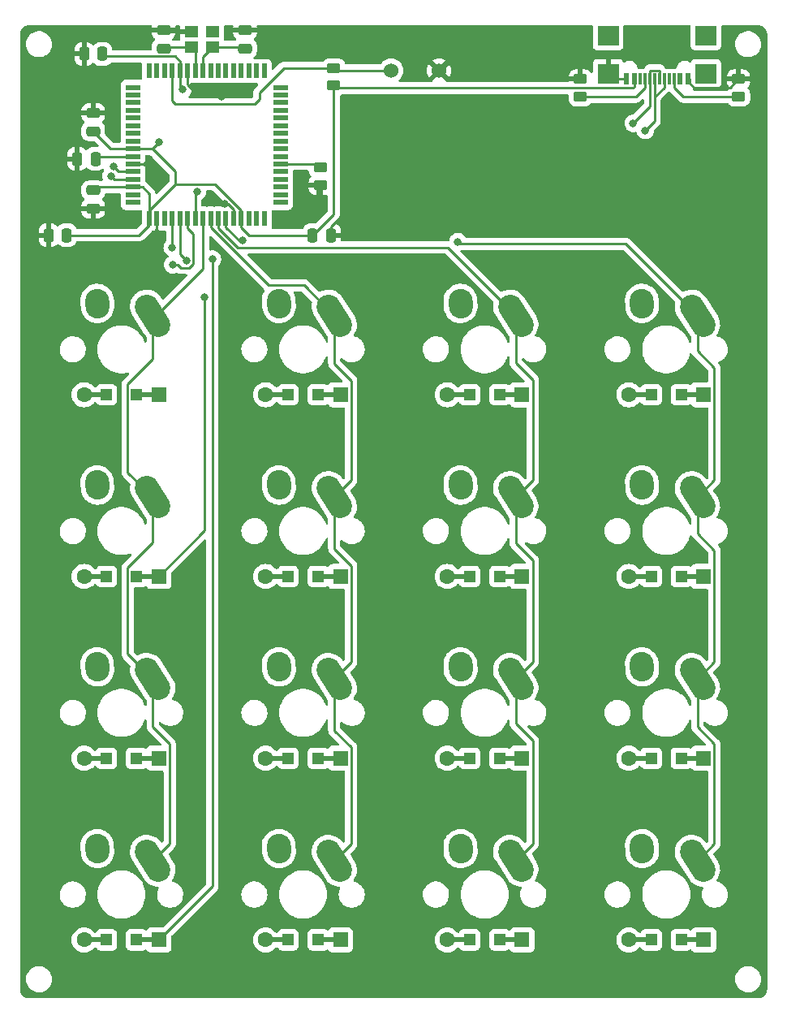
<source format=gbl>
%TF.GenerationSoftware,KiCad,Pcbnew,5.99.0-unknown-48521774cd~131~ubuntu20.04.1*%
%TF.CreationDate,2021-08-15T22:42:59-07:00*%
%TF.ProjectId,keyboard MKI,6b657962-6f61-4726-9420-4d4b492e6b69,rev?*%
%TF.SameCoordinates,Original*%
%TF.FileFunction,Copper,L2,Bot*%
%TF.FilePolarity,Positive*%
%FSLAX46Y46*%
G04 Gerber Fmt 4.6, Leading zero omitted, Abs format (unit mm)*
G04 Created by KiCad (PCBNEW 5.99.0-unknown-48521774cd~131~ubuntu20.04.1) date 2021-08-15 22:42:59*
%MOMM*%
%LPD*%
G01*
G04 APERTURE LIST*
G04 Aperture macros list*
%AMRoundRect*
0 Rectangle with rounded corners*
0 $1 Rounding radius*
0 $2 $3 $4 $5 $6 $7 $8 $9 X,Y pos of 4 corners*
0 Add a 4 corners polygon primitive as box body*
4,1,4,$2,$3,$4,$5,$6,$7,$8,$9,$2,$3,0*
0 Add four circle primitives for the rounded corners*
1,1,$1+$1,$2,$3*
1,1,$1+$1,$4,$5*
1,1,$1+$1,$6,$7*
1,1,$1+$1,$8,$9*
0 Add four rect primitives between the rounded corners*
20,1,$1+$1,$2,$3,$4,$5,0*
20,1,$1+$1,$4,$5,$6,$7,0*
20,1,$1+$1,$6,$7,$8,$9,0*
20,1,$1+$1,$8,$9,$2,$3,0*%
%AMHorizOval*
0 Thick line with rounded ends*
0 $1 width*
0 $2 $3 position (X,Y) of the first rounded end (center of the circle)*
0 $4 $5 position (X,Y) of the second rounded end (center of the circle)*
0 Add line between two ends*
20,1,$1,$2,$3,$4,$5,0*
0 Add two circle primitives to create the rounded ends*
1,1,$1,$2,$3*
1,1,$1,$4,$5*%
G04 Aperture macros list end*
%TA.AperFunction,ComponentPad*%
%ADD10C,1.524000*%
%TD*%
%TA.AperFunction,SMDPad,CuDef*%
%ADD11R,1.400000X1.200000*%
%TD*%
%TA.AperFunction,SMDPad,CuDef*%
%ADD12R,0.550000X1.500000*%
%TD*%
%TA.AperFunction,SMDPad,CuDef*%
%ADD13R,1.500000X0.550000*%
%TD*%
%TA.AperFunction,SMDPad,CuDef*%
%ADD14RoundRect,0.250000X0.450000X-0.262500X0.450000X0.262500X-0.450000X0.262500X-0.450000X-0.262500X0*%
%TD*%
%TA.AperFunction,ComponentPad*%
%ADD15HorizOval,2.500000X-0.604462X0.948815X0.604462X-0.948815X0*%
%TD*%
%TA.AperFunction,ComponentPad*%
%ADD16HorizOval,2.500000X-0.019724X0.289328X0.019724X-0.289328X0*%
%TD*%
%TA.AperFunction,SMDPad,CuDef*%
%ADD17R,0.600000X1.150000*%
%TD*%
%TA.AperFunction,SMDPad,CuDef*%
%ADD18R,0.300000X1.150000*%
%TD*%
%TA.AperFunction,SMDPad,CuDef*%
%ADD19R,2.180000X2.000000*%
%TD*%
%TA.AperFunction,SMDPad,CuDef*%
%ADD20R,1.200000X1.200000*%
%TD*%
%TA.AperFunction,ComponentPad*%
%ADD21R,1.600000X1.600000*%
%TD*%
%TA.AperFunction,ComponentPad*%
%ADD22C,1.600000*%
%TD*%
%TA.AperFunction,SMDPad,CuDef*%
%ADD23R,2.500000X0.500000*%
%TD*%
%TA.AperFunction,SMDPad,CuDef*%
%ADD24RoundRect,0.250000X-0.250000X-0.475000X0.250000X-0.475000X0.250000X0.475000X-0.250000X0.475000X0*%
%TD*%
%TA.AperFunction,SMDPad,CuDef*%
%ADD25RoundRect,0.250000X-0.475000X0.250000X-0.475000X-0.250000X0.475000X-0.250000X0.475000X0.250000X0*%
%TD*%
%TA.AperFunction,SMDPad,CuDef*%
%ADD26RoundRect,0.250000X0.250000X0.475000X-0.250000X0.475000X-0.250000X-0.475000X0.250000X-0.475000X0*%
%TD*%
%TA.AperFunction,SMDPad,CuDef*%
%ADD27RoundRect,0.250000X0.475000X-0.250000X0.475000X0.250000X-0.475000X0.250000X-0.475000X-0.250000X0*%
%TD*%
%TA.AperFunction,ViaPad*%
%ADD28C,0.800000*%
%TD*%
%TA.AperFunction,Conductor*%
%ADD29C,0.250000*%
%TD*%
G04 APERTURE END LIST*
D10*
%TO.P,SW1,2*%
%TO.N,Net-(R1-Pad2)*%
X104250000Y-43750000D03*
%TO.P,SW1,1*%
%TO.N,GND*%
X109250000Y-43750000D03*
%TD*%
D11*
%TO.P,X1,1,1*%
%TO.N,Net-(C1-Pad1)*%
X85600000Y-41300000D03*
%TO.P,X1,2,2*%
%TO.N,Net-(C2-Pad1)*%
X83400000Y-41300000D03*
%TO.P,X1,3*%
%TO.N,GND*%
X83400000Y-39700000D03*
%TO.P,X1,4*%
%TO.N,N/C*%
X85600000Y-39700000D03*
%TD*%
D12*
%TO.P,U1,64,AVCC*%
%TO.N,VCC*%
X79000000Y-59200000D03*
%TO.P,U1,63,GND*%
%TO.N,GND*%
X79800000Y-59200000D03*
%TO.P,U1,62,AREF*%
%TO.N,unconnected-(U1-Pad62)*%
X80600000Y-59200000D03*
%TO.P,U1,61,PF0*%
%TO.N,row0*%
X81400000Y-59200000D03*
%TO.P,U1,60,PF1*%
%TO.N,row1*%
X82200000Y-59200000D03*
%TO.P,U1,59,PF2*%
%TO.N,row2*%
X83000000Y-59200000D03*
%TO.P,U1,58,PF3*%
%TO.N,row3*%
X83800000Y-59200000D03*
%TO.P,U1,57,PF4*%
%TO.N,col0*%
X84600000Y-59200000D03*
%TO.P,U1,56,PF5*%
%TO.N,col1*%
X85400000Y-59200000D03*
%TO.P,U1,55,PF6*%
%TO.N,col2*%
X86200000Y-59200000D03*
%TO.P,U1,54,PF7*%
%TO.N,col3*%
X87000000Y-59200000D03*
%TO.P,U1,53,GND*%
%TO.N,GND*%
X87800000Y-59200000D03*
%TO.P,U1,52,VCC*%
%TO.N,VCC*%
X88600000Y-59200000D03*
%TO.P,U1,51,PA0*%
%TO.N,unconnected-(U1-Pad51)*%
X89400000Y-59200000D03*
%TO.P,U1,50,PA1*%
%TO.N,unconnected-(U1-Pad50)*%
X90200000Y-59200000D03*
%TO.P,U1,49,PA2*%
%TO.N,unconnected-(U1-Pad49)*%
X91000000Y-59200000D03*
D13*
%TO.P,U1,48,PA3*%
%TO.N,unconnected-(U1-Pad48)*%
X92700000Y-57500000D03*
%TO.P,U1,47,PA4*%
%TO.N,unconnected-(U1-Pad47)*%
X92700000Y-56700000D03*
%TO.P,U1,46,PA5*%
%TO.N,unconnected-(U1-Pad46)*%
X92700000Y-55900000D03*
%TO.P,U1,45,PA6*%
%TO.N,unconnected-(U1-Pad45)*%
X92700000Y-55100000D03*
%TO.P,U1,44,PA7*%
%TO.N,unconnected-(U1-Pad44)*%
X92700000Y-54300000D03*
%TO.P,U1,43,PE2/~HWB*%
%TO.N,Net-(R4-Pad2)*%
X92700000Y-53500000D03*
%TO.P,U1,42,PC7*%
%TO.N,unconnected-(U1-Pad42)*%
X92700000Y-52700000D03*
%TO.P,U1,41,PC6*%
%TO.N,unconnected-(U1-Pad41)*%
X92700000Y-51900000D03*
%TO.P,U1,40,PC5*%
%TO.N,unconnected-(U1-Pad40)*%
X92700000Y-51100000D03*
%TO.P,U1,39,PC4*%
%TO.N,unconnected-(U1-Pad39)*%
X92700000Y-50300000D03*
%TO.P,U1,38,PC3*%
%TO.N,unconnected-(U1-Pad38)*%
X92700000Y-49500000D03*
%TO.P,U1,37,PC2*%
%TO.N,unconnected-(U1-Pad37)*%
X92700000Y-48700000D03*
%TO.P,U1,36,PC1*%
%TO.N,unconnected-(U1-Pad36)*%
X92700000Y-47900000D03*
%TO.P,U1,35,PC0*%
%TO.N,unconnected-(U1-Pad35)*%
X92700000Y-47100000D03*
%TO.P,U1,34,PE1*%
%TO.N,unconnected-(U1-Pad34)*%
X92700000Y-46300000D03*
%TO.P,U1,33,PE0*%
%TO.N,unconnected-(U1-Pad33)*%
X92700000Y-45500000D03*
D12*
%TO.P,U1,32,PD7*%
%TO.N,unconnected-(U1-Pad32)*%
X91000000Y-43800000D03*
%TO.P,U1,31,PD6*%
%TO.N,unconnected-(U1-Pad31)*%
X90200000Y-43800000D03*
%TO.P,U1,30,PD5*%
%TO.N,unconnected-(U1-Pad30)*%
X89400000Y-43800000D03*
%TO.P,U1,29,PD4*%
%TO.N,unconnected-(U1-Pad29)*%
X88600000Y-43800000D03*
%TO.P,U1,28,PD3*%
%TO.N,unconnected-(U1-Pad28)*%
X87800000Y-43800000D03*
%TO.P,U1,27,PD2*%
%TO.N,unconnected-(U1-Pad27)*%
X87000000Y-43800000D03*
%TO.P,U1,26,PD1*%
%TO.N,unconnected-(U1-Pad26)*%
X86200000Y-43800000D03*
%TO.P,U1,25,PD0*%
%TO.N,unconnected-(U1-Pad25)*%
X85400000Y-43800000D03*
%TO.P,U1,24,XTAL1*%
%TO.N,Net-(C1-Pad1)*%
X84600000Y-43800000D03*
%TO.P,U1,23,XTAL2*%
%TO.N,Net-(C2-Pad1)*%
X83800000Y-43800000D03*
%TO.P,U1,22,GND*%
%TO.N,GND*%
X83000000Y-43800000D03*
%TO.P,U1,21,VCC*%
%TO.N,VCC*%
X82200000Y-43800000D03*
%TO.P,U1,20,~RESET*%
%TO.N,Net-(R1-Pad2)*%
X81400000Y-43800000D03*
%TO.P,U1,19,PE5*%
%TO.N,unconnected-(U1-Pad19)*%
X80600000Y-43800000D03*
%TO.P,U1,18,PE4*%
%TO.N,unconnected-(U1-Pad18)*%
X79800000Y-43800000D03*
%TO.P,U1,17,PB7*%
%TO.N,unconnected-(U1-Pad17)*%
X79000000Y-43800000D03*
D13*
%TO.P,U1,16,PB6*%
%TO.N,unconnected-(U1-Pad16)*%
X77300000Y-45500000D03*
%TO.P,U1,15,PB5*%
%TO.N,unconnected-(U1-Pad15)*%
X77300000Y-46300000D03*
%TO.P,U1,14,PB4*%
%TO.N,unconnected-(U1-Pad14)*%
X77300000Y-47100000D03*
%TO.P,U1,13,PB3*%
%TO.N,unconnected-(U1-Pad13)*%
X77300000Y-47900000D03*
%TO.P,U1,12,PB2*%
%TO.N,unconnected-(U1-Pad12)*%
X77300000Y-48700000D03*
%TO.P,U1,11,PB1*%
%TO.N,unconnected-(U1-Pad11)*%
X77300000Y-49500000D03*
%TO.P,U1,10,PB0*%
%TO.N,unconnected-(U1-Pad10)*%
X77300000Y-50300000D03*
%TO.P,U1,9,PE3*%
%TO.N,unconnected-(U1-Pad9)*%
X77300000Y-51100000D03*
%TO.P,U1,8,VBUS*%
%TO.N,VCC*%
X77300000Y-51900000D03*
%TO.P,U1,7,UCAP*%
%TO.N,Net-(C8-Pad2)*%
X77300000Y-52700000D03*
%TO.P,U1,6,UGND*%
%TO.N,GND*%
X77300000Y-53500000D03*
%TO.P,U1,5,D+*%
%TO.N,Net-(J1-PadA6)*%
X77300000Y-54300000D03*
%TO.P,U1,4,D-*%
%TO.N,Net-(J1-PadA7)*%
X77300000Y-55100000D03*
%TO.P,U1,3,UVCC*%
%TO.N,VCC*%
X77300000Y-55900000D03*
%TO.P,U1,2,PE7*%
%TO.N,unconnected-(U1-Pad2)*%
X77300000Y-56700000D03*
%TO.P,U1,1,PE6*%
%TO.N,unconnected-(U1-Pad1)*%
X77300000Y-57500000D03*
%TD*%
D14*
%TO.P,R4,2*%
%TO.N,Net-(R4-Pad2)*%
X96842750Y-53868550D03*
%TO.P,R4,1*%
%TO.N,GND*%
X96842750Y-55693550D03*
%TD*%
%TO.P,R3,2*%
%TO.N,GND*%
X140500000Y-44650000D03*
%TO.P,R3,1*%
%TO.N,Net-(J1-PadB5)*%
X140500000Y-46475000D03*
%TD*%
%TO.P,R2,1*%
%TO.N,Net-(J1-PadA5)*%
X124000000Y-46475000D03*
%TO.P,R2,2*%
%TO.N,GND*%
X124000000Y-44650000D03*
%TD*%
%TO.P,R1,1*%
%TO.N,VCC*%
X98250000Y-45325000D03*
%TO.P,R1,2*%
%TO.N,Net-(R1-Pad2)*%
X98250000Y-43500000D03*
%TD*%
D15*
%TO.P,K16,1*%
%TO.N,col3*%
X136203400Y-126139700D03*
D16*
%TO.P,K16,2*%
%TO.N,Net-(D16-Pad2)*%
X130428400Y-124869700D03*
%TD*%
%TO.P,K15,2*%
%TO.N,Net-(D15-Pad2)*%
X111480000Y-124869700D03*
D15*
%TO.P,K15,1*%
%TO.N,col2*%
X117255000Y-126139700D03*
%TD*%
%TO.P,K14,1*%
%TO.N,col1*%
X98306600Y-126139700D03*
D16*
%TO.P,K14,2*%
%TO.N,Net-(D14-Pad2)*%
X92531600Y-124869700D03*
%TD*%
D15*
%TO.P,K13,1*%
%TO.N,col0*%
X79358200Y-126139700D03*
D16*
%TO.P,K13,2*%
%TO.N,Net-(D13-Pad2)*%
X73583200Y-124869700D03*
%TD*%
%TO.P,K12,2*%
%TO.N,Net-(D12-Pad2)*%
X130428400Y-105921300D03*
D15*
%TO.P,K12,1*%
%TO.N,col3*%
X136203400Y-107191300D03*
%TD*%
%TO.P,K11,1*%
%TO.N,col2*%
X117255000Y-107191300D03*
D16*
%TO.P,K11,2*%
%TO.N,Net-(D11-Pad2)*%
X111480000Y-105921300D03*
%TD*%
D15*
%TO.P,K10,1*%
%TO.N,col1*%
X98306600Y-107191300D03*
D16*
%TO.P,K10,2*%
%TO.N,Net-(D10-Pad2)*%
X92531600Y-105921300D03*
%TD*%
%TO.P,K9,2*%
%TO.N,Net-(D9-Pad2)*%
X73583200Y-105921300D03*
D15*
%TO.P,K9,1*%
%TO.N,col0*%
X79358200Y-107191300D03*
%TD*%
%TO.P,K8,1*%
%TO.N,col3*%
X136203400Y-88242900D03*
D16*
%TO.P,K8,2*%
%TO.N,Net-(D8-Pad2)*%
X130428400Y-86972900D03*
%TD*%
D15*
%TO.P,K7,1*%
%TO.N,col2*%
X117255000Y-88242900D03*
D16*
%TO.P,K7,2*%
%TO.N,Net-(D7-Pad2)*%
X111480000Y-86972900D03*
%TD*%
D15*
%TO.P,K6,1*%
%TO.N,col1*%
X98306600Y-88242900D03*
D16*
%TO.P,K6,2*%
%TO.N,Net-(D6-Pad2)*%
X92531600Y-86972900D03*
%TD*%
D15*
%TO.P,K5,1*%
%TO.N,col0*%
X79358200Y-88242900D03*
D16*
%TO.P,K5,2*%
%TO.N,Net-(D5-Pad2)*%
X73583200Y-86972900D03*
%TD*%
D15*
%TO.P,K4,1*%
%TO.N,col3*%
X136203400Y-69294500D03*
D16*
%TO.P,K4,2*%
%TO.N,Net-(D4-Pad2)*%
X130428400Y-68024500D03*
%TD*%
D15*
%TO.P,K3,1*%
%TO.N,col2*%
X117255000Y-69294500D03*
D16*
%TO.P,K3,2*%
%TO.N,Net-(D3-Pad2)*%
X111480000Y-68024500D03*
%TD*%
%TO.P,K2,2*%
%TO.N,Net-(D2-Pad2)*%
X92531600Y-68024500D03*
D15*
%TO.P,K2,1*%
%TO.N,col1*%
X98306600Y-69294500D03*
%TD*%
D16*
%TO.P,K1,2*%
%TO.N,Net-(D1-Pad2)*%
X73583200Y-68024500D03*
D15*
%TO.P,K1,1*%
%TO.N,col0*%
X79358200Y-69294500D03*
%TD*%
D17*
%TO.P,J1,A1/B12*%
%TO.N,GND*%
X128800000Y-44637500D03*
%TO.P,J1,A4/B9*%
%TO.N,VCC*%
X129600000Y-44637500D03*
%TO.P,J1,B4/A9*%
%TO.N,N/C*%
X134400000Y-44637500D03*
%TO.P,J1,B1/A12*%
%TO.N,GND*%
X135200000Y-44637500D03*
D18*
%TO.P,J1,B8,SBU2*%
%TO.N,unconnected-(J1-PadB8)*%
X130250000Y-44637500D03*
%TO.P,J1,B5,CC2*%
%TO.N,Net-(J1-PadB5)*%
X133750000Y-44637500D03*
%TO.P,J1,A5,CC1*%
%TO.N,Net-(J1-PadA5)*%
X130750000Y-44637500D03*
%TO.P,J1,A8,SBU1*%
%TO.N,unconnected-(J1-PadA8)*%
X133250000Y-44637500D03*
%TO.P,J1,B7,D-*%
%TO.N,Net-(J1-PadA7)*%
X131250000Y-44637500D03*
%TO.P,J1,B6,D+*%
%TO.N,Net-(J1-PadA6)*%
X132750000Y-44637500D03*
%TO.P,J1,A6,D+*%
X131750000Y-44637500D03*
%TO.P,J1,A7,D-*%
%TO.N,Net-(J1-PadA7)*%
X132250000Y-44637500D03*
D19*
%TO.P,J1,S1,SHIELD*%
%TO.N,GND*%
X126890000Y-44062500D03*
%TO.P,J1,S2*%
%TO.N,N/C*%
X137110000Y-44062500D03*
%TO.P,J1,S3*%
X126890000Y-40132500D03*
%TO.P,J1,S4*%
X137110000Y-40132500D03*
%TD*%
D20*
%TO.P,D16,2,A*%
%TO.N,Net-(D16-Pad2)*%
X131373400Y-134396800D03*
%TO.P,D16,1,K*%
%TO.N,row3*%
X134523400Y-134396800D03*
D21*
X136848400Y-134396800D03*
D22*
%TO.P,D16,2,A*%
%TO.N,Net-(D16-Pad2)*%
X129048400Y-134396800D03*
D23*
%TO.P,D16,1,K*%
%TO.N,row3*%
X135648400Y-134396800D03*
%TO.P,D16,2,A*%
%TO.N,Net-(D16-Pad2)*%
X130248400Y-134396800D03*
%TD*%
D20*
%TO.P,D15,2,A*%
%TO.N,Net-(D15-Pad2)*%
X112425000Y-134396800D03*
%TO.P,D15,1,K*%
%TO.N,row3*%
X115575000Y-134396800D03*
D21*
X117900000Y-134396800D03*
D22*
%TO.P,D15,2,A*%
%TO.N,Net-(D15-Pad2)*%
X110100000Y-134396800D03*
D23*
%TO.P,D15,1,K*%
%TO.N,row3*%
X116700000Y-134396800D03*
%TO.P,D15,2,A*%
%TO.N,Net-(D15-Pad2)*%
X111300000Y-134396800D03*
%TD*%
%TO.P,D14,2,A*%
%TO.N,Net-(D14-Pad2)*%
X92351600Y-134396800D03*
%TO.P,D14,1,K*%
%TO.N,row3*%
X97751600Y-134396800D03*
D22*
%TO.P,D14,2,A*%
%TO.N,Net-(D14-Pad2)*%
X91151600Y-134396800D03*
D21*
%TO.P,D14,1,K*%
%TO.N,row3*%
X98951600Y-134396800D03*
D20*
X96626600Y-134396800D03*
%TO.P,D14,2,A*%
%TO.N,Net-(D14-Pad2)*%
X93476600Y-134396800D03*
%TD*%
%TO.P,D13,2,A*%
%TO.N,Net-(D13-Pad2)*%
X74528200Y-134396800D03*
%TO.P,D13,1,K*%
%TO.N,row3*%
X77678200Y-134396800D03*
D21*
X80003200Y-134396800D03*
D22*
%TO.P,D13,2,A*%
%TO.N,Net-(D13-Pad2)*%
X72203200Y-134396800D03*
D23*
%TO.P,D13,1,K*%
%TO.N,row3*%
X78803200Y-134396800D03*
%TO.P,D13,2,A*%
%TO.N,Net-(D13-Pad2)*%
X73403200Y-134396800D03*
%TD*%
D20*
%TO.P,D12,2,A*%
%TO.N,Net-(D12-Pad2)*%
X131373400Y-115448400D03*
%TO.P,D12,1,K*%
%TO.N,row2*%
X134523400Y-115448400D03*
D21*
X136848400Y-115448400D03*
D22*
%TO.P,D12,2,A*%
%TO.N,Net-(D12-Pad2)*%
X129048400Y-115448400D03*
D23*
%TO.P,D12,1,K*%
%TO.N,row2*%
X135648400Y-115448400D03*
%TO.P,D12,2,A*%
%TO.N,Net-(D12-Pad2)*%
X130248400Y-115448400D03*
%TD*%
D20*
%TO.P,D11,2,A*%
%TO.N,Net-(D11-Pad2)*%
X112425000Y-115448400D03*
%TO.P,D11,1,K*%
%TO.N,row2*%
X115575000Y-115448400D03*
D21*
X117900000Y-115448400D03*
D22*
%TO.P,D11,2,A*%
%TO.N,Net-(D11-Pad2)*%
X110100000Y-115448400D03*
D23*
%TO.P,D11,1,K*%
%TO.N,row2*%
X116700000Y-115448400D03*
%TO.P,D11,2,A*%
%TO.N,Net-(D11-Pad2)*%
X111300000Y-115448400D03*
%TD*%
D20*
%TO.P,D10,2,A*%
%TO.N,Net-(D10-Pad2)*%
X93476600Y-115448400D03*
%TO.P,D10,1,K*%
%TO.N,row2*%
X96626600Y-115448400D03*
D21*
X98951600Y-115448400D03*
D22*
%TO.P,D10,2,A*%
%TO.N,Net-(D10-Pad2)*%
X91151600Y-115448400D03*
D23*
%TO.P,D10,1,K*%
%TO.N,row2*%
X97751600Y-115448400D03*
%TO.P,D10,2,A*%
%TO.N,Net-(D10-Pad2)*%
X92351600Y-115448400D03*
%TD*%
%TO.P,D9,2,A*%
%TO.N,Net-(D9-Pad2)*%
X73403200Y-115448400D03*
%TO.P,D9,1,K*%
%TO.N,row2*%
X78803200Y-115448400D03*
D22*
%TO.P,D9,2,A*%
%TO.N,Net-(D9-Pad2)*%
X72203200Y-115448400D03*
D21*
%TO.P,D9,1,K*%
%TO.N,row2*%
X80003200Y-115448400D03*
D20*
X77678200Y-115448400D03*
%TO.P,D9,2,A*%
%TO.N,Net-(D9-Pad2)*%
X74528200Y-115448400D03*
%TD*%
D23*
%TO.P,D8,2,A*%
%TO.N,Net-(D8-Pad2)*%
X130248400Y-96500000D03*
%TO.P,D8,1,K*%
%TO.N,row1*%
X135648400Y-96500000D03*
D22*
%TO.P,D8,2,A*%
%TO.N,Net-(D8-Pad2)*%
X129048400Y-96500000D03*
D21*
%TO.P,D8,1,K*%
%TO.N,row1*%
X136848400Y-96500000D03*
D20*
X134523400Y-96500000D03*
%TO.P,D8,2,A*%
%TO.N,Net-(D8-Pad2)*%
X131373400Y-96500000D03*
%TD*%
%TO.P,D7,2,A*%
%TO.N,Net-(D7-Pad2)*%
X112425000Y-96500000D03*
%TO.P,D7,1,K*%
%TO.N,row1*%
X115575000Y-96500000D03*
D21*
X117900000Y-96500000D03*
D22*
%TO.P,D7,2,A*%
%TO.N,Net-(D7-Pad2)*%
X110100000Y-96500000D03*
D23*
%TO.P,D7,1,K*%
%TO.N,row1*%
X116700000Y-96500000D03*
%TO.P,D7,2,A*%
%TO.N,Net-(D7-Pad2)*%
X111300000Y-96500000D03*
%TD*%
D20*
%TO.P,D6,2,A*%
%TO.N,Net-(D6-Pad2)*%
X93476600Y-96500000D03*
%TO.P,D6,1,K*%
%TO.N,row1*%
X96626600Y-96500000D03*
D21*
X98951600Y-96500000D03*
D22*
%TO.P,D6,2,A*%
%TO.N,Net-(D6-Pad2)*%
X91151600Y-96500000D03*
D23*
%TO.P,D6,1,K*%
%TO.N,row1*%
X97751600Y-96500000D03*
%TO.P,D6,2,A*%
%TO.N,Net-(D6-Pad2)*%
X92351600Y-96500000D03*
%TD*%
D20*
%TO.P,D5,2,A*%
%TO.N,Net-(D5-Pad2)*%
X74528200Y-96500000D03*
%TO.P,D5,1,K*%
%TO.N,row1*%
X77678200Y-96500000D03*
D21*
X80003200Y-96500000D03*
D22*
%TO.P,D5,2,A*%
%TO.N,Net-(D5-Pad2)*%
X72203200Y-96500000D03*
D23*
%TO.P,D5,1,K*%
%TO.N,row1*%
X78803200Y-96500000D03*
%TO.P,D5,2,A*%
%TO.N,Net-(D5-Pad2)*%
X73403200Y-96500000D03*
%TD*%
D20*
%TO.P,D4,2,A*%
%TO.N,Net-(D4-Pad2)*%
X131373400Y-77551600D03*
%TO.P,D4,1,K*%
%TO.N,row0*%
X134523400Y-77551600D03*
D21*
X136848400Y-77551600D03*
D22*
%TO.P,D4,2,A*%
%TO.N,Net-(D4-Pad2)*%
X129048400Y-77551600D03*
D23*
%TO.P,D4,1,K*%
%TO.N,row0*%
X135648400Y-77551600D03*
%TO.P,D4,2,A*%
%TO.N,Net-(D4-Pad2)*%
X130248400Y-77551600D03*
%TD*%
D20*
%TO.P,D3,2,A*%
%TO.N,Net-(D3-Pad2)*%
X112425000Y-77551600D03*
%TO.P,D3,1,K*%
%TO.N,row0*%
X115575000Y-77551600D03*
D21*
X117900000Y-77551600D03*
D22*
%TO.P,D3,2,A*%
%TO.N,Net-(D3-Pad2)*%
X110100000Y-77551600D03*
D23*
%TO.P,D3,1,K*%
%TO.N,row0*%
X116700000Y-77551600D03*
%TO.P,D3,2,A*%
%TO.N,Net-(D3-Pad2)*%
X111300000Y-77551600D03*
%TD*%
%TO.P,D2,2,A*%
%TO.N,Net-(D2-Pad2)*%
X92351600Y-77551600D03*
%TO.P,D2,1,K*%
%TO.N,row0*%
X97751600Y-77551600D03*
D22*
%TO.P,D2,2,A*%
%TO.N,Net-(D2-Pad2)*%
X91151600Y-77551600D03*
D21*
%TO.P,D2,1,K*%
%TO.N,row0*%
X98951600Y-77551600D03*
D20*
X96626600Y-77551600D03*
%TO.P,D2,2,A*%
%TO.N,Net-(D2-Pad2)*%
X93476600Y-77551600D03*
%TD*%
%TO.P,D1,2,A*%
%TO.N,Net-(D1-Pad2)*%
X74528200Y-77551600D03*
%TO.P,D1,1,K*%
%TO.N,row0*%
X77678200Y-77551600D03*
D21*
X80003200Y-77551600D03*
D22*
%TO.P,D1,2,A*%
%TO.N,Net-(D1-Pad2)*%
X72203200Y-77551600D03*
D23*
%TO.P,D1,1,K*%
%TO.N,row0*%
X78803200Y-77551600D03*
%TO.P,D1,2,A*%
%TO.N,Net-(D1-Pad2)*%
X73403200Y-77551600D03*
%TD*%
D24*
%TO.P,C8,2*%
%TO.N,Net-(C8-Pad2)*%
X73379950Y-52950850D03*
%TO.P,C8,1*%
%TO.N,GND*%
X71479950Y-52950850D03*
%TD*%
D25*
%TO.P,C7,2*%
%TO.N,GND*%
X73157250Y-58137100D03*
%TO.P,C7,1*%
%TO.N,VCC*%
X73157250Y-56237100D03*
%TD*%
D26*
%TO.P,C6,2*%
%TO.N,GND*%
X68500000Y-60912500D03*
%TO.P,C6,1*%
%TO.N,VCC*%
X70400000Y-60912500D03*
%TD*%
D24*
%TO.P,C5,2*%
%TO.N,GND*%
X97950000Y-60912500D03*
%TO.P,C5,1*%
%TO.N,VCC*%
X96050000Y-60912500D03*
%TD*%
D27*
%TO.P,C4,1*%
%TO.N,VCC*%
X73157250Y-50081450D03*
%TO.P,C4,2*%
%TO.N,GND*%
X73157250Y-48181450D03*
%TD*%
D26*
%TO.P,C3,2*%
%TO.N,GND*%
X72207250Y-42025800D03*
%TO.P,C3,1*%
%TO.N,VCC*%
X74107250Y-42025800D03*
%TD*%
D27*
%TO.P,C2,1*%
%TO.N,Net-(C2-Pad1)*%
X80500000Y-41450000D03*
%TO.P,C2,2*%
%TO.N,GND*%
X80500000Y-39550000D03*
%TD*%
%TO.P,C1,2*%
%TO.N,GND*%
X89000000Y-39550000D03*
%TO.P,C1,1*%
%TO.N,Net-(C1-Pad1)*%
X89000000Y-41450000D03*
%TD*%
D28*
%TO.N,GND*%
X96500000Y-58000000D03*
X99500000Y-58500000D03*
X86500000Y-46500000D03*
X79000000Y-53025500D03*
X86874712Y-57625288D03*
%TO.N,row3*%
X84000000Y-56400000D03*
X85600000Y-63400000D03*
%TO.N,row2*%
X81434611Y-64000000D03*
%TO.N,row1*%
X82883611Y-63600000D03*
X84800000Y-67400000D03*
%TO.N,col3*%
X88740622Y-61475500D03*
X111200000Y-61600000D03*
%TO.N,row0*%
X81400000Y-62200000D03*
%TO.N,VCC*%
X80000000Y-51250000D03*
X82500000Y-45750000D03*
%TO.N,Net-(J1-PadA7)*%
X75000000Y-54750000D03*
X129500000Y-49250000D03*
%TO.N,Net-(J1-PadA6)*%
X75250000Y-53750000D03*
X130750000Y-50000000D03*
%TD*%
D29*
%TO.N,GND*%
X97950000Y-60912500D02*
X97950000Y-60050000D01*
X97950000Y-60050000D02*
X99500000Y-58500000D01*
X96500000Y-58000000D02*
X96500000Y-56036300D01*
X96500000Y-56036300D02*
X96842750Y-55693550D01*
X83000000Y-43800000D02*
X83000000Y-45225386D01*
X83000000Y-45225386D02*
X84274614Y-46500000D01*
X84274614Y-46500000D02*
X86500000Y-46500000D01*
X77300000Y-53500000D02*
X78525500Y-53500000D01*
X78525500Y-53500000D02*
X79000000Y-53025500D01*
%TO.N,VCC*%
X79350000Y-51900000D02*
X81725978Y-54275978D01*
X81725978Y-54275978D02*
X81725978Y-55600000D01*
%TO.N,GND*%
X135200000Y-44637500D02*
X135362500Y-44637500D01*
X139650000Y-45500000D02*
X140500000Y-44650000D01*
X135362500Y-44637500D02*
X135362500Y-45054022D01*
X135362500Y-45054022D02*
X135808478Y-45500000D01*
X135808478Y-45500000D02*
X139650000Y-45500000D01*
X128800000Y-44637500D02*
X127465000Y-44637500D01*
X127465000Y-44637500D02*
X126890000Y-44062500D01*
X83400000Y-39700000D02*
X80650000Y-39700000D01*
X80650000Y-39700000D02*
X80500000Y-39550000D01*
X79800000Y-59200000D02*
X79800000Y-61700000D01*
X87800000Y-59200000D02*
X87800000Y-58200000D01*
X87800000Y-58200000D02*
X87225288Y-57625288D01*
X87225288Y-57625288D02*
X86874712Y-57625288D01*
%TO.N,col1*%
X98306600Y-88242900D02*
X100076111Y-86473389D01*
X100076111Y-76076111D02*
X98306600Y-74306600D01*
X100076111Y-86473389D02*
X100076111Y-76076111D01*
X98306600Y-74306600D02*
X98306600Y-69294500D01*
%TO.N,col0*%
X79358200Y-126139700D02*
X81127711Y-124370189D01*
X81127711Y-124370189D02*
X81127711Y-113927711D01*
X79358200Y-112158200D02*
X79358200Y-107191300D01*
X81127711Y-113927711D02*
X79358200Y-112158200D01*
%TO.N,col3*%
X136203400Y-126139700D02*
X137972911Y-124370189D01*
X137972911Y-124370189D02*
X137972911Y-113972911D01*
X137972911Y-113972911D02*
X136203400Y-112203400D01*
X136203400Y-112203400D02*
X136203400Y-107191300D01*
%TO.N,col2*%
X117255000Y-126139700D02*
X119024511Y-124370189D01*
X119024511Y-124370189D02*
X119024511Y-113624511D01*
X119024511Y-113624511D02*
X117255000Y-111855000D01*
X117255000Y-111855000D02*
X117255000Y-107191300D01*
X117255000Y-107191300D02*
X119024511Y-105421789D01*
X119024511Y-94824511D02*
X117255000Y-93055000D01*
X119024511Y-105421789D02*
X119024511Y-94824511D01*
X117255000Y-93055000D02*
X117255000Y-88242900D01*
X117255000Y-88242900D02*
X119024511Y-86473389D01*
X119024511Y-76024511D02*
X117255000Y-74255000D01*
X119024511Y-86473389D02*
X119024511Y-76024511D01*
X117255000Y-74255000D02*
X117255000Y-69294500D01*
%TO.N,col0*%
X79358200Y-88242900D02*
X76753689Y-85638389D01*
X76753689Y-85638389D02*
X76753689Y-76446311D01*
X76753689Y-76446311D02*
X79358200Y-73841800D01*
X79358200Y-73841800D02*
X79358200Y-69294500D01*
%TO.N,row3*%
X84000000Y-56400000D02*
X83800000Y-56600000D01*
X83800000Y-56600000D02*
X83800000Y-59200000D01*
%TO.N,VCC*%
X84000000Y-55600000D02*
X85874022Y-55600000D01*
X88600000Y-58325978D02*
X88600000Y-59200000D01*
X85874022Y-55600000D02*
X88600000Y-58325978D01*
X79000000Y-59200000D02*
X79000000Y-58325978D01*
X79000000Y-58325978D02*
X81725978Y-55600000D01*
X81725978Y-55600000D02*
X84000000Y-55600000D01*
%TO.N,row3*%
X80003200Y-134396800D02*
X85600000Y-128800000D01*
X85600000Y-128800000D02*
X85600000Y-63400000D01*
%TO.N,col0*%
X79358200Y-107191300D02*
X76753689Y-104586789D01*
X76753689Y-104586789D02*
X76753689Y-95575489D01*
X76753689Y-95575489D02*
X79358200Y-92970978D01*
X79358200Y-92970978D02*
X79358200Y-88242900D01*
%TO.N,col1*%
X98306600Y-107191300D02*
X98306600Y-112554378D01*
X98306600Y-112554378D02*
X100076111Y-114323889D01*
X100076111Y-114323889D02*
X100076111Y-124370189D01*
X100076111Y-124370189D02*
X98306600Y-126139700D01*
X98306600Y-88242900D02*
X98306600Y-93605978D01*
X98306600Y-93605978D02*
X100076111Y-95375489D01*
X100076111Y-95375489D02*
X100076111Y-105421789D01*
X100076111Y-105421789D02*
X98306600Y-107191300D01*
%TO.N,col3*%
X136203400Y-107191300D02*
X137972911Y-105421789D01*
X137972911Y-105421789D02*
X137972911Y-93772911D01*
X137972911Y-93772911D02*
X136203400Y-92003400D01*
X136203400Y-92003400D02*
X136203400Y-88242900D01*
%TO.N,row2*%
X81434611Y-64000000D02*
X82000000Y-64000000D01*
X82000000Y-64000000D02*
X82324511Y-64324511D01*
X82324511Y-64324511D02*
X83183714Y-64324511D01*
X83183714Y-64324511D02*
X83608122Y-63900103D01*
X83608122Y-63900103D02*
X83608122Y-60808122D01*
X83608122Y-60808122D02*
X83000000Y-60200000D01*
X83000000Y-60200000D02*
X83000000Y-59200000D01*
%TO.N,row1*%
X84800000Y-91703200D02*
X84800000Y-67400000D01*
X80003200Y-96500000D02*
X84800000Y-91703200D01*
X82883611Y-63600000D02*
X82200000Y-62916389D01*
X82200000Y-62916389D02*
X82200000Y-59200000D01*
%TO.N,col3*%
X136203400Y-88242900D02*
X137972911Y-86473389D01*
X137972911Y-86473389D02*
X137972911Y-74772911D01*
X137972911Y-74772911D02*
X136203400Y-73003400D01*
X136203400Y-73003400D02*
X136203400Y-69294500D01*
X136203400Y-69294500D02*
X128708900Y-61800000D01*
X87000000Y-60074022D02*
X87000000Y-59200000D01*
X128708900Y-61800000D02*
X111400000Y-61800000D01*
X111400000Y-61800000D02*
X111200000Y-61600000D01*
X88740622Y-61475500D02*
X88401478Y-61475500D01*
X88401478Y-61475500D02*
X87000000Y-60074022D01*
%TO.N,col2*%
X117255000Y-69294500D02*
X110160500Y-62200000D01*
X110160500Y-62200000D02*
X88200000Y-62200000D01*
X88200000Y-62200000D02*
X86200000Y-60200000D01*
X86200000Y-60200000D02*
X86200000Y-59200000D01*
%TO.N,col0*%
X79358200Y-69294500D02*
X79702553Y-69294500D01*
X79702553Y-69294500D02*
X84600000Y-64397053D01*
X84600000Y-64397053D02*
X84600000Y-59200000D01*
%TO.N,col1*%
X98306600Y-69294500D02*
X95140689Y-66128589D01*
X95140689Y-66128589D02*
X91454567Y-66128589D01*
X91454567Y-66128589D02*
X85400000Y-60074022D01*
X85400000Y-60074022D02*
X85400000Y-59200000D01*
%TO.N,row0*%
X81400000Y-62200000D02*
X81400000Y-59200000D01*
%TO.N,VCC*%
X79000000Y-59200000D02*
X79000000Y-56600000D01*
X79000000Y-56600000D02*
X78300000Y-55900000D01*
X78300000Y-55900000D02*
X77300000Y-55900000D01*
X78200489Y-55900000D02*
X77300000Y-55900000D01*
X82200000Y-43800000D02*
X82200000Y-45450000D01*
X80000000Y-51250000D02*
X79350000Y-51900000D01*
X79350000Y-51900000D02*
X77300000Y-51900000D01*
X82200000Y-45450000D02*
X82500000Y-45750000D01*
%TO.N,Net-(R1-Pad2)*%
X104250000Y-43750000D02*
X98500000Y-43750000D01*
X98500000Y-43750000D02*
X98250000Y-43500000D01*
%TO.N,VCC*%
X129600000Y-44637500D02*
X129600000Y-45462500D01*
X129600000Y-45462500D02*
X129487500Y-45575000D01*
X129487500Y-45575000D02*
X98500000Y-45575000D01*
X98500000Y-45575000D02*
X98250000Y-45325000D01*
%TO.N,Net-(J1-PadB5)*%
X133750000Y-44637500D02*
X133750000Y-45511522D01*
X133750000Y-45511522D02*
X134713478Y-46475000D01*
X134713478Y-46475000D02*
X140500000Y-46475000D01*
%TO.N,Net-(J1-PadA7)*%
X131250000Y-44637500D02*
X131250000Y-43763478D01*
X131250000Y-43763478D02*
X131275489Y-43737989D01*
X131275489Y-43737989D02*
X132224511Y-43737989D01*
X132224511Y-43737989D02*
X132250000Y-43763478D01*
X132250000Y-43763478D02*
X132250000Y-44637500D01*
X131250000Y-44637500D02*
X131250000Y-47500000D01*
X131250000Y-47500000D02*
X129500000Y-49250000D01*
X75000000Y-54750000D02*
X75350000Y-55100000D01*
X75350000Y-55100000D02*
X77300000Y-55100000D01*
%TO.N,Net-(J1-PadA6)*%
X131750000Y-44637500D02*
X131750000Y-46500000D01*
X131750000Y-46500000D02*
X131750000Y-49000000D01*
X132750000Y-44637500D02*
X132750000Y-45500000D01*
X132750000Y-45500000D02*
X131750000Y-46500000D01*
X75800000Y-54300000D02*
X77300000Y-54300000D01*
X131750000Y-49000000D02*
X130750000Y-50000000D01*
X75250000Y-53750000D02*
X75800000Y-54300000D01*
%TO.N,Net-(J1-PadA5)*%
X130750000Y-44637500D02*
X130750000Y-45511522D01*
X130750000Y-45511522D02*
X129786522Y-46475000D01*
X129786522Y-46475000D02*
X124000000Y-46475000D01*
%TO.N,VCC*%
X98250000Y-45325000D02*
X98250000Y-58712500D01*
X98250000Y-58712500D02*
X96050000Y-60912500D01*
%TO.N,Net-(R1-Pad2)*%
X90000000Y-47250000D02*
X90500000Y-46750000D01*
X93025978Y-43500000D02*
X98250000Y-43500000D01*
X81400000Y-46900000D02*
X81750000Y-47250000D01*
X81400000Y-43800000D02*
X81400000Y-46900000D01*
X90500000Y-46750000D02*
X90500000Y-46025978D01*
X81750000Y-47250000D02*
X90000000Y-47250000D01*
X90500000Y-46025978D02*
X93025978Y-43500000D01*
%TO.N,VCC*%
X82200000Y-43800000D02*
X82200000Y-42800000D01*
X82200000Y-42800000D02*
X81674520Y-42274520D01*
X81674520Y-42274520D02*
X74355970Y-42274520D01*
X74355970Y-42274520D02*
X74107250Y-42025800D01*
X73157250Y-50081450D02*
X74975800Y-51900000D01*
X74975800Y-51900000D02*
X77300000Y-51900000D01*
%TO.N,Net-(C8-Pad2)*%
X73379950Y-52950850D02*
X73630800Y-52700000D01*
X73630800Y-52700000D02*
X77300000Y-52700000D01*
%TO.N,VCC*%
X73157250Y-56237100D02*
X73494350Y-55900000D01*
X73494350Y-55900000D02*
X77300000Y-55900000D01*
X70400000Y-60912500D02*
X77912500Y-60912500D01*
X77912500Y-60912500D02*
X79000000Y-59825000D01*
X79000000Y-59825000D02*
X79000000Y-59200000D01*
X96050000Y-60912500D02*
X89438478Y-60912500D01*
X89438478Y-60912500D02*
X88600000Y-60074022D01*
X88600000Y-60074022D02*
X88600000Y-59200000D01*
%TO.N,Net-(R4-Pad2)*%
X96842750Y-53868550D02*
X96474200Y-53500000D01*
X96474200Y-53500000D02*
X92700000Y-53500000D01*
%TO.N,Net-(C2-Pad1)*%
X83400000Y-41300000D02*
X80650000Y-41300000D01*
X80650000Y-41300000D02*
X80500000Y-41450000D01*
%TO.N,Net-(C1-Pad1)*%
X85600000Y-41300000D02*
X88850000Y-41300000D01*
X88850000Y-41300000D02*
X89000000Y-41450000D01*
X85600000Y-41300000D02*
X84600000Y-42300000D01*
X84600000Y-42300000D02*
X84600000Y-43800000D01*
%TO.N,Net-(C2-Pad1)*%
X83400000Y-41300000D02*
X83800000Y-41700000D01*
X83800000Y-41700000D02*
X83800000Y-43800000D01*
%TD*%
%TA.AperFunction,Conductor*%
%TO.N,GND*%
G36*
X79220309Y-39028002D02*
G01*
X79266802Y-39081658D01*
X79277532Y-39146842D01*
X79267328Y-39246438D01*
X79267000Y-39252855D01*
X79267000Y-39277885D01*
X79271475Y-39293124D01*
X79272865Y-39294329D01*
X79280548Y-39296000D01*
X81714884Y-39296000D01*
X81730123Y-39291525D01*
X81731328Y-39290135D01*
X81732999Y-39282452D01*
X81732999Y-39252905D01*
X81732662Y-39246386D01*
X81722350Y-39147003D01*
X81735215Y-39077182D01*
X81783786Y-39025400D01*
X81847677Y-39008000D01*
X82066000Y-39008000D01*
X82134121Y-39028002D01*
X82180614Y-39081658D01*
X82192000Y-39134000D01*
X82192000Y-39427885D01*
X82196475Y-39443124D01*
X82197865Y-39444329D01*
X82205548Y-39446000D01*
X83528000Y-39446000D01*
X83596121Y-39466002D01*
X83642614Y-39519658D01*
X83654000Y-39572000D01*
X83654000Y-39828000D01*
X83633998Y-39896121D01*
X83580342Y-39942614D01*
X83528000Y-39954000D01*
X82210116Y-39954000D01*
X82194877Y-39958475D01*
X82193672Y-39959865D01*
X82192001Y-39967548D01*
X82192001Y-40344669D01*
X82192371Y-40351490D01*
X82197895Y-40402352D01*
X82201521Y-40417604D01*
X82215562Y-40455058D01*
X82220745Y-40525865D01*
X82215562Y-40543518D01*
X82200112Y-40584730D01*
X82157470Y-40641495D01*
X82090908Y-40666194D01*
X82082130Y-40666500D01*
X81566350Y-40666500D01*
X81498229Y-40646498D01*
X81477333Y-40629674D01*
X81455999Y-40608378D01*
X81448303Y-40600695D01*
X81443765Y-40597898D01*
X81403176Y-40540647D01*
X81399946Y-40469724D01*
X81435572Y-40408313D01*
X81444068Y-40400938D01*
X81454207Y-40392902D01*
X81568739Y-40278171D01*
X81577751Y-40266760D01*
X81662816Y-40128757D01*
X81668963Y-40115576D01*
X81720138Y-39961290D01*
X81723005Y-39947914D01*
X81732672Y-39853562D01*
X81733000Y-39847146D01*
X81733000Y-39822115D01*
X81728525Y-39806876D01*
X81727135Y-39805671D01*
X81719452Y-39804000D01*
X79285116Y-39804000D01*
X79269877Y-39808475D01*
X79268672Y-39809865D01*
X79267001Y-39817548D01*
X79267001Y-39847095D01*
X79267338Y-39853614D01*
X79277257Y-39949206D01*
X79280149Y-39962600D01*
X79331588Y-40116784D01*
X79337761Y-40129962D01*
X79423063Y-40267807D01*
X79432099Y-40279208D01*
X79546828Y-40393738D01*
X79555762Y-40400794D01*
X79596823Y-40458712D01*
X79600053Y-40529635D01*
X79564426Y-40591046D01*
X79556593Y-40597846D01*
X79550652Y-40601522D01*
X79425695Y-40726697D01*
X79421855Y-40732927D01*
X79421854Y-40732928D01*
X79345136Y-40857388D01*
X79332885Y-40877262D01*
X79277203Y-41045139D01*
X79276503Y-41051975D01*
X79276502Y-41051978D01*
X79273217Y-41084040D01*
X79266500Y-41149600D01*
X79266500Y-41515020D01*
X79246498Y-41583141D01*
X79192842Y-41629634D01*
X79140500Y-41641020D01*
X75241750Y-41641020D01*
X75173629Y-41621018D01*
X75127136Y-41567362D01*
X75115750Y-41515020D01*
X75115750Y-41500400D01*
X75115413Y-41497150D01*
X75105488Y-41401492D01*
X75105487Y-41401488D01*
X75104776Y-41394634D01*
X75099629Y-41379205D01*
X75051118Y-41233802D01*
X75048800Y-41226854D01*
X74955728Y-41076452D01*
X74830553Y-40951495D01*
X74824322Y-40947654D01*
X74686218Y-40862525D01*
X74686216Y-40862524D01*
X74679988Y-40858685D01*
X74600245Y-40832236D01*
X74518639Y-40805168D01*
X74518637Y-40805168D01*
X74512111Y-40803003D01*
X74505275Y-40802303D01*
X74505272Y-40802302D01*
X74462219Y-40797891D01*
X74407650Y-40792300D01*
X73806850Y-40792300D01*
X73803604Y-40792637D01*
X73803600Y-40792637D01*
X73707942Y-40802562D01*
X73707938Y-40802563D01*
X73701084Y-40803274D01*
X73694548Y-40805455D01*
X73694546Y-40805455D01*
X73678178Y-40810916D01*
X73533304Y-40859250D01*
X73382902Y-40952322D01*
X73257945Y-41077497D01*
X73255148Y-41082035D01*
X73197897Y-41122624D01*
X73126974Y-41125854D01*
X73065563Y-41090228D01*
X73058188Y-41081732D01*
X73050152Y-41071593D01*
X72935421Y-40957061D01*
X72924010Y-40948049D01*
X72786007Y-40862984D01*
X72772826Y-40856837D01*
X72618540Y-40805662D01*
X72605164Y-40802795D01*
X72510812Y-40793128D01*
X72504395Y-40792800D01*
X72479365Y-40792800D01*
X72464126Y-40797275D01*
X72462921Y-40798665D01*
X72461250Y-40806348D01*
X72461250Y-43240684D01*
X72465725Y-43255923D01*
X72467115Y-43257128D01*
X72474798Y-43258799D01*
X72504345Y-43258799D01*
X72510864Y-43258462D01*
X72606456Y-43248543D01*
X72619850Y-43245651D01*
X72774034Y-43194212D01*
X72787212Y-43188039D01*
X72925057Y-43102737D01*
X72936458Y-43093701D01*
X73050988Y-42978972D01*
X73058044Y-42970038D01*
X73115962Y-42928977D01*
X73186885Y-42925747D01*
X73248296Y-42961374D01*
X73255096Y-42969207D01*
X73258772Y-42975148D01*
X73383947Y-43100105D01*
X73390177Y-43103945D01*
X73390178Y-43103946D01*
X73527538Y-43188616D01*
X73534512Y-43192915D01*
X73603801Y-43215897D01*
X73695861Y-43246432D01*
X73695863Y-43246432D01*
X73702389Y-43248597D01*
X73709225Y-43249297D01*
X73709228Y-43249298D01*
X73752281Y-43253709D01*
X73806850Y-43259300D01*
X74407650Y-43259300D01*
X74410896Y-43258963D01*
X74410900Y-43258963D01*
X74506558Y-43249038D01*
X74506562Y-43249037D01*
X74513416Y-43248326D01*
X74519952Y-43246145D01*
X74519954Y-43246145D01*
X74655898Y-43200790D01*
X74681196Y-43192350D01*
X74831598Y-43099278D01*
X74956555Y-42974103D01*
X74960396Y-42967872D01*
X74964933Y-42962127D01*
X74965925Y-42962911D01*
X75013147Y-42920411D01*
X75067636Y-42908020D01*
X78090500Y-42908020D01*
X78158621Y-42928022D01*
X78205114Y-42981678D01*
X78216500Y-43034020D01*
X78216500Y-44590500D01*
X78196498Y-44658621D01*
X78142842Y-44705114D01*
X78090500Y-44716500D01*
X76501866Y-44716500D01*
X76439684Y-44723255D01*
X76303295Y-44774385D01*
X76186739Y-44861739D01*
X76099385Y-44978295D01*
X76048255Y-45114684D01*
X76041500Y-45176866D01*
X76041500Y-45823134D01*
X76041869Y-45826531D01*
X76048255Y-45885316D01*
X76045826Y-45885580D01*
X76045826Y-45914420D01*
X76048255Y-45914684D01*
X76041500Y-45976866D01*
X76041500Y-46623134D01*
X76041869Y-46626531D01*
X76048255Y-46685316D01*
X76045826Y-46685580D01*
X76045826Y-46714420D01*
X76048255Y-46714684D01*
X76041500Y-46776866D01*
X76041500Y-47423134D01*
X76041869Y-47426531D01*
X76048255Y-47485316D01*
X76045826Y-47485580D01*
X76045826Y-47514420D01*
X76048255Y-47514684D01*
X76041500Y-47576866D01*
X76041500Y-48223134D01*
X76041869Y-48226531D01*
X76048255Y-48285316D01*
X76045826Y-48285580D01*
X76045826Y-48314420D01*
X76048255Y-48314684D01*
X76041500Y-48376866D01*
X76041500Y-49023134D01*
X76041869Y-49026531D01*
X76048255Y-49085316D01*
X76045826Y-49085580D01*
X76045826Y-49114420D01*
X76048255Y-49114684D01*
X76041500Y-49176866D01*
X76041500Y-49823134D01*
X76041869Y-49826531D01*
X76048255Y-49885316D01*
X76045826Y-49885580D01*
X76045826Y-49914420D01*
X76048255Y-49914684D01*
X76041500Y-49976866D01*
X76041500Y-50623134D01*
X76041869Y-50626531D01*
X76048255Y-50685316D01*
X76045826Y-50685580D01*
X76045826Y-50714420D01*
X76048255Y-50714684D01*
X76041500Y-50776866D01*
X76041500Y-51140500D01*
X76021498Y-51208621D01*
X75967842Y-51255114D01*
X75915500Y-51266500D01*
X75290394Y-51266500D01*
X75222273Y-51246498D01*
X75201299Y-51229595D01*
X74427655Y-50455951D01*
X74393629Y-50393639D01*
X74390750Y-50366856D01*
X74390750Y-49781050D01*
X74379776Y-49675284D01*
X74323800Y-49507504D01*
X74230728Y-49357102D01*
X74105553Y-49232145D01*
X74101015Y-49229348D01*
X74060426Y-49172097D01*
X74057196Y-49101174D01*
X74092822Y-49039763D01*
X74101318Y-49032388D01*
X74111457Y-49024352D01*
X74225989Y-48909621D01*
X74235001Y-48898210D01*
X74320066Y-48760207D01*
X74326213Y-48747026D01*
X74377388Y-48592740D01*
X74380255Y-48579364D01*
X74389922Y-48485012D01*
X74390250Y-48478596D01*
X74390250Y-48453565D01*
X74385775Y-48438326D01*
X74384385Y-48437121D01*
X74376702Y-48435450D01*
X71942366Y-48435450D01*
X71927127Y-48439925D01*
X71925922Y-48441315D01*
X71924251Y-48448998D01*
X71924251Y-48478545D01*
X71924588Y-48485064D01*
X71934507Y-48580656D01*
X71937399Y-48594050D01*
X71988838Y-48748234D01*
X71995011Y-48761412D01*
X72080313Y-48899257D01*
X72089349Y-48910658D01*
X72204078Y-49025188D01*
X72213012Y-49032244D01*
X72254073Y-49090162D01*
X72257303Y-49161085D01*
X72221676Y-49222496D01*
X72213843Y-49229296D01*
X72207902Y-49232972D01*
X72082945Y-49358147D01*
X72079105Y-49364377D01*
X72079104Y-49364378D01*
X72032804Y-49439491D01*
X71990135Y-49508712D01*
X71987831Y-49515659D01*
X71952707Y-49621556D01*
X71934453Y-49676589D01*
X71923750Y-49781050D01*
X71923750Y-50381850D01*
X71924087Y-50385096D01*
X71924087Y-50385100D01*
X71931743Y-50458882D01*
X71934724Y-50487616D01*
X71936905Y-50494152D01*
X71936905Y-50494154D01*
X71979937Y-50623134D01*
X71990700Y-50655396D01*
X72083772Y-50805798D01*
X72208947Y-50930755D01*
X72359512Y-51023565D01*
X72439255Y-51050014D01*
X72520861Y-51077082D01*
X72520863Y-51077082D01*
X72527389Y-51079247D01*
X72534225Y-51079947D01*
X72534228Y-51079948D01*
X72577281Y-51084359D01*
X72631850Y-51089950D01*
X73217655Y-51089950D01*
X73285776Y-51109952D01*
X73306751Y-51126855D01*
X73682150Y-51502255D01*
X73716175Y-51564567D01*
X73711110Y-51635383D01*
X73668563Y-51692218D01*
X73602043Y-51717029D01*
X73593054Y-51717350D01*
X73079550Y-51717350D01*
X73076304Y-51717687D01*
X73076300Y-51717687D01*
X72980642Y-51727612D01*
X72980638Y-51727613D01*
X72973784Y-51728324D01*
X72967248Y-51730505D01*
X72967246Y-51730505D01*
X72950878Y-51735966D01*
X72806004Y-51784300D01*
X72655602Y-51877372D01*
X72530645Y-52002547D01*
X72527848Y-52007085D01*
X72470597Y-52047674D01*
X72399674Y-52050904D01*
X72338263Y-52015278D01*
X72330888Y-52006782D01*
X72322852Y-51996643D01*
X72208121Y-51882111D01*
X72196710Y-51873099D01*
X72058707Y-51788034D01*
X72045526Y-51781887D01*
X71891240Y-51730712D01*
X71877864Y-51727845D01*
X71783512Y-51718178D01*
X71777095Y-51717850D01*
X71752065Y-51717850D01*
X71736826Y-51722325D01*
X71735621Y-51723715D01*
X71733950Y-51731398D01*
X71733950Y-54165734D01*
X71738425Y-54180973D01*
X71739815Y-54182178D01*
X71747498Y-54183849D01*
X71777045Y-54183849D01*
X71783564Y-54183512D01*
X71879156Y-54173593D01*
X71892550Y-54170701D01*
X72046734Y-54119262D01*
X72059912Y-54113089D01*
X72197757Y-54027787D01*
X72209158Y-54018751D01*
X72323688Y-53904022D01*
X72330744Y-53895088D01*
X72388662Y-53854027D01*
X72459585Y-53850797D01*
X72520996Y-53886424D01*
X72527796Y-53894257D01*
X72531472Y-53900198D01*
X72656647Y-54025155D01*
X72662877Y-54028995D01*
X72662878Y-54028996D01*
X72800238Y-54113666D01*
X72807212Y-54117965D01*
X72828546Y-54125041D01*
X72968561Y-54171482D01*
X72968563Y-54171482D01*
X72975089Y-54173647D01*
X72981925Y-54174347D01*
X72981928Y-54174348D01*
X73024981Y-54178759D01*
X73079550Y-54184350D01*
X73680350Y-54184350D01*
X73683596Y-54184013D01*
X73683600Y-54184013D01*
X73779258Y-54174088D01*
X73779262Y-54174087D01*
X73786116Y-54173376D01*
X73792652Y-54171195D01*
X73792654Y-54171195D01*
X73930993Y-54125041D01*
X73953896Y-54117400D01*
X74094748Y-54030238D01*
X74163196Y-54011401D01*
X74230966Y-54032562D01*
X74276537Y-54087003D01*
X74285442Y-54157439D01*
X74263477Y-54210261D01*
X74260960Y-54213056D01*
X74257660Y-54218771D01*
X74257659Y-54218773D01*
X74168777Y-54372721D01*
X74165473Y-54378444D01*
X74106458Y-54560072D01*
X74086496Y-54750000D01*
X74106458Y-54939928D01*
X74108498Y-54946206D01*
X74158977Y-55101564D01*
X74161005Y-55172531D01*
X74124342Y-55233329D01*
X74060630Y-55264655D01*
X74039144Y-55266500D01*
X73889458Y-55266500D01*
X73849791Y-55260093D01*
X73794504Y-55241755D01*
X73787111Y-55239303D01*
X73780275Y-55238603D01*
X73780272Y-55238602D01*
X73737219Y-55234191D01*
X73682650Y-55228600D01*
X72631850Y-55228600D01*
X72628604Y-55228937D01*
X72628600Y-55228937D01*
X72532942Y-55238862D01*
X72532938Y-55238863D01*
X72526084Y-55239574D01*
X72519548Y-55241755D01*
X72519546Y-55241755D01*
X72464581Y-55260093D01*
X72358304Y-55295550D01*
X72207902Y-55388622D01*
X72082945Y-55513797D01*
X72079105Y-55520027D01*
X72079104Y-55520028D01*
X72044069Y-55576866D01*
X71990135Y-55664362D01*
X71934453Y-55832239D01*
X71923750Y-55936700D01*
X71923750Y-56537500D01*
X71924087Y-56540746D01*
X71924087Y-56540750D01*
X71933668Y-56633087D01*
X71934724Y-56643266D01*
X71936905Y-56649802D01*
X71936905Y-56649804D01*
X71957782Y-56712378D01*
X71990700Y-56811046D01*
X72083772Y-56961448D01*
X72208947Y-57086405D01*
X72213485Y-57089202D01*
X72254074Y-57146453D01*
X72257304Y-57217376D01*
X72221678Y-57278787D01*
X72213182Y-57286162D01*
X72203043Y-57294198D01*
X72088511Y-57408929D01*
X72079499Y-57420340D01*
X71994434Y-57558343D01*
X71988287Y-57571524D01*
X71937112Y-57725810D01*
X71934245Y-57739186D01*
X71924578Y-57833538D01*
X71924250Y-57839955D01*
X71924250Y-57864985D01*
X71928725Y-57880224D01*
X71930115Y-57881429D01*
X71937798Y-57883100D01*
X74372134Y-57883100D01*
X74387373Y-57878625D01*
X74388578Y-57877235D01*
X74390249Y-57869552D01*
X74390249Y-57840005D01*
X74389912Y-57833486D01*
X74379993Y-57737894D01*
X74377101Y-57724500D01*
X74325662Y-57570316D01*
X74319489Y-57557138D01*
X74234187Y-57419293D01*
X74225151Y-57407892D01*
X74110422Y-57293362D01*
X74101488Y-57286306D01*
X74060427Y-57228388D01*
X74057197Y-57157465D01*
X74092824Y-57096054D01*
X74100657Y-57089254D01*
X74106598Y-57085578D01*
X74231555Y-56960403D01*
X74242990Y-56941852D01*
X74320525Y-56816068D01*
X74320526Y-56816066D01*
X74324365Y-56809838D01*
X74380047Y-56641961D01*
X74380748Y-56635122D01*
X74381184Y-56633087D01*
X74415021Y-56570673D01*
X74477231Y-56536461D01*
X74504384Y-56533500D01*
X75915500Y-56533500D01*
X75983621Y-56553502D01*
X76030114Y-56607158D01*
X76041500Y-56659500D01*
X76041500Y-57023134D01*
X76041868Y-57026519D01*
X76048255Y-57085316D01*
X76045826Y-57085580D01*
X76045826Y-57114420D01*
X76048255Y-57114684D01*
X76041500Y-57176866D01*
X76041500Y-57823134D01*
X76048255Y-57885316D01*
X76099385Y-58021705D01*
X76186739Y-58138261D01*
X76303295Y-58225615D01*
X76439684Y-58276745D01*
X76501866Y-58283500D01*
X78090500Y-58283500D01*
X78158621Y-58303502D01*
X78205114Y-58357158D01*
X78216500Y-58409500D01*
X78216500Y-59660405D01*
X78196498Y-59728526D01*
X78179595Y-59749500D01*
X77687000Y-60242095D01*
X77624688Y-60276121D01*
X77597905Y-60279000D01*
X71487538Y-60279000D01*
X71419417Y-60258998D01*
X71372924Y-60205342D01*
X71368014Y-60192876D01*
X71343868Y-60120502D01*
X71341550Y-60113554D01*
X71248478Y-59963152D01*
X71123303Y-59838195D01*
X71117072Y-59834354D01*
X70978968Y-59749225D01*
X70978966Y-59749224D01*
X70972738Y-59745385D01*
X70873879Y-59712595D01*
X70811389Y-59691868D01*
X70811387Y-59691868D01*
X70804861Y-59689703D01*
X70798025Y-59689003D01*
X70798022Y-59689002D01*
X70754969Y-59684591D01*
X70700400Y-59679000D01*
X70099600Y-59679000D01*
X70096354Y-59679337D01*
X70096350Y-59679337D01*
X70000692Y-59689262D01*
X70000688Y-59689263D01*
X69993834Y-59689974D01*
X69987298Y-59692155D01*
X69987296Y-59692155D01*
X69878280Y-59728526D01*
X69826054Y-59745950D01*
X69675652Y-59839022D01*
X69550695Y-59964197D01*
X69547898Y-59968735D01*
X69490647Y-60009324D01*
X69419724Y-60012554D01*
X69358313Y-59976928D01*
X69350938Y-59968432D01*
X69342902Y-59958293D01*
X69228171Y-59843761D01*
X69216760Y-59834749D01*
X69078757Y-59749684D01*
X69065576Y-59743537D01*
X68911290Y-59692362D01*
X68897914Y-59689495D01*
X68803562Y-59679828D01*
X68797145Y-59679500D01*
X68772115Y-59679500D01*
X68756876Y-59683975D01*
X68755671Y-59685365D01*
X68754000Y-59693048D01*
X68754000Y-62127384D01*
X68758475Y-62142623D01*
X68759865Y-62143828D01*
X68767548Y-62145499D01*
X68797095Y-62145499D01*
X68803614Y-62145162D01*
X68899206Y-62135243D01*
X68912600Y-62132351D01*
X69066784Y-62080912D01*
X69079962Y-62074739D01*
X69217807Y-61989437D01*
X69229208Y-61980401D01*
X69343738Y-61865672D01*
X69350794Y-61856738D01*
X69408712Y-61815677D01*
X69479635Y-61812447D01*
X69541046Y-61848074D01*
X69547846Y-61855907D01*
X69551522Y-61861848D01*
X69676697Y-61986805D01*
X69682927Y-61990645D01*
X69682928Y-61990646D01*
X69820288Y-62075316D01*
X69827262Y-62079615D01*
X69907005Y-62106064D01*
X69988611Y-62133132D01*
X69988613Y-62133132D01*
X69995139Y-62135297D01*
X70001975Y-62135997D01*
X70001978Y-62135998D01*
X70045031Y-62140409D01*
X70099600Y-62146000D01*
X70700400Y-62146000D01*
X70703646Y-62145663D01*
X70703650Y-62145663D01*
X70799308Y-62135738D01*
X70799312Y-62135737D01*
X70806166Y-62135026D01*
X70812702Y-62132845D01*
X70812704Y-62132845D01*
X70944806Y-62088772D01*
X70973946Y-62079050D01*
X71124348Y-61985978D01*
X71249305Y-61860803D01*
X71265377Y-61834729D01*
X71338275Y-61716468D01*
X71338276Y-61716466D01*
X71342115Y-61710238D01*
X71367955Y-61632333D01*
X71408386Y-61573973D01*
X71473950Y-61546736D01*
X71487548Y-61546000D01*
X77833733Y-61546000D01*
X77844916Y-61546527D01*
X77852409Y-61548202D01*
X77860335Y-61547953D01*
X77860336Y-61547953D01*
X77920486Y-61546062D01*
X77924445Y-61546000D01*
X77952356Y-61546000D01*
X77956291Y-61545503D01*
X77956356Y-61545495D01*
X77968193Y-61544562D01*
X78000451Y-61543548D01*
X78004470Y-61543422D01*
X78012389Y-61543173D01*
X78031843Y-61537521D01*
X78051200Y-61533513D01*
X78063430Y-61531968D01*
X78063431Y-61531968D01*
X78071297Y-61530974D01*
X78078668Y-61528055D01*
X78078670Y-61528055D01*
X78112412Y-61514696D01*
X78123642Y-61510851D01*
X78158483Y-61500729D01*
X78158484Y-61500729D01*
X78166093Y-61498518D01*
X78172912Y-61494485D01*
X78172917Y-61494483D01*
X78183528Y-61488207D01*
X78201276Y-61479512D01*
X78220117Y-61472052D01*
X78255887Y-61446064D01*
X78265807Y-61439548D01*
X78297035Y-61421080D01*
X78297038Y-61421078D01*
X78303862Y-61417042D01*
X78318183Y-61402721D01*
X78333217Y-61389880D01*
X78343194Y-61382631D01*
X78349607Y-61377972D01*
X78377798Y-61343895D01*
X78385788Y-61335116D01*
X79225499Y-60495405D01*
X79287811Y-60461379D01*
X79314594Y-60458500D01*
X79323134Y-60458500D01*
X79331134Y-60457631D01*
X79385316Y-60451745D01*
X79385548Y-60453884D01*
X79414512Y-60453834D01*
X79414793Y-60451252D01*
X79473514Y-60457631D01*
X79480328Y-60458000D01*
X79527885Y-60458000D01*
X79543124Y-60453525D01*
X79544329Y-60452135D01*
X79548879Y-60431217D01*
X79550097Y-60431482D01*
X79566002Y-60377313D01*
X79596435Y-60344608D01*
X79631080Y-60318643D01*
X79631081Y-60318642D01*
X79638261Y-60313261D01*
X79699174Y-60231985D01*
X79756033Y-60189470D01*
X79826852Y-60184444D01*
X79889145Y-60218504D01*
X79900825Y-60231984D01*
X79961739Y-60313261D01*
X79968919Y-60318642D01*
X79968920Y-60318643D01*
X80003565Y-60344608D01*
X80046080Y-60401467D01*
X80051413Y-60431074D01*
X80058475Y-60455123D01*
X80059865Y-60456328D01*
X80067548Y-60457999D01*
X80119669Y-60457999D01*
X80126490Y-60457629D01*
X80185207Y-60451252D01*
X80185505Y-60453998D01*
X80214446Y-60453940D01*
X80214684Y-60451745D01*
X80268867Y-60457631D01*
X80276866Y-60458500D01*
X80640500Y-60458500D01*
X80708621Y-60478502D01*
X80755114Y-60532158D01*
X80766500Y-60584500D01*
X80766500Y-61497476D01*
X80746498Y-61565597D01*
X80734142Y-61581779D01*
X80660960Y-61663056D01*
X80565473Y-61828444D01*
X80506458Y-62010072D01*
X80505768Y-62016633D01*
X80505768Y-62016635D01*
X80492694Y-62141025D01*
X80486496Y-62200000D01*
X80506458Y-62389928D01*
X80565473Y-62571556D01*
X80660960Y-62736944D01*
X80788747Y-62878866D01*
X80943248Y-62991118D01*
X80949281Y-62993804D01*
X80951178Y-62994649D01*
X80952098Y-62995431D01*
X80955001Y-62997107D01*
X80954694Y-62997638D01*
X81005274Y-63040628D01*
X81025924Y-63108555D01*
X81006572Y-63176863D01*
X80973991Y-63211692D01*
X80823358Y-63321134D01*
X80695571Y-63463056D01*
X80600084Y-63628444D01*
X80541069Y-63810072D01*
X80521107Y-64000000D01*
X80521797Y-64006565D01*
X80531883Y-64102524D01*
X80541069Y-64189928D01*
X80600084Y-64371556D01*
X80695571Y-64536944D01*
X80823358Y-64678866D01*
X80977859Y-64791118D01*
X80983887Y-64793802D01*
X80983889Y-64793803D01*
X81136412Y-64861710D01*
X81152323Y-64868794D01*
X81245724Y-64888647D01*
X81332667Y-64907128D01*
X81332672Y-64907128D01*
X81339124Y-64908500D01*
X81530098Y-64908500D01*
X81536550Y-64907128D01*
X81536555Y-64907128D01*
X81623498Y-64888647D01*
X81716899Y-64868794D01*
X81819158Y-64823266D01*
X81889523Y-64813832D01*
X81944044Y-64836264D01*
X81949190Y-64841097D01*
X81956132Y-64844914D01*
X81956134Y-64844915D01*
X81966945Y-64850859D01*
X81983464Y-64861710D01*
X81999470Y-64874125D01*
X82006739Y-64877270D01*
X82006743Y-64877273D01*
X82040048Y-64891685D01*
X82050698Y-64896902D01*
X82089451Y-64918206D01*
X82097126Y-64920177D01*
X82097127Y-64920177D01*
X82109073Y-64923244D01*
X82127778Y-64929648D01*
X82146366Y-64937692D01*
X82154189Y-64938931D01*
X82154199Y-64938934D01*
X82190035Y-64944610D01*
X82201655Y-64947016D01*
X82236800Y-64956039D01*
X82244481Y-64958011D01*
X82264735Y-64958011D01*
X82284445Y-64959562D01*
X82304454Y-64962731D01*
X82312346Y-64961985D01*
X82348472Y-64958570D01*
X82360330Y-64958011D01*
X82838948Y-64958011D01*
X82907069Y-64978013D01*
X82953562Y-65031669D01*
X82963666Y-65101943D01*
X82934172Y-65166523D01*
X82928044Y-65173105D01*
X81691570Y-66409578D01*
X80528210Y-67572938D01*
X80465898Y-67606964D01*
X80395082Y-67601899D01*
X80338247Y-67559352D01*
X80332855Y-67551553D01*
X80201190Y-67344881D01*
X80164137Y-67295261D01*
X80087409Y-67192510D01*
X80087408Y-67192508D01*
X80084616Y-67188770D01*
X80081309Y-67185492D01*
X80081304Y-67185486D01*
X79902311Y-67008050D01*
X79902310Y-67008049D01*
X79898994Y-67004762D01*
X79688214Y-66850210D01*
X79621884Y-66815312D01*
X79461040Y-66730688D01*
X79461034Y-66730686D01*
X79456905Y-66728513D01*
X79452498Y-66726974D01*
X79452491Y-66726971D01*
X79214563Y-66643883D01*
X79214561Y-66643883D01*
X79210147Y-66642341D01*
X79205554Y-66641469D01*
X78957953Y-66594461D01*
X78957950Y-66594461D01*
X78953364Y-66593590D01*
X78822779Y-66588459D01*
X78696863Y-66583511D01*
X78696857Y-66583511D01*
X78692195Y-66583328D01*
X78612761Y-66592028D01*
X78437031Y-66611273D01*
X78437026Y-66611274D01*
X78432378Y-66611783D01*
X78427855Y-66612974D01*
X78427854Y-66612974D01*
X78184144Y-66677137D01*
X78184142Y-66677138D01*
X78179621Y-66678328D01*
X78175326Y-66680173D01*
X78175324Y-66680174D01*
X78062812Y-66728513D01*
X77939476Y-66781502D01*
X77905536Y-66802505D01*
X77721192Y-66916580D01*
X77721188Y-66916583D01*
X77717219Y-66919039D01*
X77517733Y-67087917D01*
X77514654Y-67091428D01*
X77348481Y-67280911D01*
X77348477Y-67280916D01*
X77345399Y-67284426D01*
X77204005Y-67504248D01*
X77096655Y-67742556D01*
X77095385Y-67747059D01*
X77041832Y-67936944D01*
X77025708Y-67994114D01*
X76992723Y-68253394D01*
X76998425Y-68514703D01*
X77042689Y-68772298D01*
X77044156Y-68776746D01*
X77119650Y-69005690D01*
X77124540Y-69020521D01*
X77126642Y-69024692D01*
X77126644Y-69024696D01*
X77221317Y-69212525D01*
X77221322Y-69212534D01*
X77222743Y-69215353D01*
X78515210Y-71244119D01*
X78516596Y-71245975D01*
X78516598Y-71245978D01*
X78628992Y-71396492D01*
X78628997Y-71396498D01*
X78631784Y-71400230D01*
X78635093Y-71403510D01*
X78635098Y-71403516D01*
X78687406Y-71455369D01*
X78721703Y-71517532D01*
X78724700Y-71544852D01*
X78724700Y-71989178D01*
X78704698Y-72057299D01*
X78651042Y-72103792D01*
X78580768Y-72113896D01*
X78516188Y-72084402D01*
X78478867Y-72028114D01*
X78435699Y-71895257D01*
X78435699Y-71895256D01*
X78434473Y-71891484D01*
X78387356Y-71791354D01*
X78302094Y-71610162D01*
X78302090Y-71610155D01*
X78300406Y-71606576D01*
X78131687Y-71340718D01*
X77930978Y-71098102D01*
X77701444Y-70882555D01*
X77657615Y-70850711D01*
X77449912Y-70699807D01*
X77446704Y-70697476D01*
X77260094Y-70594886D01*
X77174239Y-70547687D01*
X77174236Y-70547686D01*
X77170777Y-70545784D01*
X76878013Y-70429870D01*
X76573030Y-70351564D01*
X76260638Y-70312100D01*
X75945762Y-70312100D01*
X75633370Y-70351564D01*
X75328387Y-70429870D01*
X75035623Y-70545784D01*
X75032164Y-70547686D01*
X75032161Y-70547687D01*
X74946307Y-70594886D01*
X74759696Y-70697476D01*
X74756488Y-70699807D01*
X74548786Y-70850711D01*
X74504956Y-70882555D01*
X74275422Y-71098102D01*
X74074713Y-71340718D01*
X73905994Y-71606576D01*
X73904310Y-71610155D01*
X73904306Y-71610162D01*
X73819044Y-71791354D01*
X73771927Y-71891484D01*
X73674625Y-72190948D01*
X73615623Y-72500246D01*
X73595852Y-72814500D01*
X73615623Y-73128754D01*
X73674625Y-73438052D01*
X73771927Y-73737516D01*
X73773614Y-73741102D01*
X73773616Y-73741106D01*
X73904306Y-74018838D01*
X73904310Y-74018845D01*
X73905994Y-74022424D01*
X73908118Y-74025770D01*
X73908118Y-74025771D01*
X73919810Y-74044195D01*
X74074713Y-74288282D01*
X74275422Y-74530898D01*
X74504956Y-74746445D01*
X74759696Y-74931524D01*
X74763165Y-74933431D01*
X74763168Y-74933433D01*
X75032161Y-75081313D01*
X75035623Y-75083216D01*
X75328387Y-75199130D01*
X75633370Y-75277436D01*
X75945762Y-75316900D01*
X76260638Y-75316900D01*
X76573030Y-75277436D01*
X76650122Y-75257642D01*
X76737258Y-75235270D01*
X76808213Y-75237703D01*
X76866589Y-75278111D01*
X76893852Y-75343665D01*
X76881346Y-75413551D01*
X76857689Y-75446406D01*
X76361431Y-75942664D01*
X76353152Y-75950198D01*
X76346671Y-75954311D01*
X76300046Y-76003962D01*
X76297291Y-76006804D01*
X76277554Y-76026541D01*
X76275074Y-76029738D01*
X76267371Y-76038758D01*
X76237103Y-76070990D01*
X76233284Y-76077936D01*
X76233282Y-76077939D01*
X76227341Y-76088745D01*
X76216490Y-76105264D01*
X76204075Y-76121270D01*
X76200930Y-76128539D01*
X76200927Y-76128543D01*
X76186515Y-76161848D01*
X76181298Y-76172498D01*
X76159994Y-76211251D01*
X76158023Y-76218926D01*
X76158023Y-76218927D01*
X76154956Y-76230873D01*
X76148552Y-76249577D01*
X76144883Y-76258057D01*
X76140508Y-76268166D01*
X76139269Y-76275989D01*
X76139266Y-76275999D01*
X76133590Y-76311835D01*
X76131184Y-76323455D01*
X76120189Y-76366281D01*
X76120189Y-76386535D01*
X76118638Y-76406245D01*
X76115469Y-76426254D01*
X76116215Y-76434146D01*
X76119630Y-76470272D01*
X76120189Y-76482130D01*
X76120189Y-85559622D01*
X76119662Y-85570805D01*
X76117987Y-85578298D01*
X76118236Y-85586224D01*
X76118236Y-85586225D01*
X76120127Y-85646375D01*
X76120189Y-85650334D01*
X76120189Y-85678245D01*
X76120686Y-85682179D01*
X76120686Y-85682180D01*
X76120694Y-85682245D01*
X76121627Y-85694082D01*
X76123016Y-85738278D01*
X76128096Y-85755763D01*
X76128667Y-85757728D01*
X76132676Y-85777089D01*
X76135215Y-85797186D01*
X76138134Y-85804557D01*
X76138134Y-85804559D01*
X76151493Y-85838301D01*
X76155338Y-85849531D01*
X76165460Y-85884372D01*
X76167671Y-85891982D01*
X76171704Y-85898801D01*
X76171706Y-85898806D01*
X76177982Y-85909417D01*
X76186677Y-85927165D01*
X76194137Y-85946006D01*
X76198799Y-85952422D01*
X76198799Y-85952423D01*
X76220125Y-85981776D01*
X76226641Y-85991696D01*
X76249147Y-86029751D01*
X76263468Y-86044072D01*
X76276308Y-86059105D01*
X76288217Y-86075496D01*
X76294323Y-86080547D01*
X76322294Y-86103687D01*
X76331073Y-86111677D01*
X77003451Y-86784055D01*
X77037477Y-86846367D01*
X77035625Y-86907352D01*
X77025708Y-86942514D01*
X76992723Y-87201794D01*
X76998425Y-87463103D01*
X77042689Y-87720698D01*
X77044156Y-87725146D01*
X77119650Y-87954090D01*
X77124540Y-87968921D01*
X77126642Y-87973092D01*
X77126644Y-87973096D01*
X77221317Y-88160925D01*
X77221322Y-88160934D01*
X77222743Y-88163753D01*
X78515210Y-90192519D01*
X78516596Y-90194375D01*
X78516598Y-90194378D01*
X78628992Y-90344892D01*
X78628997Y-90344898D01*
X78631784Y-90348630D01*
X78635093Y-90351910D01*
X78635098Y-90351916D01*
X78687406Y-90403769D01*
X78721703Y-90465932D01*
X78724700Y-90493252D01*
X78724700Y-90937578D01*
X78704698Y-91005699D01*
X78651042Y-91052192D01*
X78580768Y-91062296D01*
X78516188Y-91032802D01*
X78478867Y-90976514D01*
X78435699Y-90843657D01*
X78435699Y-90843656D01*
X78434473Y-90839884D01*
X78387356Y-90739754D01*
X78302094Y-90558562D01*
X78302090Y-90558555D01*
X78300406Y-90554976D01*
X78131687Y-90289118D01*
X77930978Y-90046502D01*
X77701444Y-89830955D01*
X77657615Y-89799111D01*
X77449912Y-89648207D01*
X77446704Y-89645876D01*
X77260094Y-89543286D01*
X77174239Y-89496087D01*
X77174236Y-89496086D01*
X77170777Y-89494184D01*
X76878013Y-89378270D01*
X76573030Y-89299964D01*
X76260638Y-89260500D01*
X75945762Y-89260500D01*
X75633370Y-89299964D01*
X75328387Y-89378270D01*
X75035623Y-89494184D01*
X75032164Y-89496086D01*
X75032161Y-89496087D01*
X74946307Y-89543286D01*
X74759696Y-89645876D01*
X74756488Y-89648207D01*
X74548786Y-89799111D01*
X74504956Y-89830955D01*
X74275422Y-90046502D01*
X74074713Y-90289118D01*
X73905994Y-90554976D01*
X73904310Y-90558555D01*
X73904306Y-90558562D01*
X73819044Y-90739754D01*
X73771927Y-90839884D01*
X73674625Y-91139348D01*
X73615623Y-91448646D01*
X73595852Y-91762900D01*
X73615623Y-92077154D01*
X73674625Y-92386452D01*
X73701348Y-92468698D01*
X73759510Y-92647699D01*
X73771927Y-92685916D01*
X73773614Y-92689502D01*
X73773616Y-92689506D01*
X73904306Y-92967238D01*
X73904310Y-92967245D01*
X73905994Y-92970824D01*
X73908118Y-92974170D01*
X73908118Y-92974171D01*
X73918820Y-92991035D01*
X74074713Y-93236682D01*
X74275422Y-93479298D01*
X74504956Y-93694845D01*
X74508158Y-93697172D01*
X74508160Y-93697173D01*
X74530598Y-93713475D01*
X74759696Y-93879924D01*
X74763165Y-93881831D01*
X74763168Y-93881833D01*
X75032161Y-94029713D01*
X75035623Y-94031616D01*
X75328387Y-94147530D01*
X75633370Y-94225836D01*
X75945762Y-94265300D01*
X76260638Y-94265300D01*
X76573030Y-94225836D01*
X76878013Y-94147530D01*
X76987280Y-94104268D01*
X77057979Y-94097789D01*
X77120959Y-94130561D01*
X77156223Y-94192180D01*
X77152575Y-94263083D01*
X77122758Y-94310515D01*
X76361436Y-95071837D01*
X76353150Y-95079377D01*
X76346671Y-95083489D01*
X76341246Y-95089266D01*
X76300046Y-95133140D01*
X76297291Y-95135982D01*
X76277554Y-95155719D01*
X76275074Y-95158916D01*
X76267371Y-95167936D01*
X76237103Y-95200168D01*
X76233284Y-95207114D01*
X76233282Y-95207117D01*
X76227341Y-95217923D01*
X76216490Y-95234442D01*
X76204075Y-95250448D01*
X76200930Y-95257717D01*
X76200927Y-95257721D01*
X76186515Y-95291026D01*
X76181298Y-95301676D01*
X76159994Y-95340429D01*
X76158023Y-95348104D01*
X76158023Y-95348105D01*
X76154956Y-95360051D01*
X76148552Y-95378755D01*
X76140508Y-95397344D01*
X76139269Y-95405167D01*
X76139266Y-95405177D01*
X76133590Y-95441013D01*
X76131184Y-95452633D01*
X76122841Y-95485128D01*
X76120189Y-95495459D01*
X76120189Y-95515713D01*
X76118638Y-95535423D01*
X76115469Y-95555432D01*
X76116215Y-95563324D01*
X76119630Y-95599450D01*
X76120189Y-95611308D01*
X76120189Y-104508022D01*
X76119662Y-104519205D01*
X76117987Y-104526698D01*
X76118236Y-104534624D01*
X76118236Y-104534625D01*
X76120127Y-104594775D01*
X76120189Y-104598734D01*
X76120189Y-104626645D01*
X76120686Y-104630579D01*
X76120686Y-104630580D01*
X76120694Y-104630645D01*
X76121627Y-104642482D01*
X76123016Y-104686678D01*
X76128096Y-104704163D01*
X76128667Y-104706128D01*
X76132676Y-104725489D01*
X76135215Y-104745586D01*
X76138134Y-104752957D01*
X76138134Y-104752959D01*
X76151493Y-104786701D01*
X76155338Y-104797931D01*
X76165460Y-104832772D01*
X76167671Y-104840382D01*
X76171704Y-104847201D01*
X76171706Y-104847206D01*
X76177982Y-104857817D01*
X76186677Y-104875565D01*
X76194137Y-104894406D01*
X76198799Y-104900822D01*
X76198799Y-104900823D01*
X76220125Y-104930176D01*
X76226641Y-104940096D01*
X76249147Y-104978151D01*
X76263468Y-104992472D01*
X76276308Y-105007505D01*
X76288217Y-105023896D01*
X76294323Y-105028947D01*
X76322294Y-105052087D01*
X76331073Y-105060077D01*
X77003451Y-105732455D01*
X77037477Y-105794767D01*
X77035625Y-105855752D01*
X77025708Y-105890914D01*
X76992723Y-106150194D01*
X76998425Y-106411503D01*
X77042689Y-106669098D01*
X77044156Y-106673546D01*
X77119650Y-106902490D01*
X77124540Y-106917321D01*
X77126642Y-106921492D01*
X77126644Y-106921496D01*
X77221317Y-107109325D01*
X77221322Y-107109334D01*
X77222743Y-107112153D01*
X78515210Y-109140919D01*
X78516596Y-109142775D01*
X78516598Y-109142778D01*
X78628992Y-109293292D01*
X78628997Y-109293298D01*
X78631784Y-109297030D01*
X78635093Y-109300310D01*
X78635098Y-109300316D01*
X78687406Y-109352169D01*
X78721703Y-109414332D01*
X78724700Y-109441652D01*
X78724700Y-109885978D01*
X78704698Y-109954099D01*
X78651042Y-110000592D01*
X78580768Y-110010696D01*
X78516188Y-109981202D01*
X78478867Y-109924914D01*
X78435699Y-109792057D01*
X78435699Y-109792056D01*
X78434473Y-109788284D01*
X78387356Y-109688154D01*
X78302094Y-109506962D01*
X78302090Y-109506955D01*
X78300406Y-109503376D01*
X78131687Y-109237518D01*
X77930978Y-108994902D01*
X77701444Y-108779355D01*
X77657615Y-108747511D01*
X77449912Y-108596607D01*
X77446704Y-108594276D01*
X77260094Y-108491686D01*
X77174239Y-108444487D01*
X77174236Y-108444486D01*
X77170777Y-108442584D01*
X76878013Y-108326670D01*
X76573030Y-108248364D01*
X76260638Y-108208900D01*
X75945762Y-108208900D01*
X75633370Y-108248364D01*
X75328387Y-108326670D01*
X75035623Y-108442584D01*
X75032164Y-108444486D01*
X75032161Y-108444487D01*
X74946307Y-108491686D01*
X74759696Y-108594276D01*
X74756488Y-108596607D01*
X74548786Y-108747511D01*
X74504956Y-108779355D01*
X74275422Y-108994902D01*
X74074713Y-109237518D01*
X73905994Y-109503376D01*
X73904310Y-109506955D01*
X73904306Y-109506962D01*
X73819044Y-109688154D01*
X73771927Y-109788284D01*
X73674625Y-110087748D01*
X73615623Y-110397046D01*
X73595852Y-110711300D01*
X73615623Y-111025554D01*
X73674625Y-111334852D01*
X73771927Y-111634316D01*
X73773614Y-111637902D01*
X73773616Y-111637906D01*
X73904306Y-111915638D01*
X73904310Y-111915645D01*
X73905994Y-111919224D01*
X73908118Y-111922570D01*
X73908118Y-111922571D01*
X73919810Y-111940995D01*
X74074713Y-112185082D01*
X74275422Y-112427698D01*
X74504956Y-112643245D01*
X74508158Y-112645572D01*
X74508160Y-112645573D01*
X74530598Y-112661875D01*
X74759696Y-112828324D01*
X74763165Y-112830231D01*
X74763168Y-112830233D01*
X75032161Y-112978113D01*
X75035623Y-112980016D01*
X75328387Y-113095930D01*
X75633370Y-113174236D01*
X75945762Y-113213700D01*
X76260638Y-113213700D01*
X76573030Y-113174236D01*
X76878013Y-113095930D01*
X77170777Y-112980016D01*
X77174239Y-112978113D01*
X77443232Y-112830233D01*
X77443235Y-112830231D01*
X77446704Y-112828324D01*
X77675802Y-112661875D01*
X77698240Y-112645573D01*
X77698242Y-112645572D01*
X77701444Y-112643245D01*
X77930978Y-112427698D01*
X78131687Y-112185082D01*
X78286590Y-111940995D01*
X78298282Y-111922571D01*
X78298282Y-111922570D01*
X78300406Y-111919224D01*
X78302090Y-111915645D01*
X78302094Y-111915638D01*
X78432784Y-111637906D01*
X78432786Y-111637902D01*
X78434473Y-111634316D01*
X78478867Y-111497686D01*
X78518941Y-111439080D01*
X78584337Y-111411443D01*
X78654294Y-111423550D01*
X78706600Y-111471556D01*
X78724700Y-111536622D01*
X78724700Y-112079433D01*
X78724173Y-112090616D01*
X78722498Y-112098109D01*
X78722747Y-112106035D01*
X78722747Y-112106036D01*
X78724638Y-112166186D01*
X78724700Y-112170145D01*
X78724700Y-112198056D01*
X78725197Y-112201990D01*
X78725197Y-112201991D01*
X78725205Y-112202056D01*
X78726138Y-112213893D01*
X78727527Y-112258089D01*
X78733178Y-112277539D01*
X78737187Y-112296900D01*
X78739726Y-112316997D01*
X78742645Y-112324368D01*
X78742645Y-112324370D01*
X78756004Y-112358112D01*
X78759849Y-112369342D01*
X78772182Y-112411793D01*
X78776215Y-112418612D01*
X78776217Y-112418617D01*
X78782493Y-112429228D01*
X78791188Y-112446976D01*
X78798648Y-112465817D01*
X78803310Y-112472233D01*
X78803310Y-112472234D01*
X78824636Y-112501587D01*
X78831152Y-112511507D01*
X78853658Y-112549562D01*
X78867979Y-112563883D01*
X78880819Y-112578916D01*
X78892728Y-112595307D01*
X78910582Y-112610077D01*
X78926805Y-112623498D01*
X78935584Y-112631488D01*
X80228901Y-113924805D01*
X80262927Y-113987117D01*
X80257862Y-114057932D01*
X80215315Y-114114768D01*
X80148795Y-114139579D01*
X80139806Y-114139900D01*
X79155066Y-114139900D01*
X79092884Y-114146655D01*
X78956495Y-114197785D01*
X78839939Y-114285139D01*
X78752585Y-114401695D01*
X78751210Y-114400664D01*
X78708424Y-114443356D01*
X78639034Y-114458371D01*
X78572598Y-114433529D01*
X78524905Y-114397785D01*
X78388516Y-114346655D01*
X78326334Y-114339900D01*
X77030066Y-114339900D01*
X76967884Y-114346655D01*
X76831495Y-114397785D01*
X76714939Y-114485139D01*
X76627585Y-114601695D01*
X76576455Y-114738084D01*
X76569700Y-114800266D01*
X76569700Y-116096534D01*
X76576455Y-116158716D01*
X76627585Y-116295105D01*
X76714939Y-116411661D01*
X76831495Y-116499015D01*
X76967884Y-116550145D01*
X77030066Y-116556900D01*
X78326334Y-116556900D01*
X78388516Y-116550145D01*
X78524905Y-116499015D01*
X78572598Y-116463271D01*
X78639101Y-116438424D01*
X78708484Y-116453476D01*
X78751212Y-116496134D01*
X78752585Y-116495105D01*
X78839939Y-116611661D01*
X78956495Y-116699015D01*
X79092884Y-116750145D01*
X79155066Y-116756900D01*
X80368211Y-116756900D01*
X80436332Y-116776902D01*
X80482825Y-116830558D01*
X80494211Y-116882900D01*
X80494211Y-124055594D01*
X80474209Y-124123715D01*
X80457306Y-124144689D01*
X80394088Y-124207907D01*
X80331776Y-124241933D01*
X80260961Y-124236868D01*
X80201484Y-124190543D01*
X80201190Y-124190081D01*
X80199806Y-124188228D01*
X80199798Y-124188216D01*
X80087409Y-124037710D01*
X80087408Y-124037708D01*
X80084616Y-124033970D01*
X80081309Y-124030692D01*
X80081304Y-124030686D01*
X79902311Y-123853250D01*
X79902310Y-123853249D01*
X79898994Y-123849962D01*
X79688214Y-123695410D01*
X79621884Y-123660512D01*
X79461040Y-123575888D01*
X79461034Y-123575886D01*
X79456905Y-123573713D01*
X79452498Y-123572174D01*
X79452491Y-123572171D01*
X79214563Y-123489083D01*
X79214561Y-123489083D01*
X79210147Y-123487541D01*
X79205554Y-123486669D01*
X78957953Y-123439661D01*
X78957950Y-123439661D01*
X78953364Y-123438790D01*
X78822780Y-123433659D01*
X78696863Y-123428711D01*
X78696857Y-123428711D01*
X78692195Y-123428528D01*
X78612761Y-123437228D01*
X78437031Y-123456473D01*
X78437026Y-123456474D01*
X78432378Y-123456983D01*
X78427855Y-123458174D01*
X78427854Y-123458174D01*
X78184144Y-123522337D01*
X78184142Y-123522338D01*
X78179621Y-123523528D01*
X78175326Y-123525373D01*
X78175324Y-123525374D01*
X78062812Y-123573713D01*
X77939476Y-123626702D01*
X77897685Y-123652563D01*
X77721192Y-123761780D01*
X77721188Y-123761783D01*
X77717219Y-123764239D01*
X77517733Y-123933117D01*
X77514654Y-123936628D01*
X77348481Y-124126111D01*
X77348477Y-124126116D01*
X77345399Y-124129626D01*
X77204005Y-124349448D01*
X77096655Y-124587756D01*
X77095385Y-124592259D01*
X77034066Y-124809680D01*
X77025708Y-124839314D01*
X76992723Y-125098594D01*
X76998425Y-125359903D01*
X77042689Y-125617498D01*
X77044156Y-125621946D01*
X77119650Y-125850890D01*
X77124540Y-125865721D01*
X77126642Y-125869892D01*
X77126644Y-125869896D01*
X77221317Y-126057725D01*
X77221322Y-126057734D01*
X77222743Y-126060553D01*
X78515210Y-128089319D01*
X78516596Y-128091175D01*
X78516598Y-128091178D01*
X78628992Y-128241692D01*
X78628997Y-128241698D01*
X78631784Y-128245430D01*
X78635093Y-128248710D01*
X78635098Y-128248716D01*
X78788330Y-128400616D01*
X78817405Y-128429438D01*
X79028186Y-128583990D01*
X79032317Y-128586164D01*
X79032318Y-128586164D01*
X79255360Y-128703512D01*
X79255366Y-128703514D01*
X79259495Y-128705687D01*
X79263903Y-128707226D01*
X79263909Y-128707229D01*
X79501836Y-128790317D01*
X79506252Y-128791859D01*
X79510845Y-128792731D01*
X79758447Y-128839739D01*
X79758450Y-128839739D01*
X79763036Y-128840610D01*
X79836128Y-128843482D01*
X79870252Y-128844823D01*
X79937535Y-128867485D01*
X79981885Y-128922924D01*
X79989222Y-128993541D01*
X79979592Y-129023776D01*
X79973849Y-129036148D01*
X79912473Y-129168372D01*
X79903040Y-129188693D01*
X79843302Y-129404101D01*
X79819548Y-129626373D01*
X79819845Y-129631525D01*
X79819845Y-129631529D01*
X79821698Y-129663658D01*
X79832416Y-129849540D01*
X79833553Y-129854586D01*
X79833554Y-129854592D01*
X79853440Y-129942832D01*
X79881560Y-130067609D01*
X79965660Y-130274724D01*
X80082459Y-130465321D01*
X80228818Y-130634283D01*
X80400808Y-130777072D01*
X80593810Y-130889853D01*
X80598630Y-130891693D01*
X80598635Y-130891696D01*
X80702090Y-130931201D01*
X80802640Y-130969597D01*
X80807708Y-130970628D01*
X80807711Y-130970629D01*
X80915043Y-130992466D01*
X81021690Y-131014164D01*
X81026863Y-131014354D01*
X81026866Y-131014354D01*
X81239914Y-131022166D01*
X81239918Y-131022166D01*
X81245078Y-131022355D01*
X81250198Y-131021699D01*
X81250200Y-131021699D01*
X81461676Y-130994608D01*
X81461677Y-130994608D01*
X81466804Y-130993951D01*
X81680913Y-130929715D01*
X81685552Y-130927442D01*
X81685558Y-130927440D01*
X81877019Y-130833644D01*
X81881657Y-130831372D01*
X81962416Y-130773767D01*
X82059430Y-130704568D01*
X82059435Y-130704564D01*
X82063642Y-130701563D01*
X82221983Y-130543774D01*
X82352427Y-130362242D01*
X82391467Y-130283252D01*
X82449176Y-130166486D01*
X82449177Y-130166484D01*
X82451470Y-130161844D01*
X82516453Y-129947959D01*
X82545631Y-129726334D01*
X82545713Y-129722984D01*
X82547177Y-129663065D01*
X82547177Y-129663061D01*
X82547259Y-129659700D01*
X82528943Y-129436914D01*
X82474485Y-129220111D01*
X82397043Y-129042005D01*
X82387410Y-129019850D01*
X82387408Y-129019847D01*
X82385350Y-129015113D01*
X82274114Y-128843168D01*
X82266738Y-128831766D01*
X82266736Y-128831763D01*
X82263930Y-128827426D01*
X82113486Y-128662090D01*
X82109435Y-128658891D01*
X82109431Y-128658887D01*
X81942114Y-128526748D01*
X81942110Y-128526746D01*
X81938059Y-128523546D01*
X81905266Y-128505443D01*
X81868967Y-128485405D01*
X81742359Y-128415514D01*
X81617275Y-128371220D01*
X81536515Y-128342621D01*
X81536512Y-128342620D01*
X81531643Y-128340896D01*
X81463394Y-128328739D01*
X81399837Y-128297101D01*
X81363474Y-128236123D01*
X81365851Y-128165167D01*
X81379520Y-128136529D01*
X81509870Y-127933878D01*
X81509872Y-127933875D01*
X81512395Y-127929952D01*
X81619745Y-127691643D01*
X81690691Y-127440086D01*
X81723677Y-127180805D01*
X81717975Y-126919497D01*
X81686411Y-126735807D01*
X81674504Y-126666515D01*
X81674503Y-126666511D01*
X81673711Y-126661902D01*
X81615253Y-126484622D01*
X81593324Y-126418118D01*
X81593323Y-126418115D01*
X81591860Y-126413679D01*
X81533674Y-126298239D01*
X81495083Y-126221675D01*
X81495078Y-126221666D01*
X81493657Y-126218847D01*
X81319566Y-125945579D01*
X81034816Y-125498611D01*
X81015084Y-125430411D01*
X81035356Y-125362370D01*
X81051988Y-125341816D01*
X81519958Y-124873846D01*
X81528248Y-124866302D01*
X81534729Y-124862189D01*
X81581370Y-124812521D01*
X81584124Y-124809680D01*
X81603845Y-124789959D01*
X81606323Y-124786764D01*
X81614029Y-124777742D01*
X81638869Y-124751290D01*
X81644297Y-124745510D01*
X81654057Y-124727757D01*
X81664910Y-124711234D01*
X81672464Y-124701495D01*
X81677324Y-124695230D01*
X81694887Y-124654646D01*
X81700094Y-124644016D01*
X81721406Y-124605249D01*
X81723377Y-124597572D01*
X81723379Y-124597567D01*
X81726443Y-124585631D01*
X81732849Y-124566919D01*
X81737745Y-124555606D01*
X81740892Y-124548334D01*
X81747808Y-124504670D01*
X81750215Y-124493049D01*
X81759239Y-124457900D01*
X81759239Y-124457899D01*
X81761211Y-124450219D01*
X81761211Y-124429958D01*
X81762762Y-124410247D01*
X81764690Y-124398074D01*
X81765930Y-124390246D01*
X81761770Y-124346235D01*
X81761211Y-124334378D01*
X81761211Y-114006474D01*
X81761738Y-113995290D01*
X81763412Y-113987802D01*
X81761273Y-113919743D01*
X81761211Y-113915786D01*
X81761211Y-113887855D01*
X81760705Y-113883849D01*
X81759772Y-113872003D01*
X81758633Y-113835748D01*
X81758384Y-113827821D01*
X81752733Y-113808369D01*
X81748725Y-113789017D01*
X81747179Y-113776779D01*
X81747178Y-113776777D01*
X81746185Y-113768914D01*
X81729905Y-113727797D01*
X81726070Y-113716596D01*
X81713729Y-113674117D01*
X81709696Y-113667298D01*
X81709694Y-113667293D01*
X81703418Y-113656682D01*
X81694721Y-113638932D01*
X81687263Y-113620094D01*
X81661282Y-113584334D01*
X81654764Y-113574412D01*
X81636289Y-113543171D01*
X81636285Y-113543166D01*
X81632253Y-113536348D01*
X81617929Y-113522024D01*
X81605087Y-113506989D01*
X81603765Y-113505169D01*
X81593183Y-113490604D01*
X81559117Y-113462422D01*
X81550338Y-113454433D01*
X80028605Y-111932700D01*
X79994579Y-111870388D01*
X79991700Y-111843605D01*
X79991700Y-111750048D01*
X80011702Y-111681927D01*
X80065358Y-111635434D01*
X80135632Y-111625330D01*
X80200212Y-111654824D01*
X80212937Y-111667550D01*
X80225432Y-111681975D01*
X80225437Y-111681980D01*
X80228818Y-111685883D01*
X80400808Y-111828672D01*
X80593810Y-111941453D01*
X80598630Y-111943293D01*
X80598635Y-111943296D01*
X80702090Y-111982801D01*
X80802640Y-112021197D01*
X80807708Y-112022228D01*
X80807711Y-112022229D01*
X80915043Y-112044066D01*
X81021690Y-112065764D01*
X81026863Y-112065954D01*
X81026866Y-112065954D01*
X81239914Y-112073766D01*
X81239918Y-112073766D01*
X81245078Y-112073955D01*
X81250198Y-112073299D01*
X81250200Y-112073299D01*
X81461676Y-112046208D01*
X81461677Y-112046208D01*
X81466804Y-112045551D01*
X81680913Y-111981315D01*
X81685552Y-111979042D01*
X81685558Y-111979040D01*
X81877019Y-111885244D01*
X81881657Y-111882972D01*
X81962416Y-111825367D01*
X82059430Y-111756168D01*
X82059435Y-111756164D01*
X82063642Y-111753163D01*
X82221983Y-111595374D01*
X82352427Y-111413842D01*
X82391467Y-111334852D01*
X82449176Y-111218086D01*
X82449177Y-111218084D01*
X82451470Y-111213444D01*
X82516453Y-110999559D01*
X82545631Y-110777934D01*
X82545713Y-110774584D01*
X82547177Y-110714665D01*
X82547177Y-110714661D01*
X82547259Y-110711300D01*
X82528943Y-110488514D01*
X82474485Y-110271711D01*
X82422515Y-110152188D01*
X82387410Y-110071450D01*
X82387408Y-110071447D01*
X82385350Y-110066713D01*
X82274114Y-109894768D01*
X82266738Y-109883366D01*
X82266736Y-109883363D01*
X82263930Y-109879026D01*
X82113486Y-109713690D01*
X82109435Y-109710491D01*
X82109431Y-109710487D01*
X81942114Y-109578348D01*
X81942110Y-109578346D01*
X81938059Y-109575146D01*
X81905266Y-109557043D01*
X81878216Y-109542111D01*
X81742359Y-109467114D01*
X81617275Y-109422820D01*
X81536515Y-109394221D01*
X81536512Y-109394220D01*
X81531643Y-109392496D01*
X81463394Y-109380339D01*
X81399837Y-109348701D01*
X81363474Y-109287723D01*
X81365851Y-109216767D01*
X81379520Y-109188129D01*
X81509870Y-108985478D01*
X81509872Y-108985475D01*
X81512395Y-108981552D01*
X81619745Y-108743243D01*
X81690691Y-108491686D01*
X81723677Y-108232405D01*
X81717975Y-107971097D01*
X81686411Y-107787407D01*
X81674504Y-107718115D01*
X81674503Y-107718111D01*
X81673711Y-107713502D01*
X81615253Y-107536222D01*
X81593324Y-107469718D01*
X81593323Y-107469715D01*
X81591860Y-107465279D01*
X81533674Y-107349839D01*
X81495083Y-107273275D01*
X81495078Y-107273266D01*
X81493657Y-107270447D01*
X80201190Y-105241681D01*
X80199802Y-105239822D01*
X80087409Y-105089310D01*
X80087408Y-105089308D01*
X80084616Y-105085570D01*
X80081309Y-105082292D01*
X80081304Y-105082286D01*
X79902311Y-104904850D01*
X79902310Y-104904849D01*
X79898994Y-104901562D01*
X79697927Y-104754132D01*
X79691977Y-104749769D01*
X79691975Y-104749768D01*
X79688214Y-104747010D01*
X79637762Y-104720466D01*
X79461040Y-104627488D01*
X79461034Y-104627486D01*
X79456905Y-104625313D01*
X79452498Y-104623774D01*
X79452491Y-104623771D01*
X79214563Y-104540683D01*
X79214561Y-104540683D01*
X79210147Y-104539141D01*
X79144607Y-104526698D01*
X78957953Y-104491261D01*
X78957950Y-104491261D01*
X78953364Y-104490390D01*
X78822779Y-104485259D01*
X78696863Y-104480311D01*
X78696857Y-104480311D01*
X78692195Y-104480128D01*
X78612761Y-104488828D01*
X78437031Y-104508073D01*
X78437026Y-104508074D01*
X78432378Y-104508583D01*
X78427855Y-104509774D01*
X78427854Y-104509774D01*
X78184144Y-104573937D01*
X78184142Y-104573938D01*
X78179621Y-104575128D01*
X78175326Y-104576973D01*
X78175324Y-104576974D01*
X78022836Y-104642488D01*
X77939476Y-104678302D01*
X77935505Y-104680759D01*
X77935498Y-104680763D01*
X77901782Y-104701628D01*
X77833331Y-104720466D01*
X77765561Y-104699305D01*
X77746384Y-104683579D01*
X77424094Y-104361289D01*
X77390068Y-104298977D01*
X77387189Y-104272194D01*
X77387189Y-97734500D01*
X77407191Y-97666379D01*
X77460847Y-97619886D01*
X77513189Y-97608500D01*
X78326334Y-97608500D01*
X78388516Y-97601745D01*
X78524905Y-97550615D01*
X78572598Y-97514871D01*
X78639101Y-97490024D01*
X78708484Y-97505076D01*
X78751212Y-97547734D01*
X78752585Y-97546705D01*
X78839939Y-97663261D01*
X78956495Y-97750615D01*
X79092884Y-97801745D01*
X79155066Y-97808500D01*
X80851334Y-97808500D01*
X80913516Y-97801745D01*
X81049905Y-97750615D01*
X81166461Y-97663261D01*
X81253815Y-97546705D01*
X81304945Y-97410316D01*
X81311700Y-97348134D01*
X81311700Y-96139594D01*
X81331702Y-96071473D01*
X81348605Y-96050499D01*
X84751405Y-92647699D01*
X84813717Y-92613673D01*
X84884532Y-92618738D01*
X84941368Y-92661285D01*
X84966179Y-92727805D01*
X84966500Y-92736794D01*
X84966500Y-128485405D01*
X84946498Y-128553526D01*
X84929595Y-128574500D01*
X80452700Y-133051395D01*
X80390388Y-133085421D01*
X80363605Y-133088300D01*
X79155066Y-133088300D01*
X79092884Y-133095055D01*
X78956495Y-133146185D01*
X78839939Y-133233539D01*
X78752585Y-133350095D01*
X78751210Y-133349064D01*
X78708424Y-133391756D01*
X78639034Y-133406771D01*
X78572598Y-133381929D01*
X78524905Y-133346185D01*
X78388516Y-133295055D01*
X78326334Y-133288300D01*
X77030066Y-133288300D01*
X76967884Y-133295055D01*
X76831495Y-133346185D01*
X76714939Y-133433539D01*
X76627585Y-133550095D01*
X76576455Y-133686484D01*
X76569700Y-133748666D01*
X76569700Y-135044934D01*
X76576455Y-135107116D01*
X76627585Y-135243505D01*
X76714939Y-135360061D01*
X76831495Y-135447415D01*
X76967884Y-135498545D01*
X77030066Y-135505300D01*
X78326334Y-135505300D01*
X78388516Y-135498545D01*
X78524905Y-135447415D01*
X78572598Y-135411671D01*
X78639101Y-135386824D01*
X78708484Y-135401876D01*
X78751212Y-135444534D01*
X78752585Y-135443505D01*
X78839939Y-135560061D01*
X78956495Y-135647415D01*
X79092884Y-135698545D01*
X79155066Y-135705300D01*
X80851334Y-135705300D01*
X80913516Y-135698545D01*
X81049905Y-135647415D01*
X81166461Y-135560061D01*
X81253815Y-135443505D01*
X81304945Y-135307116D01*
X81311700Y-135244934D01*
X81311700Y-134396800D01*
X89838102Y-134396800D01*
X89858057Y-134624887D01*
X89917316Y-134846043D01*
X89919639Y-134851024D01*
X89919639Y-134851025D01*
X90011751Y-135048562D01*
X90011754Y-135048567D01*
X90014077Y-135053549D01*
X90051585Y-135107116D01*
X90141199Y-135235097D01*
X90145402Y-135241100D01*
X90307300Y-135402998D01*
X90311808Y-135406155D01*
X90311811Y-135406157D01*
X90353142Y-135435097D01*
X90494851Y-135534323D01*
X90499833Y-135536646D01*
X90499838Y-135536649D01*
X90697375Y-135628761D01*
X90702357Y-135631084D01*
X90707665Y-135632506D01*
X90707667Y-135632507D01*
X90918198Y-135688919D01*
X90918200Y-135688919D01*
X90923513Y-135690343D01*
X91151600Y-135710298D01*
X91379687Y-135690343D01*
X91385000Y-135688919D01*
X91385002Y-135688919D01*
X91595533Y-135632507D01*
X91595535Y-135632506D01*
X91600843Y-135631084D01*
X91605825Y-135628761D01*
X91803362Y-135536649D01*
X91803367Y-135536646D01*
X91808349Y-135534323D01*
X91950058Y-135435097D01*
X91991389Y-135406157D01*
X91991392Y-135406155D01*
X91995900Y-135402998D01*
X92157798Y-135241100D01*
X92180255Y-135209029D01*
X92235710Y-135164701D01*
X92283467Y-135155300D01*
X92305591Y-135155300D01*
X92373712Y-135175302D01*
X92420205Y-135228958D01*
X92422503Y-135234494D01*
X92422832Y-135235096D01*
X92425985Y-135243505D01*
X92513339Y-135360061D01*
X92629895Y-135447415D01*
X92766284Y-135498545D01*
X92828466Y-135505300D01*
X94124734Y-135505300D01*
X94186916Y-135498545D01*
X94323305Y-135447415D01*
X94439861Y-135360061D01*
X94527215Y-135243505D01*
X94578345Y-135107116D01*
X94585100Y-135044934D01*
X94585100Y-133748666D01*
X95518100Y-133748666D01*
X95518100Y-135044934D01*
X95524855Y-135107116D01*
X95575985Y-135243505D01*
X95663339Y-135360061D01*
X95779895Y-135447415D01*
X95916284Y-135498545D01*
X95978466Y-135505300D01*
X97274734Y-135505300D01*
X97336916Y-135498545D01*
X97473305Y-135447415D01*
X97520998Y-135411671D01*
X97587501Y-135386824D01*
X97656884Y-135401876D01*
X97699612Y-135444534D01*
X97700985Y-135443505D01*
X97788339Y-135560061D01*
X97904895Y-135647415D01*
X98041284Y-135698545D01*
X98103466Y-135705300D01*
X99799734Y-135705300D01*
X99861916Y-135698545D01*
X99998305Y-135647415D01*
X100114861Y-135560061D01*
X100202215Y-135443505D01*
X100253345Y-135307116D01*
X100260100Y-135244934D01*
X100260100Y-134396800D01*
X108786502Y-134396800D01*
X108806457Y-134624887D01*
X108865716Y-134846043D01*
X108868039Y-134851024D01*
X108868039Y-134851025D01*
X108960151Y-135048562D01*
X108960154Y-135048567D01*
X108962477Y-135053549D01*
X108999985Y-135107116D01*
X109089599Y-135235097D01*
X109093802Y-135241100D01*
X109255700Y-135402998D01*
X109260208Y-135406155D01*
X109260211Y-135406157D01*
X109301542Y-135435097D01*
X109443251Y-135534323D01*
X109448233Y-135536646D01*
X109448238Y-135536649D01*
X109645775Y-135628761D01*
X109650757Y-135631084D01*
X109656065Y-135632506D01*
X109656067Y-135632507D01*
X109866598Y-135688919D01*
X109866600Y-135688919D01*
X109871913Y-135690343D01*
X110100000Y-135710298D01*
X110328087Y-135690343D01*
X110333400Y-135688919D01*
X110333402Y-135688919D01*
X110543933Y-135632507D01*
X110543935Y-135632506D01*
X110549243Y-135631084D01*
X110554225Y-135628761D01*
X110751762Y-135536649D01*
X110751767Y-135536646D01*
X110756749Y-135534323D01*
X110898458Y-135435097D01*
X110939789Y-135406157D01*
X110939792Y-135406155D01*
X110944300Y-135402998D01*
X111106198Y-135241100D01*
X111128655Y-135209029D01*
X111184110Y-135164701D01*
X111231867Y-135155300D01*
X111253991Y-135155300D01*
X111322112Y-135175302D01*
X111368605Y-135228958D01*
X111370903Y-135234494D01*
X111371232Y-135235096D01*
X111374385Y-135243505D01*
X111461739Y-135360061D01*
X111578295Y-135447415D01*
X111714684Y-135498545D01*
X111776866Y-135505300D01*
X113073134Y-135505300D01*
X113135316Y-135498545D01*
X113271705Y-135447415D01*
X113388261Y-135360061D01*
X113475615Y-135243505D01*
X113526745Y-135107116D01*
X113533500Y-135044934D01*
X113533500Y-133748666D01*
X114466500Y-133748666D01*
X114466500Y-135044934D01*
X114473255Y-135107116D01*
X114524385Y-135243505D01*
X114611739Y-135360061D01*
X114728295Y-135447415D01*
X114864684Y-135498545D01*
X114926866Y-135505300D01*
X116223134Y-135505300D01*
X116285316Y-135498545D01*
X116421705Y-135447415D01*
X116469398Y-135411671D01*
X116535901Y-135386824D01*
X116605284Y-135401876D01*
X116648012Y-135444534D01*
X116649385Y-135443505D01*
X116736739Y-135560061D01*
X116853295Y-135647415D01*
X116989684Y-135698545D01*
X117051866Y-135705300D01*
X118748134Y-135705300D01*
X118810316Y-135698545D01*
X118946705Y-135647415D01*
X119063261Y-135560061D01*
X119150615Y-135443505D01*
X119201745Y-135307116D01*
X119208500Y-135244934D01*
X119208500Y-134396800D01*
X127734902Y-134396800D01*
X127754857Y-134624887D01*
X127814116Y-134846043D01*
X127816439Y-134851024D01*
X127816439Y-134851025D01*
X127908551Y-135048562D01*
X127908554Y-135048567D01*
X127910877Y-135053549D01*
X127948385Y-135107116D01*
X128037999Y-135235097D01*
X128042202Y-135241100D01*
X128204100Y-135402998D01*
X128208608Y-135406155D01*
X128208611Y-135406157D01*
X128249942Y-135435097D01*
X128391651Y-135534323D01*
X128396633Y-135536646D01*
X128396638Y-135536649D01*
X128594175Y-135628761D01*
X128599157Y-135631084D01*
X128604465Y-135632506D01*
X128604467Y-135632507D01*
X128814998Y-135688919D01*
X128815000Y-135688919D01*
X128820313Y-135690343D01*
X129048400Y-135710298D01*
X129276487Y-135690343D01*
X129281800Y-135688919D01*
X129281802Y-135688919D01*
X129492333Y-135632507D01*
X129492335Y-135632506D01*
X129497643Y-135631084D01*
X129502625Y-135628761D01*
X129700162Y-135536649D01*
X129700167Y-135536646D01*
X129705149Y-135534323D01*
X129846858Y-135435097D01*
X129888189Y-135406157D01*
X129888192Y-135406155D01*
X129892700Y-135402998D01*
X130054598Y-135241100D01*
X130077055Y-135209029D01*
X130132510Y-135164701D01*
X130180267Y-135155300D01*
X130202391Y-135155300D01*
X130270512Y-135175302D01*
X130317005Y-135228958D01*
X130319303Y-135234494D01*
X130319632Y-135235096D01*
X130322785Y-135243505D01*
X130410139Y-135360061D01*
X130526695Y-135447415D01*
X130663084Y-135498545D01*
X130725266Y-135505300D01*
X132021534Y-135505300D01*
X132083716Y-135498545D01*
X132220105Y-135447415D01*
X132336661Y-135360061D01*
X132424015Y-135243505D01*
X132475145Y-135107116D01*
X132481900Y-135044934D01*
X132481900Y-133748666D01*
X133414900Y-133748666D01*
X133414900Y-135044934D01*
X133421655Y-135107116D01*
X133472785Y-135243505D01*
X133560139Y-135360061D01*
X133676695Y-135447415D01*
X133813084Y-135498545D01*
X133875266Y-135505300D01*
X135171534Y-135505300D01*
X135233716Y-135498545D01*
X135370105Y-135447415D01*
X135417798Y-135411671D01*
X135484301Y-135386824D01*
X135553684Y-135401876D01*
X135596412Y-135444534D01*
X135597785Y-135443505D01*
X135685139Y-135560061D01*
X135801695Y-135647415D01*
X135938084Y-135698545D01*
X136000266Y-135705300D01*
X137696534Y-135705300D01*
X137758716Y-135698545D01*
X137895105Y-135647415D01*
X138011661Y-135560061D01*
X138099015Y-135443505D01*
X138150145Y-135307116D01*
X138156900Y-135244934D01*
X138156900Y-133548666D01*
X138150145Y-133486484D01*
X138099015Y-133350095D01*
X138011661Y-133233539D01*
X137895105Y-133146185D01*
X137758716Y-133095055D01*
X137696534Y-133088300D01*
X136000266Y-133088300D01*
X135938084Y-133095055D01*
X135801695Y-133146185D01*
X135685139Y-133233539D01*
X135597785Y-133350095D01*
X135596410Y-133349064D01*
X135553624Y-133391756D01*
X135484234Y-133406771D01*
X135417798Y-133381929D01*
X135370105Y-133346185D01*
X135233716Y-133295055D01*
X135171534Y-133288300D01*
X133875266Y-133288300D01*
X133813084Y-133295055D01*
X133676695Y-133346185D01*
X133560139Y-133433539D01*
X133472785Y-133550095D01*
X133421655Y-133686484D01*
X133414900Y-133748666D01*
X132481900Y-133748666D01*
X132475145Y-133686484D01*
X132424015Y-133550095D01*
X132336661Y-133433539D01*
X132220105Y-133346185D01*
X132083716Y-133295055D01*
X132021534Y-133288300D01*
X130725266Y-133288300D01*
X130663084Y-133295055D01*
X130526695Y-133346185D01*
X130410139Y-133433539D01*
X130322785Y-133550095D01*
X130319633Y-133558503D01*
X130315323Y-133566375D01*
X130313659Y-133565464D01*
X130277737Y-133613290D01*
X130211176Y-133637993D01*
X130202391Y-133638300D01*
X130180267Y-133638300D01*
X130112146Y-133618298D01*
X130077055Y-133584572D01*
X130054598Y-133552500D01*
X129892700Y-133390602D01*
X129888192Y-133387445D01*
X129888189Y-133387443D01*
X129810011Y-133332702D01*
X129705149Y-133259277D01*
X129700167Y-133256954D01*
X129700162Y-133256951D01*
X129502625Y-133164839D01*
X129502624Y-133164839D01*
X129497643Y-133162516D01*
X129492335Y-133161094D01*
X129492333Y-133161093D01*
X129281802Y-133104681D01*
X129281800Y-133104681D01*
X129276487Y-133103257D01*
X129048400Y-133083302D01*
X128820313Y-133103257D01*
X128815000Y-133104681D01*
X128814998Y-133104681D01*
X128604467Y-133161093D01*
X128604465Y-133161094D01*
X128599157Y-133162516D01*
X128594176Y-133164839D01*
X128594175Y-133164839D01*
X128396638Y-133256951D01*
X128396633Y-133256954D01*
X128391651Y-133259277D01*
X128286789Y-133332702D01*
X128208611Y-133387443D01*
X128208608Y-133387445D01*
X128204100Y-133390602D01*
X128042202Y-133552500D01*
X128039045Y-133557008D01*
X128039043Y-133557011D01*
X128019746Y-133584570D01*
X127910877Y-133740051D01*
X127908554Y-133745033D01*
X127908551Y-133745038D01*
X127905266Y-133752083D01*
X127814116Y-133947557D01*
X127754857Y-134168713D01*
X127734902Y-134396800D01*
X119208500Y-134396800D01*
X119208500Y-133548666D01*
X119201745Y-133486484D01*
X119150615Y-133350095D01*
X119063261Y-133233539D01*
X118946705Y-133146185D01*
X118810316Y-133095055D01*
X118748134Y-133088300D01*
X117051866Y-133088300D01*
X116989684Y-133095055D01*
X116853295Y-133146185D01*
X116736739Y-133233539D01*
X116649385Y-133350095D01*
X116648010Y-133349064D01*
X116605224Y-133391756D01*
X116535834Y-133406771D01*
X116469398Y-133381929D01*
X116421705Y-133346185D01*
X116285316Y-133295055D01*
X116223134Y-133288300D01*
X114926866Y-133288300D01*
X114864684Y-133295055D01*
X114728295Y-133346185D01*
X114611739Y-133433539D01*
X114524385Y-133550095D01*
X114473255Y-133686484D01*
X114466500Y-133748666D01*
X113533500Y-133748666D01*
X113526745Y-133686484D01*
X113475615Y-133550095D01*
X113388261Y-133433539D01*
X113271705Y-133346185D01*
X113135316Y-133295055D01*
X113073134Y-133288300D01*
X111776866Y-133288300D01*
X111714684Y-133295055D01*
X111578295Y-133346185D01*
X111461739Y-133433539D01*
X111374385Y-133550095D01*
X111371233Y-133558503D01*
X111366923Y-133566375D01*
X111365259Y-133565464D01*
X111329337Y-133613290D01*
X111262776Y-133637993D01*
X111253991Y-133638300D01*
X111231867Y-133638300D01*
X111163746Y-133618298D01*
X111128655Y-133584572D01*
X111106198Y-133552500D01*
X110944300Y-133390602D01*
X110939792Y-133387445D01*
X110939789Y-133387443D01*
X110861611Y-133332702D01*
X110756749Y-133259277D01*
X110751767Y-133256954D01*
X110751762Y-133256951D01*
X110554225Y-133164839D01*
X110554224Y-133164839D01*
X110549243Y-133162516D01*
X110543935Y-133161094D01*
X110543933Y-133161093D01*
X110333402Y-133104681D01*
X110333400Y-133104681D01*
X110328087Y-133103257D01*
X110100000Y-133083302D01*
X109871913Y-133103257D01*
X109866600Y-133104681D01*
X109866598Y-133104681D01*
X109656067Y-133161093D01*
X109656065Y-133161094D01*
X109650757Y-133162516D01*
X109645776Y-133164839D01*
X109645775Y-133164839D01*
X109448238Y-133256951D01*
X109448233Y-133256954D01*
X109443251Y-133259277D01*
X109338389Y-133332702D01*
X109260211Y-133387443D01*
X109260208Y-133387445D01*
X109255700Y-133390602D01*
X109093802Y-133552500D01*
X109090645Y-133557008D01*
X109090643Y-133557011D01*
X109071346Y-133584570D01*
X108962477Y-133740051D01*
X108960154Y-133745033D01*
X108960151Y-133745038D01*
X108956866Y-133752083D01*
X108865716Y-133947557D01*
X108806457Y-134168713D01*
X108786502Y-134396800D01*
X100260100Y-134396800D01*
X100260100Y-133548666D01*
X100253345Y-133486484D01*
X100202215Y-133350095D01*
X100114861Y-133233539D01*
X99998305Y-133146185D01*
X99861916Y-133095055D01*
X99799734Y-133088300D01*
X98103466Y-133088300D01*
X98041284Y-133095055D01*
X97904895Y-133146185D01*
X97788339Y-133233539D01*
X97700985Y-133350095D01*
X97699610Y-133349064D01*
X97656824Y-133391756D01*
X97587434Y-133406771D01*
X97520998Y-133381929D01*
X97473305Y-133346185D01*
X97336916Y-133295055D01*
X97274734Y-133288300D01*
X95978466Y-133288300D01*
X95916284Y-133295055D01*
X95779895Y-133346185D01*
X95663339Y-133433539D01*
X95575985Y-133550095D01*
X95524855Y-133686484D01*
X95518100Y-133748666D01*
X94585100Y-133748666D01*
X94578345Y-133686484D01*
X94527215Y-133550095D01*
X94439861Y-133433539D01*
X94323305Y-133346185D01*
X94186916Y-133295055D01*
X94124734Y-133288300D01*
X92828466Y-133288300D01*
X92766284Y-133295055D01*
X92629895Y-133346185D01*
X92513339Y-133433539D01*
X92425985Y-133550095D01*
X92422833Y-133558503D01*
X92418523Y-133566375D01*
X92416859Y-133565464D01*
X92380937Y-133613290D01*
X92314376Y-133637993D01*
X92305591Y-133638300D01*
X92283467Y-133638300D01*
X92215346Y-133618298D01*
X92180255Y-133584572D01*
X92157798Y-133552500D01*
X91995900Y-133390602D01*
X91991392Y-133387445D01*
X91991389Y-133387443D01*
X91913211Y-133332702D01*
X91808349Y-133259277D01*
X91803367Y-133256954D01*
X91803362Y-133256951D01*
X91605825Y-133164839D01*
X91605824Y-133164839D01*
X91600843Y-133162516D01*
X91595535Y-133161094D01*
X91595533Y-133161093D01*
X91385002Y-133104681D01*
X91385000Y-133104681D01*
X91379687Y-133103257D01*
X91151600Y-133083302D01*
X90923513Y-133103257D01*
X90918200Y-133104681D01*
X90918198Y-133104681D01*
X90707667Y-133161093D01*
X90707665Y-133161094D01*
X90702357Y-133162516D01*
X90697376Y-133164839D01*
X90697375Y-133164839D01*
X90499838Y-133256951D01*
X90499833Y-133256954D01*
X90494851Y-133259277D01*
X90389989Y-133332702D01*
X90311811Y-133387443D01*
X90311808Y-133387445D01*
X90307300Y-133390602D01*
X90145402Y-133552500D01*
X90142245Y-133557008D01*
X90142243Y-133557011D01*
X90122946Y-133584570D01*
X90014077Y-133740051D01*
X90011754Y-133745033D01*
X90011751Y-133745038D01*
X90008466Y-133752083D01*
X89917316Y-133947557D01*
X89858057Y-134168713D01*
X89838102Y-134396800D01*
X81311700Y-134396800D01*
X81311700Y-134036394D01*
X81331702Y-133968273D01*
X81348605Y-133947299D01*
X85669531Y-129626373D01*
X88607948Y-129626373D01*
X88608245Y-129631525D01*
X88608245Y-129631529D01*
X88610098Y-129663658D01*
X88620816Y-129849540D01*
X88621953Y-129854586D01*
X88621954Y-129854592D01*
X88641840Y-129942832D01*
X88669960Y-130067609D01*
X88754060Y-130274724D01*
X88870859Y-130465321D01*
X89017218Y-130634283D01*
X89189208Y-130777072D01*
X89382210Y-130889853D01*
X89387030Y-130891693D01*
X89387035Y-130891696D01*
X89490490Y-130931201D01*
X89591040Y-130969597D01*
X89596108Y-130970628D01*
X89596111Y-130970629D01*
X89703443Y-130992466D01*
X89810090Y-131014164D01*
X89815263Y-131014354D01*
X89815266Y-131014354D01*
X90028314Y-131022166D01*
X90028318Y-131022166D01*
X90033478Y-131022355D01*
X90038598Y-131021699D01*
X90038600Y-131021699D01*
X90250076Y-130994608D01*
X90250077Y-130994608D01*
X90255204Y-130993951D01*
X90469313Y-130929715D01*
X90473952Y-130927442D01*
X90473958Y-130927440D01*
X90665419Y-130833644D01*
X90670057Y-130831372D01*
X90750816Y-130773767D01*
X90847830Y-130704568D01*
X90847835Y-130704564D01*
X90852042Y-130701563D01*
X91010383Y-130543774D01*
X91140827Y-130362242D01*
X91179867Y-130283252D01*
X91237576Y-130166486D01*
X91237577Y-130166484D01*
X91239870Y-130161844D01*
X91304853Y-129947959D01*
X91334031Y-129726334D01*
X91334113Y-129722984D01*
X91335577Y-129663065D01*
X91335577Y-129663061D01*
X91335659Y-129659700D01*
X92544252Y-129659700D01*
X92564023Y-129973954D01*
X92623025Y-130283252D01*
X92720327Y-130582716D01*
X92722014Y-130586302D01*
X92722016Y-130586306D01*
X92852706Y-130864038D01*
X92852710Y-130864045D01*
X92854394Y-130867624D01*
X92856518Y-130870970D01*
X92856518Y-130870971D01*
X92868501Y-130889853D01*
X93023113Y-131133482D01*
X93223822Y-131376098D01*
X93453356Y-131591645D01*
X93708096Y-131776724D01*
X93984023Y-131928416D01*
X94276787Y-132044330D01*
X94581770Y-132122636D01*
X94894162Y-132162100D01*
X95209038Y-132162100D01*
X95521430Y-132122636D01*
X95826413Y-132044330D01*
X96119177Y-131928416D01*
X96395104Y-131776724D01*
X96649844Y-131591645D01*
X96879378Y-131376098D01*
X97080087Y-131133482D01*
X97234699Y-130889853D01*
X97246682Y-130870971D01*
X97246682Y-130870970D01*
X97248806Y-130867624D01*
X97250490Y-130864045D01*
X97250494Y-130864038D01*
X97381184Y-130586306D01*
X97381186Y-130586302D01*
X97382873Y-130582716D01*
X97480175Y-130283252D01*
X97539177Y-129973954D01*
X97558948Y-129659700D01*
X97539177Y-129345446D01*
X97480175Y-129036148D01*
X97401084Y-128792731D01*
X97384099Y-128740457D01*
X97384099Y-128740456D01*
X97382873Y-128736684D01*
X97311021Y-128583990D01*
X97250494Y-128455362D01*
X97250490Y-128455355D01*
X97248806Y-128451776D01*
X97080087Y-128185918D01*
X96879378Y-127943302D01*
X96649844Y-127727755D01*
X96606015Y-127695911D01*
X96398312Y-127545007D01*
X96395104Y-127542676D01*
X96208494Y-127440086D01*
X96122639Y-127392887D01*
X96122636Y-127392886D01*
X96119177Y-127390984D01*
X95826413Y-127275070D01*
X95521430Y-127196764D01*
X95209038Y-127157300D01*
X94894162Y-127157300D01*
X94581770Y-127196764D01*
X94276787Y-127275070D01*
X93984023Y-127390984D01*
X93980564Y-127392886D01*
X93980561Y-127392887D01*
X93894707Y-127440086D01*
X93708096Y-127542676D01*
X93704888Y-127545007D01*
X93497186Y-127695911D01*
X93453356Y-127727755D01*
X93223822Y-127943302D01*
X93023113Y-128185918D01*
X92854394Y-128451776D01*
X92852710Y-128455355D01*
X92852706Y-128455362D01*
X92792179Y-128583990D01*
X92720327Y-128736684D01*
X92719101Y-128740456D01*
X92719101Y-128740457D01*
X92702116Y-128792731D01*
X92623025Y-129036148D01*
X92564023Y-129345446D01*
X92544252Y-129659700D01*
X91335659Y-129659700D01*
X91317343Y-129436914D01*
X91262885Y-129220111D01*
X91185443Y-129042005D01*
X91175810Y-129019850D01*
X91175808Y-129019847D01*
X91173750Y-129015113D01*
X91062514Y-128843168D01*
X91055138Y-128831766D01*
X91055136Y-128831763D01*
X91052330Y-128827426D01*
X90901886Y-128662090D01*
X90897835Y-128658891D01*
X90897831Y-128658887D01*
X90730514Y-128526748D01*
X90730510Y-128526746D01*
X90726459Y-128523546D01*
X90693666Y-128505443D01*
X90657367Y-128485405D01*
X90530759Y-128415514D01*
X90405675Y-128371220D01*
X90324915Y-128342621D01*
X90324912Y-128342620D01*
X90320043Y-128340896D01*
X90314954Y-128339989D01*
X90314952Y-128339989D01*
X90105058Y-128302601D01*
X90105052Y-128302600D01*
X90099969Y-128301695D01*
X90014307Y-128300648D01*
X89881617Y-128299027D01*
X89881615Y-128299027D01*
X89876448Y-128298964D01*
X89655482Y-128332776D01*
X89507548Y-128381129D01*
X89447925Y-128400616D01*
X89447923Y-128400617D01*
X89443006Y-128402224D01*
X89438420Y-128404611D01*
X89438416Y-128404613D01*
X89340929Y-128455362D01*
X89244725Y-128505443D01*
X89240583Y-128508553D01*
X89140110Y-128583990D01*
X89065965Y-128639659D01*
X88911527Y-128801270D01*
X88908613Y-128805542D01*
X88908612Y-128805543D01*
X88890724Y-128831766D01*
X88785558Y-128985934D01*
X88783378Y-128990631D01*
X88700873Y-129168372D01*
X88691440Y-129188693D01*
X88631702Y-129404101D01*
X88607948Y-129626373D01*
X85669531Y-129626373D01*
X85992247Y-129303657D01*
X86000537Y-129296113D01*
X86007018Y-129292000D01*
X86053659Y-129242332D01*
X86056413Y-129239491D01*
X86076134Y-129219770D01*
X86078612Y-129216575D01*
X86086318Y-129207553D01*
X86111158Y-129181101D01*
X86116586Y-129175321D01*
X86126346Y-129157568D01*
X86137199Y-129141045D01*
X86144753Y-129131306D01*
X86149613Y-129125041D01*
X86167176Y-129084457D01*
X86172383Y-129073827D01*
X86193695Y-129035060D01*
X86195666Y-129027383D01*
X86195668Y-129027378D01*
X86198732Y-129015442D01*
X86205138Y-128996730D01*
X86210034Y-128985417D01*
X86213181Y-128978145D01*
X86220097Y-128934481D01*
X86222504Y-128922860D01*
X86231528Y-128887711D01*
X86231528Y-128887710D01*
X86233500Y-128880030D01*
X86233500Y-128859769D01*
X86235051Y-128840058D01*
X86236365Y-128831766D01*
X86238219Y-128820057D01*
X86234059Y-128776046D01*
X86233500Y-128764189D01*
X86233500Y-124611048D01*
X90751386Y-124611048D01*
X90769301Y-124873846D01*
X90801199Y-125341745D01*
X90801409Y-125344831D01*
X90801741Y-125347151D01*
X90801742Y-125347158D01*
X90803568Y-125359903D01*
X90829030Y-125537697D01*
X90903918Y-125788108D01*
X91014997Y-126024701D01*
X91159827Y-126242275D01*
X91335225Y-126436054D01*
X91394458Y-126484622D01*
X91533722Y-126598811D01*
X91533727Y-126598814D01*
X91537340Y-126601777D01*
X91761729Y-126735807D01*
X92003465Y-126835196D01*
X92008001Y-126836314D01*
X92008003Y-126836315D01*
X92077223Y-126853381D01*
X92257236Y-126897763D01*
X92261893Y-126898199D01*
X92261892Y-126898199D01*
X92512810Y-126921698D01*
X92512813Y-126921698D01*
X92517468Y-126922134D01*
X92649101Y-126914890D01*
X92773776Y-126908029D01*
X92773777Y-126908029D01*
X92778444Y-126907772D01*
X92783026Y-126906827D01*
X92783028Y-126906827D01*
X92850819Y-126892850D01*
X93034430Y-126854993D01*
X93093228Y-126833418D01*
X93275408Y-126766570D01*
X93275412Y-126766568D01*
X93279803Y-126764957D01*
X93509172Y-126639641D01*
X93555980Y-126604177D01*
X93713774Y-126484622D01*
X93717500Y-126481799D01*
X93720759Y-126478465D01*
X93720766Y-126478459D01*
X93896941Y-126298239D01*
X93900208Y-126294897D01*
X94053285Y-126083043D01*
X94173365Y-125850890D01*
X94257811Y-125603537D01*
X94304771Y-125346420D01*
X94311814Y-125128352D01*
X94268505Y-124493049D01*
X94261951Y-124396912D01*
X94261950Y-124396905D01*
X94261791Y-124394569D01*
X94260042Y-124382354D01*
X94234834Y-124206337D01*
X94234833Y-124206332D01*
X94234170Y-124201703D01*
X94159282Y-123951292D01*
X94048203Y-123714699D01*
X93903373Y-123497124D01*
X93727975Y-123303346D01*
X93645673Y-123235863D01*
X93529478Y-123140589D01*
X93529473Y-123140586D01*
X93525860Y-123137623D01*
X93301471Y-123003593D01*
X93059735Y-122904204D01*
X93055199Y-122903086D01*
X93055197Y-122903085D01*
X92932850Y-122872921D01*
X92805964Y-122841637D01*
X92764231Y-122837729D01*
X92550390Y-122817702D01*
X92550387Y-122817702D01*
X92545732Y-122817266D01*
X92456623Y-122822170D01*
X92289424Y-122831371D01*
X92289423Y-122831371D01*
X92284756Y-122831628D01*
X92280174Y-122832573D01*
X92280172Y-122832573D01*
X92212381Y-122846550D01*
X92028770Y-122884407D01*
X91783397Y-122974443D01*
X91779295Y-122976684D01*
X91779293Y-122976685D01*
X91558142Y-123097510D01*
X91558139Y-123097512D01*
X91554028Y-123099758D01*
X91345700Y-123257601D01*
X91342441Y-123260935D01*
X91342434Y-123260941D01*
X91178430Y-123428711D01*
X91162992Y-123444503D01*
X91009915Y-123656357D01*
X90889835Y-123888510D01*
X90805389Y-124135863D01*
X90804550Y-124140458D01*
X90804549Y-124140461D01*
X90795427Y-124190408D01*
X90758429Y-124392980D01*
X90758278Y-124397655D01*
X90753177Y-124555606D01*
X90751386Y-124611048D01*
X86233500Y-124611048D01*
X86233500Y-115448400D01*
X89838102Y-115448400D01*
X89858057Y-115676487D01*
X89917316Y-115897643D01*
X89919639Y-115902624D01*
X89919639Y-115902625D01*
X90011751Y-116100162D01*
X90011754Y-116100167D01*
X90014077Y-116105149D01*
X90051585Y-116158716D01*
X90141199Y-116286697D01*
X90145402Y-116292700D01*
X90307300Y-116454598D01*
X90311808Y-116457755D01*
X90311811Y-116457757D01*
X90363042Y-116493629D01*
X90494851Y-116585923D01*
X90499833Y-116588246D01*
X90499838Y-116588249D01*
X90697375Y-116680361D01*
X90702357Y-116682684D01*
X90707665Y-116684106D01*
X90707667Y-116684107D01*
X90918198Y-116740519D01*
X90918200Y-116740519D01*
X90923513Y-116741943D01*
X91151600Y-116761898D01*
X91379687Y-116741943D01*
X91385000Y-116740519D01*
X91385002Y-116740519D01*
X91595533Y-116684107D01*
X91595535Y-116684106D01*
X91600843Y-116682684D01*
X91605825Y-116680361D01*
X91803362Y-116588249D01*
X91803367Y-116588246D01*
X91808349Y-116585923D01*
X91940158Y-116493629D01*
X91991389Y-116457757D01*
X91991392Y-116457755D01*
X91995900Y-116454598D01*
X92157798Y-116292700D01*
X92180255Y-116260629D01*
X92235710Y-116216301D01*
X92283467Y-116206900D01*
X92305591Y-116206900D01*
X92373712Y-116226902D01*
X92420205Y-116280558D01*
X92422503Y-116286094D01*
X92422832Y-116286696D01*
X92425985Y-116295105D01*
X92513339Y-116411661D01*
X92629895Y-116499015D01*
X92766284Y-116550145D01*
X92828466Y-116556900D01*
X94124734Y-116556900D01*
X94186916Y-116550145D01*
X94323305Y-116499015D01*
X94439861Y-116411661D01*
X94527215Y-116295105D01*
X94578345Y-116158716D01*
X94585100Y-116096534D01*
X94585100Y-114800266D01*
X94578345Y-114738084D01*
X94527215Y-114601695D01*
X94439861Y-114485139D01*
X94323305Y-114397785D01*
X94186916Y-114346655D01*
X94124734Y-114339900D01*
X92828466Y-114339900D01*
X92766284Y-114346655D01*
X92629895Y-114397785D01*
X92513339Y-114485139D01*
X92425985Y-114601695D01*
X92422833Y-114610103D01*
X92418523Y-114617975D01*
X92416859Y-114617064D01*
X92380937Y-114664890D01*
X92314376Y-114689593D01*
X92305591Y-114689900D01*
X92283467Y-114689900D01*
X92215346Y-114669898D01*
X92180255Y-114636172D01*
X92157798Y-114604100D01*
X91995900Y-114442202D01*
X91991392Y-114439045D01*
X91991389Y-114439043D01*
X91901435Y-114376057D01*
X91808349Y-114310877D01*
X91803367Y-114308554D01*
X91803362Y-114308551D01*
X91605825Y-114216439D01*
X91605824Y-114216439D01*
X91600843Y-114214116D01*
X91595535Y-114212694D01*
X91595533Y-114212693D01*
X91385002Y-114156281D01*
X91385000Y-114156281D01*
X91379687Y-114154857D01*
X91151600Y-114134902D01*
X90923513Y-114154857D01*
X90918200Y-114156281D01*
X90918198Y-114156281D01*
X90707667Y-114212693D01*
X90707665Y-114212694D01*
X90702357Y-114214116D01*
X90697376Y-114216439D01*
X90697375Y-114216439D01*
X90499838Y-114308551D01*
X90499833Y-114308554D01*
X90494851Y-114310877D01*
X90401765Y-114376057D01*
X90311811Y-114439043D01*
X90311808Y-114439045D01*
X90307300Y-114442202D01*
X90145402Y-114604100D01*
X90142245Y-114608608D01*
X90142243Y-114608611D01*
X90122946Y-114636170D01*
X90014077Y-114791651D01*
X90011754Y-114796633D01*
X90011751Y-114796638D01*
X90008466Y-114803683D01*
X89917316Y-114999157D01*
X89858057Y-115220313D01*
X89838102Y-115448400D01*
X86233500Y-115448400D01*
X86233500Y-110677973D01*
X88607948Y-110677973D01*
X88608245Y-110683125D01*
X88608245Y-110683129D01*
X88610098Y-110715258D01*
X88620816Y-110901140D01*
X88621953Y-110906186D01*
X88621954Y-110906192D01*
X88641840Y-110994432D01*
X88669960Y-111119209D01*
X88754060Y-111326324D01*
X88870859Y-111516921D01*
X89017218Y-111685883D01*
X89189208Y-111828672D01*
X89382210Y-111941453D01*
X89387030Y-111943293D01*
X89387035Y-111943296D01*
X89490490Y-111982801D01*
X89591040Y-112021197D01*
X89596108Y-112022228D01*
X89596111Y-112022229D01*
X89703443Y-112044066D01*
X89810090Y-112065764D01*
X89815263Y-112065954D01*
X89815266Y-112065954D01*
X90028314Y-112073766D01*
X90028318Y-112073766D01*
X90033478Y-112073955D01*
X90038598Y-112073299D01*
X90038600Y-112073299D01*
X90250076Y-112046208D01*
X90250077Y-112046208D01*
X90255204Y-112045551D01*
X90469313Y-111981315D01*
X90473952Y-111979042D01*
X90473958Y-111979040D01*
X90665419Y-111885244D01*
X90670057Y-111882972D01*
X90750816Y-111825367D01*
X90847830Y-111756168D01*
X90847835Y-111756164D01*
X90852042Y-111753163D01*
X91010383Y-111595374D01*
X91140827Y-111413842D01*
X91179867Y-111334852D01*
X91237576Y-111218086D01*
X91237577Y-111218084D01*
X91239870Y-111213444D01*
X91304853Y-110999559D01*
X91334031Y-110777934D01*
X91334113Y-110774584D01*
X91335577Y-110714665D01*
X91335577Y-110714661D01*
X91335659Y-110711300D01*
X91317343Y-110488514D01*
X91262885Y-110271711D01*
X91210915Y-110152188D01*
X91175810Y-110071450D01*
X91175808Y-110071447D01*
X91173750Y-110066713D01*
X91062514Y-109894768D01*
X91055138Y-109883366D01*
X91055136Y-109883363D01*
X91052330Y-109879026D01*
X90901886Y-109713690D01*
X90897835Y-109710491D01*
X90897831Y-109710487D01*
X90730514Y-109578348D01*
X90730510Y-109578346D01*
X90726459Y-109575146D01*
X90693666Y-109557043D01*
X90666616Y-109542111D01*
X90530759Y-109467114D01*
X90405675Y-109422820D01*
X90324915Y-109394221D01*
X90324912Y-109394220D01*
X90320043Y-109392496D01*
X90314954Y-109391589D01*
X90314952Y-109391589D01*
X90105058Y-109354201D01*
X90105052Y-109354200D01*
X90099969Y-109353295D01*
X90007811Y-109352169D01*
X89881617Y-109350627D01*
X89881615Y-109350627D01*
X89876448Y-109350564D01*
X89655482Y-109384376D01*
X89563832Y-109414332D01*
X89447925Y-109452216D01*
X89447923Y-109452217D01*
X89443006Y-109453824D01*
X89438420Y-109456211D01*
X89438416Y-109456213D01*
X89340929Y-109506962D01*
X89244725Y-109557043D01*
X89065965Y-109691259D01*
X88911527Y-109852870D01*
X88908613Y-109857142D01*
X88908612Y-109857143D01*
X88890724Y-109883366D01*
X88785558Y-110037534D01*
X88691440Y-110240293D01*
X88631702Y-110455701D01*
X88607948Y-110677973D01*
X86233500Y-110677973D01*
X86233500Y-105662648D01*
X90751386Y-105662648D01*
X90769301Y-105925446D01*
X90801199Y-106393345D01*
X90801409Y-106396431D01*
X90801741Y-106398751D01*
X90801742Y-106398758D01*
X90803568Y-106411503D01*
X90829030Y-106589297D01*
X90903918Y-106839708D01*
X91014997Y-107076301D01*
X91159827Y-107293875D01*
X91335225Y-107487654D01*
X91394458Y-107536222D01*
X91533722Y-107650411D01*
X91533727Y-107650414D01*
X91537340Y-107653377D01*
X91761729Y-107787407D01*
X92003465Y-107886796D01*
X92008001Y-107887914D01*
X92008003Y-107887915D01*
X92077223Y-107904981D01*
X92257236Y-107949363D01*
X92261893Y-107949799D01*
X92261892Y-107949799D01*
X92512810Y-107973298D01*
X92512813Y-107973298D01*
X92517468Y-107973734D01*
X92649101Y-107966490D01*
X92773776Y-107959629D01*
X92773777Y-107959629D01*
X92778444Y-107959372D01*
X92783026Y-107958427D01*
X92783028Y-107958427D01*
X92850819Y-107944450D01*
X93034430Y-107906593D01*
X93093228Y-107885018D01*
X93275408Y-107818170D01*
X93275412Y-107818168D01*
X93279803Y-107816557D01*
X93509172Y-107691241D01*
X93555980Y-107655777D01*
X93713774Y-107536222D01*
X93717500Y-107533399D01*
X93720759Y-107530065D01*
X93720766Y-107530059D01*
X93896941Y-107349839D01*
X93900208Y-107346497D01*
X94053285Y-107134643D01*
X94173365Y-106902490D01*
X94257811Y-106655137D01*
X94304771Y-106398020D01*
X94311814Y-106179952D01*
X94268505Y-105544649D01*
X94261951Y-105448512D01*
X94261950Y-105448505D01*
X94261791Y-105446169D01*
X94260042Y-105433954D01*
X94234834Y-105257937D01*
X94234833Y-105257932D01*
X94234170Y-105253303D01*
X94159282Y-105002892D01*
X94048203Y-104766299D01*
X93948710Y-104616832D01*
X93905964Y-104552616D01*
X93905962Y-104552614D01*
X93903373Y-104548724D01*
X93727975Y-104354946D01*
X93627051Y-104272194D01*
X93529478Y-104192189D01*
X93529473Y-104192186D01*
X93525860Y-104189223D01*
X93301471Y-104055193D01*
X93059735Y-103955804D01*
X93055199Y-103954686D01*
X93055197Y-103954685D01*
X92932850Y-103924521D01*
X92805964Y-103893237D01*
X92764231Y-103889329D01*
X92550390Y-103869302D01*
X92550387Y-103869302D01*
X92545732Y-103868866D01*
X92456622Y-103873770D01*
X92289424Y-103882971D01*
X92289423Y-103882971D01*
X92284756Y-103883228D01*
X92280174Y-103884173D01*
X92280172Y-103884173D01*
X92212381Y-103898150D01*
X92028770Y-103936007D01*
X91783397Y-104026043D01*
X91779295Y-104028284D01*
X91779293Y-104028285D01*
X91558142Y-104149110D01*
X91558139Y-104149112D01*
X91554028Y-104151358D01*
X91345700Y-104309201D01*
X91342441Y-104312535D01*
X91342434Y-104312541D01*
X91178430Y-104480311D01*
X91162992Y-104496103D01*
X91009915Y-104707957D01*
X90889835Y-104940110D01*
X90805389Y-105187463D01*
X90804550Y-105192058D01*
X90804549Y-105192061D01*
X90795427Y-105242008D01*
X90758429Y-105444580D01*
X90758278Y-105449255D01*
X90753177Y-105607206D01*
X90751386Y-105662648D01*
X86233500Y-105662648D01*
X86233500Y-96500000D01*
X89838102Y-96500000D01*
X89858057Y-96728087D01*
X89917316Y-96949243D01*
X89919639Y-96954224D01*
X89919639Y-96954225D01*
X90011751Y-97151762D01*
X90011754Y-97151767D01*
X90014077Y-97156749D01*
X90051585Y-97210316D01*
X90141199Y-97338297D01*
X90145402Y-97344300D01*
X90307300Y-97506198D01*
X90311808Y-97509355D01*
X90311811Y-97509357D01*
X90353142Y-97538297D01*
X90494851Y-97637523D01*
X90499833Y-97639846D01*
X90499838Y-97639849D01*
X90697375Y-97731961D01*
X90702357Y-97734284D01*
X90707665Y-97735706D01*
X90707667Y-97735707D01*
X90918198Y-97792119D01*
X90918200Y-97792119D01*
X90923513Y-97793543D01*
X91151600Y-97813498D01*
X91379687Y-97793543D01*
X91385000Y-97792119D01*
X91385002Y-97792119D01*
X91595533Y-97735707D01*
X91595535Y-97735706D01*
X91600843Y-97734284D01*
X91605825Y-97731961D01*
X91803362Y-97639849D01*
X91803367Y-97639846D01*
X91808349Y-97637523D01*
X91950058Y-97538297D01*
X91991389Y-97509357D01*
X91991392Y-97509355D01*
X91995900Y-97506198D01*
X92157798Y-97344300D01*
X92180255Y-97312229D01*
X92235710Y-97267901D01*
X92283467Y-97258500D01*
X92305591Y-97258500D01*
X92373712Y-97278502D01*
X92420205Y-97332158D01*
X92422503Y-97337694D01*
X92422832Y-97338296D01*
X92425985Y-97346705D01*
X92513339Y-97463261D01*
X92629895Y-97550615D01*
X92766284Y-97601745D01*
X92828466Y-97608500D01*
X94124734Y-97608500D01*
X94186916Y-97601745D01*
X94323305Y-97550615D01*
X94439861Y-97463261D01*
X94527215Y-97346705D01*
X94578345Y-97210316D01*
X94585100Y-97148134D01*
X94585100Y-95851866D01*
X94578345Y-95789684D01*
X94527215Y-95653295D01*
X94439861Y-95536739D01*
X94323305Y-95449385D01*
X94186916Y-95398255D01*
X94124734Y-95391500D01*
X92828466Y-95391500D01*
X92766284Y-95398255D01*
X92629895Y-95449385D01*
X92513339Y-95536739D01*
X92425985Y-95653295D01*
X92422833Y-95661703D01*
X92418523Y-95669575D01*
X92416859Y-95668664D01*
X92380937Y-95716490D01*
X92314376Y-95741193D01*
X92305591Y-95741500D01*
X92283467Y-95741500D01*
X92215346Y-95721498D01*
X92180255Y-95687772D01*
X92157798Y-95655700D01*
X91995900Y-95493802D01*
X91991392Y-95490645D01*
X91991389Y-95490643D01*
X91901435Y-95427657D01*
X91808349Y-95362477D01*
X91803367Y-95360154D01*
X91803362Y-95360151D01*
X91605825Y-95268039D01*
X91605824Y-95268039D01*
X91600843Y-95265716D01*
X91595535Y-95264294D01*
X91595533Y-95264293D01*
X91385002Y-95207881D01*
X91385000Y-95207881D01*
X91379687Y-95206457D01*
X91151600Y-95186502D01*
X90923513Y-95206457D01*
X90918200Y-95207881D01*
X90918198Y-95207881D01*
X90707667Y-95264293D01*
X90707665Y-95264294D01*
X90702357Y-95265716D01*
X90697376Y-95268039D01*
X90697375Y-95268039D01*
X90499838Y-95360151D01*
X90499833Y-95360154D01*
X90494851Y-95362477D01*
X90401765Y-95427657D01*
X90311811Y-95490643D01*
X90311808Y-95490645D01*
X90307300Y-95493802D01*
X90145402Y-95655700D01*
X90142245Y-95660208D01*
X90142243Y-95660211D01*
X90122946Y-95687770D01*
X90014077Y-95843251D01*
X90011754Y-95848233D01*
X90011751Y-95848238D01*
X90008466Y-95855283D01*
X89917316Y-96050757D01*
X89858057Y-96271913D01*
X89838102Y-96500000D01*
X86233500Y-96500000D01*
X86233500Y-91729573D01*
X88607948Y-91729573D01*
X88608245Y-91734725D01*
X88608245Y-91734729D01*
X88610098Y-91766858D01*
X88620816Y-91952740D01*
X88621953Y-91957786D01*
X88621954Y-91957792D01*
X88644110Y-92056105D01*
X88669960Y-92170809D01*
X88712032Y-92274421D01*
X88745445Y-92356707D01*
X88754060Y-92377924D01*
X88870859Y-92568521D01*
X89017218Y-92737483D01*
X89189208Y-92880272D01*
X89382210Y-92993053D01*
X89387030Y-92994893D01*
X89387035Y-92994896D01*
X89513216Y-93043079D01*
X89591040Y-93072797D01*
X89596108Y-93073828D01*
X89596111Y-93073829D01*
X89645130Y-93083802D01*
X89810090Y-93117364D01*
X89815263Y-93117554D01*
X89815266Y-93117554D01*
X90028314Y-93125366D01*
X90028318Y-93125366D01*
X90033478Y-93125555D01*
X90038598Y-93124899D01*
X90038600Y-93124899D01*
X90250076Y-93097808D01*
X90250077Y-93097808D01*
X90255204Y-93097151D01*
X90276067Y-93090892D01*
X90464360Y-93034401D01*
X90469313Y-93032915D01*
X90473952Y-93030642D01*
X90473958Y-93030640D01*
X90644653Y-92947017D01*
X90670057Y-92934572D01*
X90750816Y-92876967D01*
X90847830Y-92807768D01*
X90847835Y-92807764D01*
X90852042Y-92804763D01*
X91010383Y-92646974D01*
X91140827Y-92465442D01*
X91150655Y-92445558D01*
X91237576Y-92269686D01*
X91237577Y-92269684D01*
X91239870Y-92265044D01*
X91304853Y-92051159D01*
X91334031Y-91829534D01*
X91334113Y-91826184D01*
X91335577Y-91766265D01*
X91335577Y-91766261D01*
X91335659Y-91762900D01*
X91317343Y-91540114D01*
X91262885Y-91323311D01*
X91210915Y-91203788D01*
X91175810Y-91123050D01*
X91175808Y-91123047D01*
X91173750Y-91118313D01*
X91062514Y-90946368D01*
X91055138Y-90934966D01*
X91055136Y-90934963D01*
X91052330Y-90930626D01*
X90901886Y-90765290D01*
X90897835Y-90762091D01*
X90897831Y-90762087D01*
X90730514Y-90629948D01*
X90730510Y-90629946D01*
X90726459Y-90626746D01*
X90693666Y-90608643D01*
X90666616Y-90593711D01*
X90530759Y-90518714D01*
X90405675Y-90474420D01*
X90324915Y-90445821D01*
X90324912Y-90445820D01*
X90320043Y-90444096D01*
X90314954Y-90443189D01*
X90314952Y-90443189D01*
X90105058Y-90405801D01*
X90105052Y-90405800D01*
X90099969Y-90404895D01*
X90007811Y-90403769D01*
X89881617Y-90402227D01*
X89881615Y-90402227D01*
X89876448Y-90402164D01*
X89655482Y-90435976D01*
X89563832Y-90465932D01*
X89447925Y-90503816D01*
X89447923Y-90503817D01*
X89443006Y-90505424D01*
X89438420Y-90507811D01*
X89438416Y-90507813D01*
X89340929Y-90558562D01*
X89244725Y-90608643D01*
X89065965Y-90742859D01*
X88911527Y-90904470D01*
X88908613Y-90908742D01*
X88908612Y-90908743D01*
X88890724Y-90934966D01*
X88785558Y-91089134D01*
X88691440Y-91291893D01*
X88631702Y-91507301D01*
X88607948Y-91729573D01*
X86233500Y-91729573D01*
X86233500Y-86714248D01*
X90751386Y-86714248D01*
X90769301Y-86977046D01*
X90801199Y-87444945D01*
X90801409Y-87448031D01*
X90801741Y-87450351D01*
X90801742Y-87450358D01*
X90803568Y-87463103D01*
X90829030Y-87640897D01*
X90903918Y-87891308D01*
X91014997Y-88127901D01*
X91159827Y-88345475D01*
X91335225Y-88539254D01*
X91394458Y-88587822D01*
X91533722Y-88702011D01*
X91533727Y-88702014D01*
X91537340Y-88704977D01*
X91761729Y-88839007D01*
X92003465Y-88938396D01*
X92008001Y-88939514D01*
X92008003Y-88939515D01*
X92077223Y-88956581D01*
X92257236Y-89000963D01*
X92261893Y-89001399D01*
X92261892Y-89001399D01*
X92512810Y-89024898D01*
X92512813Y-89024898D01*
X92517468Y-89025334D01*
X92649101Y-89018090D01*
X92773776Y-89011229D01*
X92773777Y-89011229D01*
X92778444Y-89010972D01*
X92783026Y-89010027D01*
X92783028Y-89010027D01*
X92850819Y-88996050D01*
X93034430Y-88958193D01*
X93093228Y-88936618D01*
X93275408Y-88869770D01*
X93275412Y-88869768D01*
X93279803Y-88868157D01*
X93509172Y-88742841D01*
X93555980Y-88707377D01*
X93713774Y-88587822D01*
X93717500Y-88584999D01*
X93720759Y-88581665D01*
X93720766Y-88581659D01*
X93896941Y-88401439D01*
X93900208Y-88398097D01*
X94053285Y-88186243D01*
X94173365Y-87954090D01*
X94257811Y-87706737D01*
X94304771Y-87449620D01*
X94311814Y-87231552D01*
X94268505Y-86596249D01*
X94261951Y-86500112D01*
X94261950Y-86500105D01*
X94261791Y-86497769D01*
X94260042Y-86485554D01*
X94234834Y-86309537D01*
X94234833Y-86309532D01*
X94234170Y-86304903D01*
X94159282Y-86054492D01*
X94048203Y-85817899D01*
X93948710Y-85668432D01*
X93905964Y-85604216D01*
X93905962Y-85604214D01*
X93903373Y-85600324D01*
X93727975Y-85406546D01*
X93627051Y-85323794D01*
X93529478Y-85243789D01*
X93529473Y-85243786D01*
X93525860Y-85240823D01*
X93301471Y-85106793D01*
X93059735Y-85007404D01*
X93055199Y-85006286D01*
X93055197Y-85006285D01*
X92932850Y-84976121D01*
X92805964Y-84944837D01*
X92764231Y-84940929D01*
X92550390Y-84920902D01*
X92550387Y-84920902D01*
X92545732Y-84920466D01*
X92456622Y-84925370D01*
X92289424Y-84934571D01*
X92289423Y-84934571D01*
X92284756Y-84934828D01*
X92280174Y-84935773D01*
X92280172Y-84935773D01*
X92212381Y-84949750D01*
X92028770Y-84987607D01*
X91783397Y-85077643D01*
X91779295Y-85079884D01*
X91779293Y-85079885D01*
X91558142Y-85200710D01*
X91558139Y-85200712D01*
X91554028Y-85202958D01*
X91345700Y-85360801D01*
X91342441Y-85364135D01*
X91342434Y-85364141D01*
X91178430Y-85531911D01*
X91162992Y-85547703D01*
X91009915Y-85759557D01*
X90889835Y-85991710D01*
X90805389Y-86239063D01*
X90804550Y-86243658D01*
X90804549Y-86243661D01*
X90795427Y-86293608D01*
X90758429Y-86496180D01*
X90758278Y-86500855D01*
X90753177Y-86658806D01*
X90751386Y-86714248D01*
X86233500Y-86714248D01*
X86233500Y-77551600D01*
X89838102Y-77551600D01*
X89858057Y-77779687D01*
X89917316Y-78000843D01*
X89919639Y-78005824D01*
X89919639Y-78005825D01*
X90011751Y-78203362D01*
X90011754Y-78203367D01*
X90014077Y-78208349D01*
X90051585Y-78261916D01*
X90141199Y-78389897D01*
X90145402Y-78395900D01*
X90307300Y-78557798D01*
X90311808Y-78560955D01*
X90311811Y-78560957D01*
X90353142Y-78589897D01*
X90494851Y-78689123D01*
X90499833Y-78691446D01*
X90499838Y-78691449D01*
X90697375Y-78783561D01*
X90702357Y-78785884D01*
X90707665Y-78787306D01*
X90707667Y-78787307D01*
X90918198Y-78843719D01*
X90918200Y-78843719D01*
X90923513Y-78845143D01*
X91151600Y-78865098D01*
X91379687Y-78845143D01*
X91385000Y-78843719D01*
X91385002Y-78843719D01*
X91595533Y-78787307D01*
X91595535Y-78787306D01*
X91600843Y-78785884D01*
X91605825Y-78783561D01*
X91803362Y-78691449D01*
X91803367Y-78691446D01*
X91808349Y-78689123D01*
X91950058Y-78589897D01*
X91991389Y-78560957D01*
X91991392Y-78560955D01*
X91995900Y-78557798D01*
X92157798Y-78395900D01*
X92180255Y-78363829D01*
X92235710Y-78319501D01*
X92283467Y-78310100D01*
X92305591Y-78310100D01*
X92373712Y-78330102D01*
X92420205Y-78383758D01*
X92422503Y-78389294D01*
X92422832Y-78389896D01*
X92425985Y-78398305D01*
X92513339Y-78514861D01*
X92629895Y-78602215D01*
X92766284Y-78653345D01*
X92828466Y-78660100D01*
X94124734Y-78660100D01*
X94186916Y-78653345D01*
X94323305Y-78602215D01*
X94439861Y-78514861D01*
X94527215Y-78398305D01*
X94578345Y-78261916D01*
X94585100Y-78199734D01*
X94585100Y-76903466D01*
X94578345Y-76841284D01*
X94527215Y-76704895D01*
X94439861Y-76588339D01*
X94323305Y-76500985D01*
X94186916Y-76449855D01*
X94124734Y-76443100D01*
X92828466Y-76443100D01*
X92766284Y-76449855D01*
X92629895Y-76500985D01*
X92513339Y-76588339D01*
X92425985Y-76704895D01*
X92422833Y-76713303D01*
X92418523Y-76721175D01*
X92416859Y-76720264D01*
X92380937Y-76768090D01*
X92314376Y-76792793D01*
X92305591Y-76793100D01*
X92283467Y-76793100D01*
X92215346Y-76773098D01*
X92180255Y-76739372D01*
X92157798Y-76707300D01*
X91995900Y-76545402D01*
X91991392Y-76542245D01*
X91991389Y-76542243D01*
X91905538Y-76482130D01*
X91808349Y-76414077D01*
X91803367Y-76411754D01*
X91803362Y-76411751D01*
X91605825Y-76319639D01*
X91605824Y-76319639D01*
X91600843Y-76317316D01*
X91595535Y-76315894D01*
X91595533Y-76315893D01*
X91385002Y-76259481D01*
X91385000Y-76259481D01*
X91379687Y-76258057D01*
X91151600Y-76238102D01*
X90923513Y-76258057D01*
X90918200Y-76259481D01*
X90918198Y-76259481D01*
X90707667Y-76315893D01*
X90707665Y-76315894D01*
X90702357Y-76317316D01*
X90697376Y-76319639D01*
X90697375Y-76319639D01*
X90499838Y-76411751D01*
X90499833Y-76411754D01*
X90494851Y-76414077D01*
X90397662Y-76482130D01*
X90311811Y-76542243D01*
X90311808Y-76542245D01*
X90307300Y-76545402D01*
X90145402Y-76707300D01*
X90142245Y-76711808D01*
X90142243Y-76711811D01*
X90122946Y-76739370D01*
X90014077Y-76894851D01*
X90011754Y-76899833D01*
X90011751Y-76899838D01*
X90008466Y-76906883D01*
X89917316Y-77102357D01*
X89858057Y-77323513D01*
X89838102Y-77551600D01*
X86233500Y-77551600D01*
X86233500Y-72781173D01*
X88607948Y-72781173D01*
X88608245Y-72786325D01*
X88608245Y-72786329D01*
X88610098Y-72818458D01*
X88620816Y-73004340D01*
X88621953Y-73009386D01*
X88621954Y-73009392D01*
X88622848Y-73013358D01*
X88669960Y-73222409D01*
X88720464Y-73346787D01*
X88737173Y-73387935D01*
X88754060Y-73429524D01*
X88756765Y-73433939D01*
X88756766Y-73433940D01*
X88756895Y-73434151D01*
X88870859Y-73620121D01*
X89017218Y-73789083D01*
X89189208Y-73931872D01*
X89382210Y-74044653D01*
X89387030Y-74046493D01*
X89387035Y-74046496D01*
X89490490Y-74086001D01*
X89591040Y-74124397D01*
X89596108Y-74125428D01*
X89596111Y-74125429D01*
X89703443Y-74147266D01*
X89810090Y-74168964D01*
X89815263Y-74169154D01*
X89815266Y-74169154D01*
X90028314Y-74176966D01*
X90028318Y-74176966D01*
X90033478Y-74177155D01*
X90038598Y-74176499D01*
X90038600Y-74176499D01*
X90250076Y-74149408D01*
X90250077Y-74149408D01*
X90255204Y-74148751D01*
X90469313Y-74084515D01*
X90473952Y-74082242D01*
X90473958Y-74082240D01*
X90665419Y-73988444D01*
X90670057Y-73986172D01*
X90788656Y-73901576D01*
X90847830Y-73859368D01*
X90847835Y-73859364D01*
X90852042Y-73856363D01*
X91010383Y-73698574D01*
X91140827Y-73517042D01*
X91162853Y-73472477D01*
X91237576Y-73321286D01*
X91237577Y-73321284D01*
X91239870Y-73316644D01*
X91304853Y-73102759D01*
X91334031Y-72881134D01*
X91334113Y-72877784D01*
X91335577Y-72817865D01*
X91335577Y-72817861D01*
X91335659Y-72814500D01*
X91317343Y-72591714D01*
X91262885Y-72374911D01*
X91210915Y-72255388D01*
X91175810Y-72174650D01*
X91175808Y-72174647D01*
X91173750Y-72169913D01*
X91062514Y-71997968D01*
X91055138Y-71986566D01*
X91055136Y-71986563D01*
X91052330Y-71982226D01*
X90901886Y-71816890D01*
X90897835Y-71813691D01*
X90897831Y-71813687D01*
X90730514Y-71681548D01*
X90730510Y-71681546D01*
X90726459Y-71678346D01*
X90693666Y-71660243D01*
X90666616Y-71645311D01*
X90530759Y-71570314D01*
X90405675Y-71526020D01*
X90324915Y-71497421D01*
X90324912Y-71497420D01*
X90320043Y-71495696D01*
X90314954Y-71494789D01*
X90314952Y-71494789D01*
X90105058Y-71457401D01*
X90105052Y-71457400D01*
X90099969Y-71456495D01*
X90007811Y-71455369D01*
X89881617Y-71453827D01*
X89881615Y-71453827D01*
X89876448Y-71453764D01*
X89655482Y-71487576D01*
X89563832Y-71517532D01*
X89447925Y-71555416D01*
X89447923Y-71555417D01*
X89443006Y-71557024D01*
X89438420Y-71559411D01*
X89438416Y-71559413D01*
X89340929Y-71610162D01*
X89244725Y-71660243D01*
X89065965Y-71794459D01*
X88911527Y-71956070D01*
X88908613Y-71960342D01*
X88908612Y-71960343D01*
X88890724Y-71986566D01*
X88785558Y-72140734D01*
X88691440Y-72343493D01*
X88631702Y-72558901D01*
X88607948Y-72781173D01*
X86233500Y-72781173D01*
X86233500Y-64102524D01*
X86253502Y-64034403D01*
X86265858Y-64018221D01*
X86339040Y-63936944D01*
X86434527Y-63771556D01*
X86493542Y-63589928D01*
X86507393Y-63458148D01*
X86512814Y-63406565D01*
X86513504Y-63400000D01*
X86493542Y-63210072D01*
X86434527Y-63028444D01*
X86415016Y-62994649D01*
X86348168Y-62878866D01*
X86339040Y-62863056D01*
X86211253Y-62721134D01*
X86056752Y-62608882D01*
X86050724Y-62606198D01*
X86050722Y-62606197D01*
X85888319Y-62533891D01*
X85888318Y-62533891D01*
X85882288Y-62531206D01*
X85788887Y-62511353D01*
X85701944Y-62492872D01*
X85701939Y-62492872D01*
X85695487Y-62491500D01*
X85504513Y-62491500D01*
X85498061Y-62492872D01*
X85498056Y-62492872D01*
X85385697Y-62516755D01*
X85314906Y-62511353D01*
X85258273Y-62468536D01*
X85233780Y-62401898D01*
X85233500Y-62393508D01*
X85233500Y-61107616D01*
X85253502Y-61039495D01*
X85307158Y-60993002D01*
X85377432Y-60982898D01*
X85442012Y-61012392D01*
X85448594Y-61018520D01*
X88201629Y-63771556D01*
X90950915Y-66520842D01*
X90958455Y-66529128D01*
X90962567Y-66535607D01*
X90968344Y-66541032D01*
X91012218Y-66582232D01*
X91015060Y-66584987D01*
X91031051Y-66600978D01*
X91065077Y-66663290D01*
X91060012Y-66734105D01*
X91044088Y-66763863D01*
X91009915Y-66811157D01*
X90889835Y-67043310D01*
X90805389Y-67290663D01*
X90804550Y-67295258D01*
X90804549Y-67295261D01*
X90795129Y-67346840D01*
X90758429Y-67547780D01*
X90758278Y-67552455D01*
X90756518Y-67606964D01*
X90751386Y-67765848D01*
X90772954Y-68082221D01*
X90801199Y-68496545D01*
X90801409Y-68499631D01*
X90801741Y-68501951D01*
X90801742Y-68501958D01*
X90803568Y-68514703D01*
X90829030Y-68692497D01*
X90903918Y-68942908D01*
X91014997Y-69179501D01*
X91159827Y-69397075D01*
X91335225Y-69590854D01*
X91394458Y-69639422D01*
X91533722Y-69753611D01*
X91533727Y-69753614D01*
X91537340Y-69756577D01*
X91761729Y-69890607D01*
X92003465Y-69989996D01*
X92008001Y-69991114D01*
X92008003Y-69991115D01*
X92077223Y-70008181D01*
X92257236Y-70052563D01*
X92261893Y-70052999D01*
X92261892Y-70052999D01*
X92512810Y-70076498D01*
X92512813Y-70076498D01*
X92517468Y-70076934D01*
X92649101Y-70069690D01*
X92773776Y-70062829D01*
X92773777Y-70062829D01*
X92778444Y-70062572D01*
X92783026Y-70061627D01*
X92783028Y-70061627D01*
X92850819Y-70047650D01*
X93034430Y-70009793D01*
X93093228Y-69988218D01*
X93275408Y-69921370D01*
X93275412Y-69921368D01*
X93279803Y-69919757D01*
X93509172Y-69794441D01*
X93555980Y-69758977D01*
X93713774Y-69639422D01*
X93717500Y-69636599D01*
X93720759Y-69633265D01*
X93720766Y-69633259D01*
X93896941Y-69453039D01*
X93900208Y-69449697D01*
X94053285Y-69237843D01*
X94173365Y-69005690D01*
X94257811Y-68758337D01*
X94304771Y-68501220D01*
X94311814Y-68283152D01*
X94274670Y-67738292D01*
X94261951Y-67551712D01*
X94261950Y-67551705D01*
X94261791Y-67549369D01*
X94260905Y-67543183D01*
X94234834Y-67361137D01*
X94234833Y-67361132D01*
X94234170Y-67356503D01*
X94159282Y-67106092D01*
X94082071Y-66941636D01*
X94071226Y-66871474D01*
X94100036Y-66806586D01*
X94159354Y-66767574D01*
X94196126Y-66762089D01*
X94826095Y-66762089D01*
X94894216Y-66782091D01*
X94915190Y-66798994D01*
X95951851Y-67835655D01*
X95985877Y-67897967D01*
X95984025Y-67958952D01*
X95974108Y-67994114D01*
X95941123Y-68253394D01*
X95946825Y-68514703D01*
X95991089Y-68772298D01*
X95992556Y-68776746D01*
X96068050Y-69005690D01*
X96072940Y-69020521D01*
X96075042Y-69024692D01*
X96075044Y-69024696D01*
X96169717Y-69212525D01*
X96169722Y-69212534D01*
X96171143Y-69215353D01*
X97463610Y-71244119D01*
X97464996Y-71245975D01*
X97464998Y-71245978D01*
X97577392Y-71396492D01*
X97577397Y-71396498D01*
X97580184Y-71400230D01*
X97583493Y-71403510D01*
X97583498Y-71403516D01*
X97635806Y-71455369D01*
X97670103Y-71517532D01*
X97673100Y-71544852D01*
X97673100Y-71989178D01*
X97653098Y-72057299D01*
X97599442Y-72103792D01*
X97529168Y-72113896D01*
X97464588Y-72084402D01*
X97427267Y-72028114D01*
X97384099Y-71895257D01*
X97384099Y-71895256D01*
X97382873Y-71891484D01*
X97335756Y-71791354D01*
X97250494Y-71610162D01*
X97250490Y-71610155D01*
X97248806Y-71606576D01*
X97080087Y-71340718D01*
X96879378Y-71098102D01*
X96649844Y-70882555D01*
X96606015Y-70850711D01*
X96398312Y-70699807D01*
X96395104Y-70697476D01*
X96208494Y-70594886D01*
X96122639Y-70547687D01*
X96122636Y-70547686D01*
X96119177Y-70545784D01*
X95826413Y-70429870D01*
X95521430Y-70351564D01*
X95209038Y-70312100D01*
X94894162Y-70312100D01*
X94581770Y-70351564D01*
X94276787Y-70429870D01*
X93984023Y-70545784D01*
X93980564Y-70547686D01*
X93980561Y-70547687D01*
X93894707Y-70594886D01*
X93708096Y-70697476D01*
X93704888Y-70699807D01*
X93497186Y-70850711D01*
X93453356Y-70882555D01*
X93223822Y-71098102D01*
X93023113Y-71340718D01*
X92854394Y-71606576D01*
X92852710Y-71610155D01*
X92852706Y-71610162D01*
X92767444Y-71791354D01*
X92720327Y-71891484D01*
X92623025Y-72190948D01*
X92564023Y-72500246D01*
X92544252Y-72814500D01*
X92564023Y-73128754D01*
X92623025Y-73438052D01*
X92720327Y-73737516D01*
X92722014Y-73741102D01*
X92722016Y-73741106D01*
X92852706Y-74018838D01*
X92852710Y-74018845D01*
X92854394Y-74022424D01*
X92856518Y-74025770D01*
X92856518Y-74025771D01*
X92868210Y-74044195D01*
X93023113Y-74288282D01*
X93223822Y-74530898D01*
X93453356Y-74746445D01*
X93708096Y-74931524D01*
X93711565Y-74933431D01*
X93711568Y-74933433D01*
X93980561Y-75081313D01*
X93984023Y-75083216D01*
X94276787Y-75199130D01*
X94581770Y-75277436D01*
X94894162Y-75316900D01*
X95209038Y-75316900D01*
X95521430Y-75277436D01*
X95826413Y-75199130D01*
X96119177Y-75083216D01*
X96122639Y-75081313D01*
X96391632Y-74933433D01*
X96391635Y-74933431D01*
X96395104Y-74931524D01*
X96649844Y-74746445D01*
X96879378Y-74530898D01*
X97080087Y-74288282D01*
X97234990Y-74044195D01*
X97246682Y-74025771D01*
X97246682Y-74025770D01*
X97248806Y-74022424D01*
X97250490Y-74018845D01*
X97250494Y-74018838D01*
X97381184Y-73741106D01*
X97381186Y-73741102D01*
X97382873Y-73737516D01*
X97427267Y-73600886D01*
X97467341Y-73542280D01*
X97532737Y-73514643D01*
X97602694Y-73526750D01*
X97655000Y-73574756D01*
X97673100Y-73639822D01*
X97673100Y-74227833D01*
X97672573Y-74239016D01*
X97670898Y-74246509D01*
X97671147Y-74254435D01*
X97671147Y-74254436D01*
X97673038Y-74314586D01*
X97673100Y-74318545D01*
X97673100Y-74346456D01*
X97673597Y-74350390D01*
X97673597Y-74350391D01*
X97673605Y-74350456D01*
X97674538Y-74362293D01*
X97675927Y-74406489D01*
X97681225Y-74424724D01*
X97681578Y-74425939D01*
X97685587Y-74445300D01*
X97688126Y-74465397D01*
X97691045Y-74472768D01*
X97691045Y-74472770D01*
X97704404Y-74506512D01*
X97708249Y-74517742D01*
X97720582Y-74560193D01*
X97724615Y-74567012D01*
X97724617Y-74567017D01*
X97730893Y-74577628D01*
X97739588Y-74595376D01*
X97747048Y-74614217D01*
X97751710Y-74620633D01*
X97751710Y-74620634D01*
X97773036Y-74649987D01*
X97779552Y-74659907D01*
X97794803Y-74685694D01*
X97802058Y-74697962D01*
X97816379Y-74712283D01*
X97829219Y-74727316D01*
X97841128Y-74743707D01*
X97847234Y-74748758D01*
X97875205Y-74771898D01*
X97883984Y-74779888D01*
X99132101Y-76028005D01*
X99166127Y-76090317D01*
X99161062Y-76161132D01*
X99118515Y-76217968D01*
X99051995Y-76242779D01*
X99043006Y-76243100D01*
X98103466Y-76243100D01*
X98041284Y-76249855D01*
X97904895Y-76300985D01*
X97788339Y-76388339D01*
X97700985Y-76504895D01*
X97699610Y-76503864D01*
X97656824Y-76546556D01*
X97587434Y-76561571D01*
X97520998Y-76536729D01*
X97473305Y-76500985D01*
X97336916Y-76449855D01*
X97274734Y-76443100D01*
X95978466Y-76443100D01*
X95916284Y-76449855D01*
X95779895Y-76500985D01*
X95663339Y-76588339D01*
X95575985Y-76704895D01*
X95524855Y-76841284D01*
X95518100Y-76903466D01*
X95518100Y-78199734D01*
X95524855Y-78261916D01*
X95575985Y-78398305D01*
X95663339Y-78514861D01*
X95779895Y-78602215D01*
X95916284Y-78653345D01*
X95978466Y-78660100D01*
X97274734Y-78660100D01*
X97336916Y-78653345D01*
X97473305Y-78602215D01*
X97520998Y-78566471D01*
X97587501Y-78541624D01*
X97656884Y-78556676D01*
X97699612Y-78599334D01*
X97700985Y-78598305D01*
X97788339Y-78714861D01*
X97904895Y-78802215D01*
X98041284Y-78853345D01*
X98103466Y-78860100D01*
X99316611Y-78860100D01*
X99384732Y-78880102D01*
X99431225Y-78933758D01*
X99442611Y-78986100D01*
X99442611Y-86158794D01*
X99422609Y-86226915D01*
X99405706Y-86247889D01*
X99342488Y-86311107D01*
X99280176Y-86345133D01*
X99209361Y-86340068D01*
X99149884Y-86293743D01*
X99149590Y-86293281D01*
X99148202Y-86291422D01*
X99148198Y-86291416D01*
X99035809Y-86140910D01*
X99035808Y-86140908D01*
X99033016Y-86137170D01*
X99029709Y-86133892D01*
X99029704Y-86133886D01*
X98850711Y-85956450D01*
X98850710Y-85956449D01*
X98847394Y-85953162D01*
X98646327Y-85805732D01*
X98640377Y-85801369D01*
X98640375Y-85801368D01*
X98636614Y-85798610D01*
X98586162Y-85772066D01*
X98409440Y-85679088D01*
X98409434Y-85679086D01*
X98405305Y-85676913D01*
X98400898Y-85675374D01*
X98400891Y-85675371D01*
X98162963Y-85592283D01*
X98162961Y-85592283D01*
X98158547Y-85590741D01*
X98093007Y-85578298D01*
X97906353Y-85542861D01*
X97906350Y-85542861D01*
X97901764Y-85541990D01*
X97771180Y-85536859D01*
X97645263Y-85531911D01*
X97645257Y-85531911D01*
X97640595Y-85531728D01*
X97561161Y-85540428D01*
X97385431Y-85559673D01*
X97385426Y-85559674D01*
X97380778Y-85560183D01*
X97376255Y-85561374D01*
X97376254Y-85561374D01*
X97132544Y-85625537D01*
X97132542Y-85625538D01*
X97128021Y-85626728D01*
X97123726Y-85628573D01*
X97123724Y-85628574D01*
X96971236Y-85694088D01*
X96887876Y-85729902D01*
X96819740Y-85772066D01*
X96669592Y-85864980D01*
X96669588Y-85864983D01*
X96665619Y-85867439D01*
X96466133Y-86036317D01*
X96463054Y-86039828D01*
X96296881Y-86229311D01*
X96296877Y-86229316D01*
X96293799Y-86232826D01*
X96152405Y-86452648D01*
X96045055Y-86690956D01*
X96043785Y-86695459D01*
X95982466Y-86912880D01*
X95974108Y-86942514D01*
X95941123Y-87201794D01*
X95946825Y-87463103D01*
X95991089Y-87720698D01*
X95992556Y-87725146D01*
X96068050Y-87954090D01*
X96072940Y-87968921D01*
X96075042Y-87973092D01*
X96075044Y-87973096D01*
X96169717Y-88160925D01*
X96169722Y-88160934D01*
X96171143Y-88163753D01*
X97463610Y-90192519D01*
X97464996Y-90194375D01*
X97464998Y-90194378D01*
X97577392Y-90344892D01*
X97577397Y-90344898D01*
X97580184Y-90348630D01*
X97583493Y-90351910D01*
X97583498Y-90351916D01*
X97635806Y-90403769D01*
X97670103Y-90465932D01*
X97673100Y-90493252D01*
X97673100Y-90937578D01*
X97653098Y-91005699D01*
X97599442Y-91052192D01*
X97529168Y-91062296D01*
X97464588Y-91032802D01*
X97427267Y-90976514D01*
X97384099Y-90843657D01*
X97384099Y-90843656D01*
X97382873Y-90839884D01*
X97335756Y-90739754D01*
X97250494Y-90558562D01*
X97250490Y-90558555D01*
X97248806Y-90554976D01*
X97080087Y-90289118D01*
X96879378Y-90046502D01*
X96649844Y-89830955D01*
X96606015Y-89799111D01*
X96398312Y-89648207D01*
X96395104Y-89645876D01*
X96208494Y-89543286D01*
X96122639Y-89496087D01*
X96122636Y-89496086D01*
X96119177Y-89494184D01*
X95826413Y-89378270D01*
X95521430Y-89299964D01*
X95209038Y-89260500D01*
X94894162Y-89260500D01*
X94581770Y-89299964D01*
X94276787Y-89378270D01*
X93984023Y-89494184D01*
X93980564Y-89496086D01*
X93980561Y-89496087D01*
X93894707Y-89543286D01*
X93708096Y-89645876D01*
X93704888Y-89648207D01*
X93497186Y-89799111D01*
X93453356Y-89830955D01*
X93223822Y-90046502D01*
X93023113Y-90289118D01*
X92854394Y-90554976D01*
X92852710Y-90558555D01*
X92852706Y-90558562D01*
X92767444Y-90739754D01*
X92720327Y-90839884D01*
X92623025Y-91139348D01*
X92564023Y-91448646D01*
X92544252Y-91762900D01*
X92564023Y-92077154D01*
X92623025Y-92386452D01*
X92649748Y-92468698D01*
X92707910Y-92647699D01*
X92720327Y-92685916D01*
X92722014Y-92689502D01*
X92722016Y-92689506D01*
X92852706Y-92967238D01*
X92852710Y-92967245D01*
X92854394Y-92970824D01*
X92856518Y-92974170D01*
X92856518Y-92974171D01*
X92867220Y-92991035D01*
X93023113Y-93236682D01*
X93223822Y-93479298D01*
X93453356Y-93694845D01*
X93456558Y-93697172D01*
X93456560Y-93697173D01*
X93478998Y-93713475D01*
X93708096Y-93879924D01*
X93711565Y-93881831D01*
X93711568Y-93881833D01*
X93980561Y-94029713D01*
X93984023Y-94031616D01*
X94276787Y-94147530D01*
X94581770Y-94225836D01*
X94894162Y-94265300D01*
X95209038Y-94265300D01*
X95521430Y-94225836D01*
X95826413Y-94147530D01*
X96119177Y-94031616D01*
X96122639Y-94029713D01*
X96391632Y-93881833D01*
X96391635Y-93881831D01*
X96395104Y-93879924D01*
X96624202Y-93713475D01*
X96646640Y-93697173D01*
X96646642Y-93697172D01*
X96649844Y-93694845D01*
X96879378Y-93479298D01*
X97080087Y-93236682D01*
X97235980Y-92991035D01*
X97246682Y-92974171D01*
X97246682Y-92974170D01*
X97248806Y-92970824D01*
X97250490Y-92967245D01*
X97250494Y-92967238D01*
X97381184Y-92689506D01*
X97381186Y-92689502D01*
X97382873Y-92685916D01*
X97394460Y-92650255D01*
X97427267Y-92549286D01*
X97467341Y-92490680D01*
X97532737Y-92463043D01*
X97602694Y-92475150D01*
X97655000Y-92523156D01*
X97673100Y-92588222D01*
X97673100Y-93527211D01*
X97672573Y-93538394D01*
X97670898Y-93545887D01*
X97671147Y-93553813D01*
X97671147Y-93553814D01*
X97673038Y-93613964D01*
X97673100Y-93617923D01*
X97673100Y-93645834D01*
X97673597Y-93649768D01*
X97673597Y-93649769D01*
X97673605Y-93649834D01*
X97674538Y-93661671D01*
X97675927Y-93705867D01*
X97680948Y-93723148D01*
X97681578Y-93725317D01*
X97685587Y-93744678D01*
X97688126Y-93764775D01*
X97691045Y-93772146D01*
X97691045Y-93772148D01*
X97704404Y-93805890D01*
X97708249Y-93817120D01*
X97720582Y-93859571D01*
X97724615Y-93866390D01*
X97724617Y-93866395D01*
X97730893Y-93877006D01*
X97739588Y-93894754D01*
X97747048Y-93913595D01*
X97751710Y-93920011D01*
X97751710Y-93920012D01*
X97773036Y-93949365D01*
X97779552Y-93959285D01*
X97802058Y-93997340D01*
X97816379Y-94011661D01*
X97829219Y-94026694D01*
X97841128Y-94043085D01*
X97875205Y-94071276D01*
X97883984Y-94079266D01*
X98781123Y-94976405D01*
X98815149Y-95038717D01*
X98810084Y-95109532D01*
X98767537Y-95166368D01*
X98701017Y-95191179D01*
X98692028Y-95191500D01*
X98103466Y-95191500D01*
X98041284Y-95198255D01*
X97904895Y-95249385D01*
X97788339Y-95336739D01*
X97700985Y-95453295D01*
X97699610Y-95452264D01*
X97656824Y-95494956D01*
X97587434Y-95509971D01*
X97520998Y-95485129D01*
X97473305Y-95449385D01*
X97336916Y-95398255D01*
X97274734Y-95391500D01*
X95978466Y-95391500D01*
X95916284Y-95398255D01*
X95779895Y-95449385D01*
X95663339Y-95536739D01*
X95575985Y-95653295D01*
X95524855Y-95789684D01*
X95518100Y-95851866D01*
X95518100Y-97148134D01*
X95524855Y-97210316D01*
X95575985Y-97346705D01*
X95663339Y-97463261D01*
X95779895Y-97550615D01*
X95916284Y-97601745D01*
X95978466Y-97608500D01*
X97274734Y-97608500D01*
X97336916Y-97601745D01*
X97473305Y-97550615D01*
X97520998Y-97514871D01*
X97587501Y-97490024D01*
X97656884Y-97505076D01*
X97699612Y-97547734D01*
X97700985Y-97546705D01*
X97788339Y-97663261D01*
X97904895Y-97750615D01*
X98041284Y-97801745D01*
X98103466Y-97808500D01*
X99316611Y-97808500D01*
X99384732Y-97828502D01*
X99431225Y-97882158D01*
X99442611Y-97934500D01*
X99442611Y-105107194D01*
X99422609Y-105175315D01*
X99405706Y-105196289D01*
X99342488Y-105259507D01*
X99280176Y-105293533D01*
X99209361Y-105288468D01*
X99149884Y-105242143D01*
X99149590Y-105241681D01*
X99148202Y-105239822D01*
X99148198Y-105239816D01*
X99035809Y-105089310D01*
X99035808Y-105089308D01*
X99033016Y-105085570D01*
X99029709Y-105082292D01*
X99029704Y-105082286D01*
X98850711Y-104904850D01*
X98850710Y-104904849D01*
X98847394Y-104901562D01*
X98646327Y-104754132D01*
X98640377Y-104749769D01*
X98640375Y-104749768D01*
X98636614Y-104747010D01*
X98586162Y-104720466D01*
X98409440Y-104627488D01*
X98409434Y-104627486D01*
X98405305Y-104625313D01*
X98400898Y-104623774D01*
X98400891Y-104623771D01*
X98162963Y-104540683D01*
X98162961Y-104540683D01*
X98158547Y-104539141D01*
X98093007Y-104526698D01*
X97906353Y-104491261D01*
X97906350Y-104491261D01*
X97901764Y-104490390D01*
X97771179Y-104485259D01*
X97645263Y-104480311D01*
X97645257Y-104480311D01*
X97640595Y-104480128D01*
X97561161Y-104488828D01*
X97385431Y-104508073D01*
X97385426Y-104508074D01*
X97380778Y-104508583D01*
X97376255Y-104509774D01*
X97376254Y-104509774D01*
X97132544Y-104573937D01*
X97132542Y-104573938D01*
X97128021Y-104575128D01*
X97123726Y-104576973D01*
X97123724Y-104576974D01*
X96971236Y-104642488D01*
X96887876Y-104678302D01*
X96819740Y-104720466D01*
X96669592Y-104813380D01*
X96669588Y-104813383D01*
X96665619Y-104815839D01*
X96466133Y-104984717D01*
X96463054Y-104988228D01*
X96296881Y-105177711D01*
X96296877Y-105177716D01*
X96293799Y-105181226D01*
X96152405Y-105401048D01*
X96045055Y-105639356D01*
X96043785Y-105643859D01*
X95982466Y-105861280D01*
X95974108Y-105890914D01*
X95941123Y-106150194D01*
X95946825Y-106411503D01*
X95991089Y-106669098D01*
X95992556Y-106673546D01*
X96068050Y-106902490D01*
X96072940Y-106917321D01*
X96075042Y-106921492D01*
X96075044Y-106921496D01*
X96169717Y-107109325D01*
X96169722Y-107109334D01*
X96171143Y-107112153D01*
X97463610Y-109140919D01*
X97464996Y-109142775D01*
X97464998Y-109142778D01*
X97577392Y-109293292D01*
X97577397Y-109293298D01*
X97580184Y-109297030D01*
X97583493Y-109300310D01*
X97583498Y-109300316D01*
X97635806Y-109352169D01*
X97670103Y-109414332D01*
X97673100Y-109441652D01*
X97673100Y-109885978D01*
X97653098Y-109954099D01*
X97599442Y-110000592D01*
X97529168Y-110010696D01*
X97464588Y-109981202D01*
X97427267Y-109924914D01*
X97384099Y-109792057D01*
X97384099Y-109792056D01*
X97382873Y-109788284D01*
X97335756Y-109688154D01*
X97250494Y-109506962D01*
X97250490Y-109506955D01*
X97248806Y-109503376D01*
X97080087Y-109237518D01*
X96879378Y-108994902D01*
X96649844Y-108779355D01*
X96606015Y-108747511D01*
X96398312Y-108596607D01*
X96395104Y-108594276D01*
X96208494Y-108491686D01*
X96122639Y-108444487D01*
X96122636Y-108444486D01*
X96119177Y-108442584D01*
X95826413Y-108326670D01*
X95521430Y-108248364D01*
X95209038Y-108208900D01*
X94894162Y-108208900D01*
X94581770Y-108248364D01*
X94276787Y-108326670D01*
X93984023Y-108442584D01*
X93980564Y-108444486D01*
X93980561Y-108444487D01*
X93894707Y-108491686D01*
X93708096Y-108594276D01*
X93704888Y-108596607D01*
X93497186Y-108747511D01*
X93453356Y-108779355D01*
X93223822Y-108994902D01*
X93023113Y-109237518D01*
X92854394Y-109503376D01*
X92852710Y-109506955D01*
X92852706Y-109506962D01*
X92767444Y-109688154D01*
X92720327Y-109788284D01*
X92623025Y-110087748D01*
X92564023Y-110397046D01*
X92544252Y-110711300D01*
X92564023Y-111025554D01*
X92623025Y-111334852D01*
X92720327Y-111634316D01*
X92722014Y-111637902D01*
X92722016Y-111637906D01*
X92852706Y-111915638D01*
X92852710Y-111915645D01*
X92854394Y-111919224D01*
X92856518Y-111922570D01*
X92856518Y-111922571D01*
X92868210Y-111940995D01*
X93023113Y-112185082D01*
X93223822Y-112427698D01*
X93453356Y-112643245D01*
X93456558Y-112645572D01*
X93456560Y-112645573D01*
X93478998Y-112661875D01*
X93708096Y-112828324D01*
X93711565Y-112830231D01*
X93711568Y-112830233D01*
X93980561Y-112978113D01*
X93984023Y-112980016D01*
X94276787Y-113095930D01*
X94581770Y-113174236D01*
X94894162Y-113213700D01*
X95209038Y-113213700D01*
X95521430Y-113174236D01*
X95826413Y-113095930D01*
X96119177Y-112980016D01*
X96122639Y-112978113D01*
X96391632Y-112830233D01*
X96391635Y-112830231D01*
X96395104Y-112828324D01*
X96624202Y-112661875D01*
X96646640Y-112645573D01*
X96646642Y-112645572D01*
X96649844Y-112643245D01*
X96879378Y-112427698D01*
X97080087Y-112185082D01*
X97234990Y-111940995D01*
X97246682Y-111922571D01*
X97246682Y-111922570D01*
X97248806Y-111919224D01*
X97250490Y-111915645D01*
X97250494Y-111915638D01*
X97381184Y-111637906D01*
X97381186Y-111637902D01*
X97382873Y-111634316D01*
X97427267Y-111497686D01*
X97467341Y-111439080D01*
X97532737Y-111411443D01*
X97602694Y-111423550D01*
X97655000Y-111471556D01*
X97673100Y-111536622D01*
X97673100Y-112475611D01*
X97672573Y-112486794D01*
X97670898Y-112494287D01*
X97671147Y-112502213D01*
X97671147Y-112502214D01*
X97673038Y-112562364D01*
X97673100Y-112566323D01*
X97673100Y-112594234D01*
X97673597Y-112598168D01*
X97673597Y-112598169D01*
X97673605Y-112598234D01*
X97674538Y-112610071D01*
X97675927Y-112654267D01*
X97681578Y-112673717D01*
X97685587Y-112693078D01*
X97688126Y-112713175D01*
X97691045Y-112720546D01*
X97691045Y-112720548D01*
X97704404Y-112754290D01*
X97708249Y-112765520D01*
X97720582Y-112807971D01*
X97724615Y-112814790D01*
X97724617Y-112814795D01*
X97730893Y-112825406D01*
X97739588Y-112843154D01*
X97747048Y-112861995D01*
X97751710Y-112868411D01*
X97751710Y-112868412D01*
X97773036Y-112897765D01*
X97779552Y-112907685D01*
X97802058Y-112945740D01*
X97816379Y-112960061D01*
X97829219Y-112975094D01*
X97841128Y-112991485D01*
X97847234Y-112996536D01*
X97875205Y-113019676D01*
X97883984Y-113027666D01*
X98781123Y-113924805D01*
X98815149Y-113987117D01*
X98810084Y-114057932D01*
X98767537Y-114114768D01*
X98701017Y-114139579D01*
X98692028Y-114139900D01*
X98103466Y-114139900D01*
X98041284Y-114146655D01*
X97904895Y-114197785D01*
X97788339Y-114285139D01*
X97700985Y-114401695D01*
X97699610Y-114400664D01*
X97656824Y-114443356D01*
X97587434Y-114458371D01*
X97520998Y-114433529D01*
X97473305Y-114397785D01*
X97336916Y-114346655D01*
X97274734Y-114339900D01*
X95978466Y-114339900D01*
X95916284Y-114346655D01*
X95779895Y-114397785D01*
X95663339Y-114485139D01*
X95575985Y-114601695D01*
X95524855Y-114738084D01*
X95518100Y-114800266D01*
X95518100Y-116096534D01*
X95524855Y-116158716D01*
X95575985Y-116295105D01*
X95663339Y-116411661D01*
X95779895Y-116499015D01*
X95916284Y-116550145D01*
X95978466Y-116556900D01*
X97274734Y-116556900D01*
X97336916Y-116550145D01*
X97473305Y-116499015D01*
X97520998Y-116463271D01*
X97587501Y-116438424D01*
X97656884Y-116453476D01*
X97699612Y-116496134D01*
X97700985Y-116495105D01*
X97788339Y-116611661D01*
X97904895Y-116699015D01*
X98041284Y-116750145D01*
X98103466Y-116756900D01*
X99316611Y-116756900D01*
X99384732Y-116776902D01*
X99431225Y-116830558D01*
X99442611Y-116882900D01*
X99442611Y-124055594D01*
X99422609Y-124123715D01*
X99405706Y-124144689D01*
X99342488Y-124207907D01*
X99280176Y-124241933D01*
X99209361Y-124236868D01*
X99149884Y-124190543D01*
X99149590Y-124190081D01*
X99148206Y-124188228D01*
X99148198Y-124188216D01*
X99035809Y-124037710D01*
X99035808Y-124037708D01*
X99033016Y-124033970D01*
X99029709Y-124030692D01*
X99029704Y-124030686D01*
X98850711Y-123853250D01*
X98850710Y-123853249D01*
X98847394Y-123849962D01*
X98636614Y-123695410D01*
X98570284Y-123660512D01*
X98409440Y-123575888D01*
X98409434Y-123575886D01*
X98405305Y-123573713D01*
X98400898Y-123572174D01*
X98400891Y-123572171D01*
X98162963Y-123489083D01*
X98162961Y-123489083D01*
X98158547Y-123487541D01*
X98153954Y-123486669D01*
X97906353Y-123439661D01*
X97906350Y-123439661D01*
X97901764Y-123438790D01*
X97771180Y-123433659D01*
X97645263Y-123428711D01*
X97645257Y-123428711D01*
X97640595Y-123428528D01*
X97561161Y-123437228D01*
X97385431Y-123456473D01*
X97385426Y-123456474D01*
X97380778Y-123456983D01*
X97376255Y-123458174D01*
X97376254Y-123458174D01*
X97132544Y-123522337D01*
X97132542Y-123522338D01*
X97128021Y-123523528D01*
X97123726Y-123525373D01*
X97123724Y-123525374D01*
X97011212Y-123573713D01*
X96887876Y-123626702D01*
X96846085Y-123652563D01*
X96669592Y-123761780D01*
X96669588Y-123761783D01*
X96665619Y-123764239D01*
X96466133Y-123933117D01*
X96463054Y-123936628D01*
X96296881Y-124126111D01*
X96296877Y-124126116D01*
X96293799Y-124129626D01*
X96152405Y-124349448D01*
X96045055Y-124587756D01*
X96043785Y-124592259D01*
X95982466Y-124809680D01*
X95974108Y-124839314D01*
X95941123Y-125098594D01*
X95946825Y-125359903D01*
X95991089Y-125617498D01*
X95992556Y-125621946D01*
X96068050Y-125850890D01*
X96072940Y-125865721D01*
X96075042Y-125869892D01*
X96075044Y-125869896D01*
X96169717Y-126057725D01*
X96169722Y-126057734D01*
X96171143Y-126060553D01*
X97463610Y-128089319D01*
X97464996Y-128091175D01*
X97464998Y-128091178D01*
X97577392Y-128241692D01*
X97577397Y-128241698D01*
X97580184Y-128245430D01*
X97583493Y-128248710D01*
X97583498Y-128248716D01*
X97736730Y-128400616D01*
X97765805Y-128429438D01*
X97976586Y-128583990D01*
X97980717Y-128586164D01*
X97980718Y-128586164D01*
X98203760Y-128703512D01*
X98203766Y-128703514D01*
X98207895Y-128705687D01*
X98212303Y-128707226D01*
X98212309Y-128707229D01*
X98450236Y-128790317D01*
X98454652Y-128791859D01*
X98459245Y-128792731D01*
X98706847Y-128839739D01*
X98706850Y-128839739D01*
X98711436Y-128840610D01*
X98784528Y-128843482D01*
X98818652Y-128844823D01*
X98885935Y-128867485D01*
X98930285Y-128922924D01*
X98937622Y-128993541D01*
X98927992Y-129023776D01*
X98922249Y-129036148D01*
X98860873Y-129168372D01*
X98851440Y-129188693D01*
X98791702Y-129404101D01*
X98767948Y-129626373D01*
X98768245Y-129631525D01*
X98768245Y-129631529D01*
X98770098Y-129663658D01*
X98780816Y-129849540D01*
X98781953Y-129854586D01*
X98781954Y-129854592D01*
X98801840Y-129942832D01*
X98829960Y-130067609D01*
X98914060Y-130274724D01*
X99030859Y-130465321D01*
X99177218Y-130634283D01*
X99349208Y-130777072D01*
X99542210Y-130889853D01*
X99547030Y-130891693D01*
X99547035Y-130891696D01*
X99650490Y-130931201D01*
X99751040Y-130969597D01*
X99756108Y-130970628D01*
X99756111Y-130970629D01*
X99863443Y-130992466D01*
X99970090Y-131014164D01*
X99975263Y-131014354D01*
X99975266Y-131014354D01*
X100188314Y-131022166D01*
X100188318Y-131022166D01*
X100193478Y-131022355D01*
X100198598Y-131021699D01*
X100198600Y-131021699D01*
X100410076Y-130994608D01*
X100410077Y-130994608D01*
X100415204Y-130993951D01*
X100629313Y-130929715D01*
X100633952Y-130927442D01*
X100633958Y-130927440D01*
X100825419Y-130833644D01*
X100830057Y-130831372D01*
X100910816Y-130773767D01*
X101007830Y-130704568D01*
X101007835Y-130704564D01*
X101012042Y-130701563D01*
X101170383Y-130543774D01*
X101300827Y-130362242D01*
X101339867Y-130283252D01*
X101397576Y-130166486D01*
X101397577Y-130166484D01*
X101399870Y-130161844D01*
X101464853Y-129947959D01*
X101494031Y-129726334D01*
X101494113Y-129722984D01*
X101495577Y-129663065D01*
X101495577Y-129663061D01*
X101495659Y-129659700D01*
X101492919Y-129626373D01*
X107556348Y-129626373D01*
X107556645Y-129631525D01*
X107556645Y-129631529D01*
X107558498Y-129663658D01*
X107569216Y-129849540D01*
X107570353Y-129854586D01*
X107570354Y-129854592D01*
X107590240Y-129942832D01*
X107618360Y-130067609D01*
X107702460Y-130274724D01*
X107819259Y-130465321D01*
X107965618Y-130634283D01*
X108137608Y-130777072D01*
X108330610Y-130889853D01*
X108335430Y-130891693D01*
X108335435Y-130891696D01*
X108438890Y-130931201D01*
X108539440Y-130969597D01*
X108544508Y-130970628D01*
X108544511Y-130970629D01*
X108651843Y-130992466D01*
X108758490Y-131014164D01*
X108763663Y-131014354D01*
X108763666Y-131014354D01*
X108976714Y-131022166D01*
X108976718Y-131022166D01*
X108981878Y-131022355D01*
X108986998Y-131021699D01*
X108987000Y-131021699D01*
X109198476Y-130994608D01*
X109198477Y-130994608D01*
X109203604Y-130993951D01*
X109417713Y-130929715D01*
X109422352Y-130927442D01*
X109422358Y-130927440D01*
X109613819Y-130833644D01*
X109618457Y-130831372D01*
X109699216Y-130773767D01*
X109796230Y-130704568D01*
X109796235Y-130704564D01*
X109800442Y-130701563D01*
X109958783Y-130543774D01*
X110089227Y-130362242D01*
X110128267Y-130283252D01*
X110185976Y-130166486D01*
X110185977Y-130166484D01*
X110188270Y-130161844D01*
X110253253Y-129947959D01*
X110282431Y-129726334D01*
X110282513Y-129722984D01*
X110283977Y-129663065D01*
X110283977Y-129663061D01*
X110284059Y-129659700D01*
X111492652Y-129659700D01*
X111512423Y-129973954D01*
X111571425Y-130283252D01*
X111668727Y-130582716D01*
X111670414Y-130586302D01*
X111670416Y-130586306D01*
X111801106Y-130864038D01*
X111801110Y-130864045D01*
X111802794Y-130867624D01*
X111804918Y-130870970D01*
X111804918Y-130870971D01*
X111816901Y-130889853D01*
X111971513Y-131133482D01*
X112172222Y-131376098D01*
X112401756Y-131591645D01*
X112656496Y-131776724D01*
X112932423Y-131928416D01*
X113225187Y-132044330D01*
X113530170Y-132122636D01*
X113842562Y-132162100D01*
X114157438Y-132162100D01*
X114469830Y-132122636D01*
X114774813Y-132044330D01*
X115067577Y-131928416D01*
X115343504Y-131776724D01*
X115598244Y-131591645D01*
X115827778Y-131376098D01*
X116028487Y-131133482D01*
X116183099Y-130889853D01*
X116195082Y-130870971D01*
X116195082Y-130870970D01*
X116197206Y-130867624D01*
X116198890Y-130864045D01*
X116198894Y-130864038D01*
X116329584Y-130586306D01*
X116329586Y-130586302D01*
X116331273Y-130582716D01*
X116428575Y-130283252D01*
X116487577Y-129973954D01*
X116507348Y-129659700D01*
X116487577Y-129345446D01*
X116428575Y-129036148D01*
X116349484Y-128792731D01*
X116332499Y-128740457D01*
X116332499Y-128740456D01*
X116331273Y-128736684D01*
X116259421Y-128583990D01*
X116198894Y-128455362D01*
X116198890Y-128455355D01*
X116197206Y-128451776D01*
X116028487Y-128185918D01*
X115827778Y-127943302D01*
X115598244Y-127727755D01*
X115554415Y-127695911D01*
X115346712Y-127545007D01*
X115343504Y-127542676D01*
X115156894Y-127440086D01*
X115071039Y-127392887D01*
X115071036Y-127392886D01*
X115067577Y-127390984D01*
X114774813Y-127275070D01*
X114469830Y-127196764D01*
X114157438Y-127157300D01*
X113842562Y-127157300D01*
X113530170Y-127196764D01*
X113225187Y-127275070D01*
X112932423Y-127390984D01*
X112928964Y-127392886D01*
X112928961Y-127392887D01*
X112843107Y-127440086D01*
X112656496Y-127542676D01*
X112653288Y-127545007D01*
X112445586Y-127695911D01*
X112401756Y-127727755D01*
X112172222Y-127943302D01*
X111971513Y-128185918D01*
X111802794Y-128451776D01*
X111801110Y-128455355D01*
X111801106Y-128455362D01*
X111740579Y-128583990D01*
X111668727Y-128736684D01*
X111667501Y-128740456D01*
X111667501Y-128740457D01*
X111650516Y-128792731D01*
X111571425Y-129036148D01*
X111512423Y-129345446D01*
X111492652Y-129659700D01*
X110284059Y-129659700D01*
X110265743Y-129436914D01*
X110211285Y-129220111D01*
X110133843Y-129042005D01*
X110124210Y-129019850D01*
X110124208Y-129019847D01*
X110122150Y-129015113D01*
X110010914Y-128843168D01*
X110003538Y-128831766D01*
X110003536Y-128831763D01*
X110000730Y-128827426D01*
X109850286Y-128662090D01*
X109846235Y-128658891D01*
X109846231Y-128658887D01*
X109678914Y-128526748D01*
X109678910Y-128526746D01*
X109674859Y-128523546D01*
X109642066Y-128505443D01*
X109605767Y-128485405D01*
X109479159Y-128415514D01*
X109354075Y-128371220D01*
X109273315Y-128342621D01*
X109273312Y-128342620D01*
X109268443Y-128340896D01*
X109263354Y-128339989D01*
X109263352Y-128339989D01*
X109053458Y-128302601D01*
X109053452Y-128302600D01*
X109048369Y-128301695D01*
X108962707Y-128300648D01*
X108830017Y-128299027D01*
X108830015Y-128299027D01*
X108824848Y-128298964D01*
X108603882Y-128332776D01*
X108455948Y-128381129D01*
X108396325Y-128400616D01*
X108396323Y-128400617D01*
X108391406Y-128402224D01*
X108386820Y-128404611D01*
X108386816Y-128404613D01*
X108289329Y-128455362D01*
X108193125Y-128505443D01*
X108188983Y-128508553D01*
X108088510Y-128583990D01*
X108014365Y-128639659D01*
X107859927Y-128801270D01*
X107857013Y-128805542D01*
X107857012Y-128805543D01*
X107839124Y-128831766D01*
X107733958Y-128985934D01*
X107731778Y-128990631D01*
X107649273Y-129168372D01*
X107639840Y-129188693D01*
X107580102Y-129404101D01*
X107556348Y-129626373D01*
X101492919Y-129626373D01*
X101477343Y-129436914D01*
X101422885Y-129220111D01*
X101345443Y-129042005D01*
X101335810Y-129019850D01*
X101335808Y-129019847D01*
X101333750Y-129015113D01*
X101222514Y-128843168D01*
X101215138Y-128831766D01*
X101215136Y-128831763D01*
X101212330Y-128827426D01*
X101061886Y-128662090D01*
X101057835Y-128658891D01*
X101057831Y-128658887D01*
X100890514Y-128526748D01*
X100890510Y-128526746D01*
X100886459Y-128523546D01*
X100853666Y-128505443D01*
X100817367Y-128485405D01*
X100690759Y-128415514D01*
X100565675Y-128371220D01*
X100484915Y-128342621D01*
X100484912Y-128342620D01*
X100480043Y-128340896D01*
X100411794Y-128328739D01*
X100348237Y-128297101D01*
X100311874Y-128236123D01*
X100314251Y-128165167D01*
X100327920Y-128136529D01*
X100458270Y-127933878D01*
X100458272Y-127933875D01*
X100460795Y-127929952D01*
X100568145Y-127691643D01*
X100639091Y-127440086D01*
X100672077Y-127180805D01*
X100666375Y-126919497D01*
X100634811Y-126735807D01*
X100622904Y-126666515D01*
X100622903Y-126666511D01*
X100622111Y-126661902D01*
X100563653Y-126484622D01*
X100541724Y-126418118D01*
X100541723Y-126418115D01*
X100540260Y-126413679D01*
X100482074Y-126298239D01*
X100443483Y-126221675D01*
X100443478Y-126221666D01*
X100442057Y-126218847D01*
X100267966Y-125945579D01*
X99983216Y-125498611D01*
X99963484Y-125430411D01*
X99983756Y-125362370D01*
X100000388Y-125341816D01*
X100468358Y-124873846D01*
X100476648Y-124866302D01*
X100483129Y-124862189D01*
X100529770Y-124812521D01*
X100532524Y-124809680D01*
X100552245Y-124789959D01*
X100554723Y-124786764D01*
X100562429Y-124777742D01*
X100587269Y-124751290D01*
X100592697Y-124745510D01*
X100602457Y-124727757D01*
X100613310Y-124711234D01*
X100620864Y-124701495D01*
X100625724Y-124695230D01*
X100643287Y-124654646D01*
X100648494Y-124644016D01*
X100666618Y-124611048D01*
X109699786Y-124611048D01*
X109717701Y-124873846D01*
X109749599Y-125341745D01*
X109749809Y-125344831D01*
X109750141Y-125347151D01*
X109750142Y-125347158D01*
X109751968Y-125359903D01*
X109777430Y-125537697D01*
X109852318Y-125788108D01*
X109963397Y-126024701D01*
X110108227Y-126242275D01*
X110283625Y-126436054D01*
X110342858Y-126484622D01*
X110482122Y-126598811D01*
X110482127Y-126598814D01*
X110485740Y-126601777D01*
X110710129Y-126735807D01*
X110951865Y-126835196D01*
X110956401Y-126836314D01*
X110956403Y-126836315D01*
X111025623Y-126853381D01*
X111205636Y-126897763D01*
X111210293Y-126898199D01*
X111210292Y-126898199D01*
X111461210Y-126921698D01*
X111461213Y-126921698D01*
X111465868Y-126922134D01*
X111597501Y-126914890D01*
X111722176Y-126908029D01*
X111722177Y-126908029D01*
X111726844Y-126907772D01*
X111731426Y-126906827D01*
X111731428Y-126906827D01*
X111799219Y-126892850D01*
X111982830Y-126854993D01*
X112041628Y-126833418D01*
X112223808Y-126766570D01*
X112223812Y-126766568D01*
X112228203Y-126764957D01*
X112457572Y-126639641D01*
X112504380Y-126604177D01*
X112662174Y-126484622D01*
X112665900Y-126481799D01*
X112669159Y-126478465D01*
X112669166Y-126478459D01*
X112845341Y-126298239D01*
X112848608Y-126294897D01*
X113001685Y-126083043D01*
X113121765Y-125850890D01*
X113206211Y-125603537D01*
X113253171Y-125346420D01*
X113260214Y-125128352D01*
X113216905Y-124493049D01*
X113210351Y-124396912D01*
X113210350Y-124396905D01*
X113210191Y-124394569D01*
X113208442Y-124382354D01*
X113183234Y-124206337D01*
X113183233Y-124206332D01*
X113182570Y-124201703D01*
X113107682Y-123951292D01*
X112996603Y-123714699D01*
X112851773Y-123497124D01*
X112676375Y-123303346D01*
X112594073Y-123235863D01*
X112477878Y-123140589D01*
X112477873Y-123140586D01*
X112474260Y-123137623D01*
X112249871Y-123003593D01*
X112008135Y-122904204D01*
X112003599Y-122903086D01*
X112003597Y-122903085D01*
X111881250Y-122872921D01*
X111754364Y-122841637D01*
X111712631Y-122837729D01*
X111498790Y-122817702D01*
X111498787Y-122817702D01*
X111494132Y-122817266D01*
X111405023Y-122822170D01*
X111237824Y-122831371D01*
X111237823Y-122831371D01*
X111233156Y-122831628D01*
X111228574Y-122832573D01*
X111228572Y-122832573D01*
X111160781Y-122846550D01*
X110977170Y-122884407D01*
X110731797Y-122974443D01*
X110727695Y-122976684D01*
X110727693Y-122976685D01*
X110506542Y-123097510D01*
X110506539Y-123097512D01*
X110502428Y-123099758D01*
X110294100Y-123257601D01*
X110290841Y-123260935D01*
X110290834Y-123260941D01*
X110126830Y-123428711D01*
X110111392Y-123444503D01*
X109958315Y-123656357D01*
X109838235Y-123888510D01*
X109753789Y-124135863D01*
X109752950Y-124140458D01*
X109752949Y-124140461D01*
X109743827Y-124190408D01*
X109706829Y-124392980D01*
X109706678Y-124397655D01*
X109701577Y-124555606D01*
X109699786Y-124611048D01*
X100666618Y-124611048D01*
X100669806Y-124605249D01*
X100671777Y-124597572D01*
X100671779Y-124597567D01*
X100674843Y-124585631D01*
X100681249Y-124566919D01*
X100686145Y-124555606D01*
X100689292Y-124548334D01*
X100696208Y-124504670D01*
X100698615Y-124493049D01*
X100707639Y-124457900D01*
X100707639Y-124457899D01*
X100709611Y-124450219D01*
X100709611Y-124429958D01*
X100711162Y-124410247D01*
X100713090Y-124398074D01*
X100714330Y-124390246D01*
X100710170Y-124346235D01*
X100709611Y-124334378D01*
X100709611Y-115448400D01*
X108786502Y-115448400D01*
X108806457Y-115676487D01*
X108865716Y-115897643D01*
X108868039Y-115902624D01*
X108868039Y-115902625D01*
X108960151Y-116100162D01*
X108960154Y-116100167D01*
X108962477Y-116105149D01*
X108999985Y-116158716D01*
X109089599Y-116286697D01*
X109093802Y-116292700D01*
X109255700Y-116454598D01*
X109260208Y-116457755D01*
X109260211Y-116457757D01*
X109311442Y-116493629D01*
X109443251Y-116585923D01*
X109448233Y-116588246D01*
X109448238Y-116588249D01*
X109645775Y-116680361D01*
X109650757Y-116682684D01*
X109656065Y-116684106D01*
X109656067Y-116684107D01*
X109866598Y-116740519D01*
X109866600Y-116740519D01*
X109871913Y-116741943D01*
X110100000Y-116761898D01*
X110328087Y-116741943D01*
X110333400Y-116740519D01*
X110333402Y-116740519D01*
X110543933Y-116684107D01*
X110543935Y-116684106D01*
X110549243Y-116682684D01*
X110554225Y-116680361D01*
X110751762Y-116588249D01*
X110751767Y-116588246D01*
X110756749Y-116585923D01*
X110888558Y-116493629D01*
X110939789Y-116457757D01*
X110939792Y-116457755D01*
X110944300Y-116454598D01*
X111106198Y-116292700D01*
X111128655Y-116260629D01*
X111184110Y-116216301D01*
X111231867Y-116206900D01*
X111253991Y-116206900D01*
X111322112Y-116226902D01*
X111368605Y-116280558D01*
X111370903Y-116286094D01*
X111371232Y-116286696D01*
X111374385Y-116295105D01*
X111461739Y-116411661D01*
X111578295Y-116499015D01*
X111714684Y-116550145D01*
X111776866Y-116556900D01*
X113073134Y-116556900D01*
X113135316Y-116550145D01*
X113271705Y-116499015D01*
X113388261Y-116411661D01*
X113475615Y-116295105D01*
X113526745Y-116158716D01*
X113533500Y-116096534D01*
X113533500Y-114800266D01*
X113526745Y-114738084D01*
X113475615Y-114601695D01*
X113388261Y-114485139D01*
X113271705Y-114397785D01*
X113135316Y-114346655D01*
X113073134Y-114339900D01*
X111776866Y-114339900D01*
X111714684Y-114346655D01*
X111578295Y-114397785D01*
X111461739Y-114485139D01*
X111374385Y-114601695D01*
X111371233Y-114610103D01*
X111366923Y-114617975D01*
X111365259Y-114617064D01*
X111329337Y-114664890D01*
X111262776Y-114689593D01*
X111253991Y-114689900D01*
X111231867Y-114689900D01*
X111163746Y-114669898D01*
X111128655Y-114636172D01*
X111106198Y-114604100D01*
X110944300Y-114442202D01*
X110939792Y-114439045D01*
X110939789Y-114439043D01*
X110849835Y-114376057D01*
X110756749Y-114310877D01*
X110751767Y-114308554D01*
X110751762Y-114308551D01*
X110554225Y-114216439D01*
X110554224Y-114216439D01*
X110549243Y-114214116D01*
X110543935Y-114212694D01*
X110543933Y-114212693D01*
X110333402Y-114156281D01*
X110333400Y-114156281D01*
X110328087Y-114154857D01*
X110100000Y-114134902D01*
X109871913Y-114154857D01*
X109866600Y-114156281D01*
X109866598Y-114156281D01*
X109656067Y-114212693D01*
X109656065Y-114212694D01*
X109650757Y-114214116D01*
X109645776Y-114216439D01*
X109645775Y-114216439D01*
X109448238Y-114308551D01*
X109448233Y-114308554D01*
X109443251Y-114310877D01*
X109350165Y-114376057D01*
X109260211Y-114439043D01*
X109260208Y-114439045D01*
X109255700Y-114442202D01*
X109093802Y-114604100D01*
X109090645Y-114608608D01*
X109090643Y-114608611D01*
X109071346Y-114636170D01*
X108962477Y-114791651D01*
X108960154Y-114796633D01*
X108960151Y-114796638D01*
X108956866Y-114803683D01*
X108865716Y-114999157D01*
X108806457Y-115220313D01*
X108786502Y-115448400D01*
X100709611Y-115448400D01*
X100709611Y-114402652D01*
X100710138Y-114391468D01*
X100711812Y-114383980D01*
X100709673Y-114315921D01*
X100709611Y-114311964D01*
X100709611Y-114284033D01*
X100709105Y-114280027D01*
X100708172Y-114268181D01*
X100707033Y-114231926D01*
X100706784Y-114223999D01*
X100701133Y-114204547D01*
X100697125Y-114185195D01*
X100695579Y-114172957D01*
X100695578Y-114172955D01*
X100694585Y-114165092D01*
X100678305Y-114123975D01*
X100674470Y-114112774D01*
X100662129Y-114070295D01*
X100658096Y-114063476D01*
X100658094Y-114063471D01*
X100651818Y-114052860D01*
X100643121Y-114035110D01*
X100635663Y-114016272D01*
X100628545Y-114006474D01*
X100614978Y-113987802D01*
X100609682Y-113980512D01*
X100603164Y-113970590D01*
X100584689Y-113939349D01*
X100584685Y-113939344D01*
X100580653Y-113932526D01*
X100566329Y-113918202D01*
X100553487Y-113903167D01*
X100541583Y-113886782D01*
X100507517Y-113858600D01*
X100498738Y-113850611D01*
X98977005Y-112328878D01*
X98942979Y-112266566D01*
X98940100Y-112239783D01*
X98940100Y-111750048D01*
X98960102Y-111681927D01*
X99013758Y-111635434D01*
X99084032Y-111625330D01*
X99148612Y-111654824D01*
X99161337Y-111667550D01*
X99173832Y-111681975D01*
X99173837Y-111681980D01*
X99177218Y-111685883D01*
X99349208Y-111828672D01*
X99542210Y-111941453D01*
X99547030Y-111943293D01*
X99547035Y-111943296D01*
X99650490Y-111982801D01*
X99751040Y-112021197D01*
X99756108Y-112022228D01*
X99756111Y-112022229D01*
X99863443Y-112044066D01*
X99970090Y-112065764D01*
X99975263Y-112065954D01*
X99975266Y-112065954D01*
X100188314Y-112073766D01*
X100188318Y-112073766D01*
X100193478Y-112073955D01*
X100198598Y-112073299D01*
X100198600Y-112073299D01*
X100410076Y-112046208D01*
X100410077Y-112046208D01*
X100415204Y-112045551D01*
X100629313Y-111981315D01*
X100633952Y-111979042D01*
X100633958Y-111979040D01*
X100825419Y-111885244D01*
X100830057Y-111882972D01*
X100910816Y-111825367D01*
X101007830Y-111756168D01*
X101007835Y-111756164D01*
X101012042Y-111753163D01*
X101170383Y-111595374D01*
X101300827Y-111413842D01*
X101339867Y-111334852D01*
X101397576Y-111218086D01*
X101397577Y-111218084D01*
X101399870Y-111213444D01*
X101464853Y-110999559D01*
X101494031Y-110777934D01*
X101494113Y-110774584D01*
X101495577Y-110714665D01*
X101495577Y-110714661D01*
X101495659Y-110711300D01*
X101492919Y-110677973D01*
X107556348Y-110677973D01*
X107556645Y-110683125D01*
X107556645Y-110683129D01*
X107558498Y-110715258D01*
X107569216Y-110901140D01*
X107570353Y-110906186D01*
X107570354Y-110906192D01*
X107590240Y-110994432D01*
X107618360Y-111119209D01*
X107702460Y-111326324D01*
X107819259Y-111516921D01*
X107965618Y-111685883D01*
X108137608Y-111828672D01*
X108330610Y-111941453D01*
X108335430Y-111943293D01*
X108335435Y-111943296D01*
X108438890Y-111982801D01*
X108539440Y-112021197D01*
X108544508Y-112022228D01*
X108544511Y-112022229D01*
X108651843Y-112044066D01*
X108758490Y-112065764D01*
X108763663Y-112065954D01*
X108763666Y-112065954D01*
X108976714Y-112073766D01*
X108976718Y-112073766D01*
X108981878Y-112073955D01*
X108986998Y-112073299D01*
X108987000Y-112073299D01*
X109198476Y-112046208D01*
X109198477Y-112046208D01*
X109203604Y-112045551D01*
X109417713Y-111981315D01*
X109422352Y-111979042D01*
X109422358Y-111979040D01*
X109613819Y-111885244D01*
X109618457Y-111882972D01*
X109699216Y-111825367D01*
X109796230Y-111756168D01*
X109796235Y-111756164D01*
X109800442Y-111753163D01*
X109958783Y-111595374D01*
X110089227Y-111413842D01*
X110128267Y-111334852D01*
X110185976Y-111218086D01*
X110185977Y-111218084D01*
X110188270Y-111213444D01*
X110253253Y-110999559D01*
X110282431Y-110777934D01*
X110282513Y-110774584D01*
X110283977Y-110714665D01*
X110283977Y-110714661D01*
X110284059Y-110711300D01*
X110265743Y-110488514D01*
X110211285Y-110271711D01*
X110159315Y-110152188D01*
X110124210Y-110071450D01*
X110124208Y-110071447D01*
X110122150Y-110066713D01*
X110010914Y-109894768D01*
X110003538Y-109883366D01*
X110003536Y-109883363D01*
X110000730Y-109879026D01*
X109850286Y-109713690D01*
X109846235Y-109710491D01*
X109846231Y-109710487D01*
X109678914Y-109578348D01*
X109678910Y-109578346D01*
X109674859Y-109575146D01*
X109642066Y-109557043D01*
X109615016Y-109542111D01*
X109479159Y-109467114D01*
X109354075Y-109422820D01*
X109273315Y-109394221D01*
X109273312Y-109394220D01*
X109268443Y-109392496D01*
X109263354Y-109391589D01*
X109263352Y-109391589D01*
X109053458Y-109354201D01*
X109053452Y-109354200D01*
X109048369Y-109353295D01*
X108956211Y-109352169D01*
X108830017Y-109350627D01*
X108830015Y-109350627D01*
X108824848Y-109350564D01*
X108603882Y-109384376D01*
X108512232Y-109414332D01*
X108396325Y-109452216D01*
X108396323Y-109452217D01*
X108391406Y-109453824D01*
X108386820Y-109456211D01*
X108386816Y-109456213D01*
X108289329Y-109506962D01*
X108193125Y-109557043D01*
X108014365Y-109691259D01*
X107859927Y-109852870D01*
X107857013Y-109857142D01*
X107857012Y-109857143D01*
X107839124Y-109883366D01*
X107733958Y-110037534D01*
X107639840Y-110240293D01*
X107580102Y-110455701D01*
X107556348Y-110677973D01*
X101492919Y-110677973D01*
X101477343Y-110488514D01*
X101422885Y-110271711D01*
X101370915Y-110152188D01*
X101335810Y-110071450D01*
X101335808Y-110071447D01*
X101333750Y-110066713D01*
X101222514Y-109894768D01*
X101215138Y-109883366D01*
X101215136Y-109883363D01*
X101212330Y-109879026D01*
X101061886Y-109713690D01*
X101057835Y-109710491D01*
X101057831Y-109710487D01*
X100890514Y-109578348D01*
X100890510Y-109578346D01*
X100886459Y-109575146D01*
X100853666Y-109557043D01*
X100826616Y-109542111D01*
X100690759Y-109467114D01*
X100565675Y-109422820D01*
X100484915Y-109394221D01*
X100484912Y-109394220D01*
X100480043Y-109392496D01*
X100411794Y-109380339D01*
X100348237Y-109348701D01*
X100311874Y-109287723D01*
X100314251Y-109216767D01*
X100327920Y-109188129D01*
X100458270Y-108985478D01*
X100458272Y-108985475D01*
X100460795Y-108981552D01*
X100568145Y-108743243D01*
X100639091Y-108491686D01*
X100672077Y-108232405D01*
X100666375Y-107971097D01*
X100634811Y-107787407D01*
X100622904Y-107718115D01*
X100622903Y-107718111D01*
X100622111Y-107713502D01*
X100563653Y-107536222D01*
X100541724Y-107469718D01*
X100541723Y-107469715D01*
X100540260Y-107465279D01*
X100482074Y-107349839D01*
X100443483Y-107273275D01*
X100443478Y-107273266D01*
X100442057Y-107270447D01*
X100267966Y-106997179D01*
X99983216Y-106550211D01*
X99963484Y-106482011D01*
X99983756Y-106413970D01*
X100000388Y-106393416D01*
X100468358Y-105925446D01*
X100476648Y-105917902D01*
X100483129Y-105913789D01*
X100529770Y-105864121D01*
X100532524Y-105861280D01*
X100552245Y-105841559D01*
X100554723Y-105838364D01*
X100562429Y-105829342D01*
X100587269Y-105802890D01*
X100592697Y-105797110D01*
X100602457Y-105779357D01*
X100613310Y-105762834D01*
X100620864Y-105753095D01*
X100625724Y-105746830D01*
X100643287Y-105706246D01*
X100648494Y-105695616D01*
X100666618Y-105662648D01*
X109699786Y-105662648D01*
X109717701Y-105925446D01*
X109749599Y-106393345D01*
X109749809Y-106396431D01*
X109750141Y-106398751D01*
X109750142Y-106398758D01*
X109751968Y-106411503D01*
X109777430Y-106589297D01*
X109852318Y-106839708D01*
X109963397Y-107076301D01*
X110108227Y-107293875D01*
X110283625Y-107487654D01*
X110342858Y-107536222D01*
X110482122Y-107650411D01*
X110482127Y-107650414D01*
X110485740Y-107653377D01*
X110710129Y-107787407D01*
X110951865Y-107886796D01*
X110956401Y-107887914D01*
X110956403Y-107887915D01*
X111025623Y-107904981D01*
X111205636Y-107949363D01*
X111210293Y-107949799D01*
X111210292Y-107949799D01*
X111461210Y-107973298D01*
X111461213Y-107973298D01*
X111465868Y-107973734D01*
X111597501Y-107966490D01*
X111722176Y-107959629D01*
X111722177Y-107959629D01*
X111726844Y-107959372D01*
X111731426Y-107958427D01*
X111731428Y-107958427D01*
X111799219Y-107944450D01*
X111982830Y-107906593D01*
X112041628Y-107885018D01*
X112223808Y-107818170D01*
X112223812Y-107818168D01*
X112228203Y-107816557D01*
X112457572Y-107691241D01*
X112504380Y-107655777D01*
X112662174Y-107536222D01*
X112665900Y-107533399D01*
X112669159Y-107530065D01*
X112669166Y-107530059D01*
X112845341Y-107349839D01*
X112848608Y-107346497D01*
X113001685Y-107134643D01*
X113121765Y-106902490D01*
X113206211Y-106655137D01*
X113253171Y-106398020D01*
X113260214Y-106179952D01*
X113216905Y-105544649D01*
X113210351Y-105448512D01*
X113210350Y-105448505D01*
X113210191Y-105446169D01*
X113208442Y-105433954D01*
X113183234Y-105257937D01*
X113183233Y-105257932D01*
X113182570Y-105253303D01*
X113107682Y-105002892D01*
X112996603Y-104766299D01*
X112897110Y-104616832D01*
X112854364Y-104552616D01*
X112854362Y-104552614D01*
X112851773Y-104548724D01*
X112676375Y-104354946D01*
X112575451Y-104272194D01*
X112477878Y-104192189D01*
X112477873Y-104192186D01*
X112474260Y-104189223D01*
X112249871Y-104055193D01*
X112008135Y-103955804D01*
X112003599Y-103954686D01*
X112003597Y-103954685D01*
X111881250Y-103924521D01*
X111754364Y-103893237D01*
X111712631Y-103889329D01*
X111498790Y-103869302D01*
X111498787Y-103869302D01*
X111494132Y-103868866D01*
X111405022Y-103873770D01*
X111237824Y-103882971D01*
X111237823Y-103882971D01*
X111233156Y-103883228D01*
X111228574Y-103884173D01*
X111228572Y-103884173D01*
X111160781Y-103898150D01*
X110977170Y-103936007D01*
X110731797Y-104026043D01*
X110727695Y-104028284D01*
X110727693Y-104028285D01*
X110506542Y-104149110D01*
X110506539Y-104149112D01*
X110502428Y-104151358D01*
X110294100Y-104309201D01*
X110290841Y-104312535D01*
X110290834Y-104312541D01*
X110126830Y-104480311D01*
X110111392Y-104496103D01*
X109958315Y-104707957D01*
X109838235Y-104940110D01*
X109753789Y-105187463D01*
X109752950Y-105192058D01*
X109752949Y-105192061D01*
X109743827Y-105242008D01*
X109706829Y-105444580D01*
X109706678Y-105449255D01*
X109701577Y-105607206D01*
X109699786Y-105662648D01*
X100666618Y-105662648D01*
X100669806Y-105656849D01*
X100671777Y-105649172D01*
X100671779Y-105649167D01*
X100674843Y-105637231D01*
X100681249Y-105618519D01*
X100686145Y-105607206D01*
X100689292Y-105599934D01*
X100696208Y-105556270D01*
X100698615Y-105544649D01*
X100707639Y-105509500D01*
X100707639Y-105509499D01*
X100709611Y-105501819D01*
X100709611Y-105481558D01*
X100711162Y-105461847D01*
X100713090Y-105449674D01*
X100714330Y-105441846D01*
X100710170Y-105397835D01*
X100709611Y-105385978D01*
X100709611Y-96500000D01*
X108786502Y-96500000D01*
X108806457Y-96728087D01*
X108865716Y-96949243D01*
X108868039Y-96954224D01*
X108868039Y-96954225D01*
X108960151Y-97151762D01*
X108960154Y-97151767D01*
X108962477Y-97156749D01*
X108999985Y-97210316D01*
X109089599Y-97338297D01*
X109093802Y-97344300D01*
X109255700Y-97506198D01*
X109260208Y-97509355D01*
X109260211Y-97509357D01*
X109301542Y-97538297D01*
X109443251Y-97637523D01*
X109448233Y-97639846D01*
X109448238Y-97639849D01*
X109645775Y-97731961D01*
X109650757Y-97734284D01*
X109656065Y-97735706D01*
X109656067Y-97735707D01*
X109866598Y-97792119D01*
X109866600Y-97792119D01*
X109871913Y-97793543D01*
X110100000Y-97813498D01*
X110328087Y-97793543D01*
X110333400Y-97792119D01*
X110333402Y-97792119D01*
X110543933Y-97735707D01*
X110543935Y-97735706D01*
X110549243Y-97734284D01*
X110554225Y-97731961D01*
X110751762Y-97639849D01*
X110751767Y-97639846D01*
X110756749Y-97637523D01*
X110898458Y-97538297D01*
X110939789Y-97509357D01*
X110939792Y-97509355D01*
X110944300Y-97506198D01*
X111106198Y-97344300D01*
X111128655Y-97312229D01*
X111184110Y-97267901D01*
X111231867Y-97258500D01*
X111253991Y-97258500D01*
X111322112Y-97278502D01*
X111368605Y-97332158D01*
X111370903Y-97337694D01*
X111371232Y-97338296D01*
X111374385Y-97346705D01*
X111461739Y-97463261D01*
X111578295Y-97550615D01*
X111714684Y-97601745D01*
X111776866Y-97608500D01*
X113073134Y-97608500D01*
X113135316Y-97601745D01*
X113271705Y-97550615D01*
X113388261Y-97463261D01*
X113475615Y-97346705D01*
X113526745Y-97210316D01*
X113533500Y-97148134D01*
X113533500Y-95851866D01*
X113526745Y-95789684D01*
X113475615Y-95653295D01*
X113388261Y-95536739D01*
X113271705Y-95449385D01*
X113135316Y-95398255D01*
X113073134Y-95391500D01*
X111776866Y-95391500D01*
X111714684Y-95398255D01*
X111578295Y-95449385D01*
X111461739Y-95536739D01*
X111374385Y-95653295D01*
X111371233Y-95661703D01*
X111366923Y-95669575D01*
X111365259Y-95668664D01*
X111329337Y-95716490D01*
X111262776Y-95741193D01*
X111253991Y-95741500D01*
X111231867Y-95741500D01*
X111163746Y-95721498D01*
X111128655Y-95687772D01*
X111106198Y-95655700D01*
X110944300Y-95493802D01*
X110939792Y-95490645D01*
X110939789Y-95490643D01*
X110849835Y-95427657D01*
X110756749Y-95362477D01*
X110751767Y-95360154D01*
X110751762Y-95360151D01*
X110554225Y-95268039D01*
X110554224Y-95268039D01*
X110549243Y-95265716D01*
X110543935Y-95264294D01*
X110543933Y-95264293D01*
X110333402Y-95207881D01*
X110333400Y-95207881D01*
X110328087Y-95206457D01*
X110100000Y-95186502D01*
X109871913Y-95206457D01*
X109866600Y-95207881D01*
X109866598Y-95207881D01*
X109656067Y-95264293D01*
X109656065Y-95264294D01*
X109650757Y-95265716D01*
X109645776Y-95268039D01*
X109645775Y-95268039D01*
X109448238Y-95360151D01*
X109448233Y-95360154D01*
X109443251Y-95362477D01*
X109350165Y-95427657D01*
X109260211Y-95490643D01*
X109260208Y-95490645D01*
X109255700Y-95493802D01*
X109093802Y-95655700D01*
X109090645Y-95660208D01*
X109090643Y-95660211D01*
X109071346Y-95687770D01*
X108962477Y-95843251D01*
X108960154Y-95848233D01*
X108960151Y-95848238D01*
X108956866Y-95855283D01*
X108865716Y-96050757D01*
X108806457Y-96271913D01*
X108786502Y-96500000D01*
X100709611Y-96500000D01*
X100709611Y-95454252D01*
X100710138Y-95443068D01*
X100711812Y-95435580D01*
X100709673Y-95367521D01*
X100709611Y-95363564D01*
X100709611Y-95335633D01*
X100709105Y-95331627D01*
X100708172Y-95319781D01*
X100707033Y-95283526D01*
X100706784Y-95275599D01*
X100701133Y-95256147D01*
X100697125Y-95236795D01*
X100695579Y-95224557D01*
X100695578Y-95224555D01*
X100694585Y-95216692D01*
X100678305Y-95175575D01*
X100674470Y-95164374D01*
X100662129Y-95121895D01*
X100658096Y-95115076D01*
X100658094Y-95115071D01*
X100651818Y-95104460D01*
X100643121Y-95086710D01*
X100635663Y-95067872D01*
X100609682Y-95032112D01*
X100603164Y-95022190D01*
X100584689Y-94990949D01*
X100584685Y-94990944D01*
X100580653Y-94984126D01*
X100566329Y-94969802D01*
X100553487Y-94954767D01*
X100541583Y-94938382D01*
X100507517Y-94910200D01*
X100498738Y-94902211D01*
X98977005Y-93380478D01*
X98942979Y-93318166D01*
X98940100Y-93291383D01*
X98940100Y-92801648D01*
X98960102Y-92733527D01*
X99013758Y-92687034D01*
X99084032Y-92676930D01*
X99148612Y-92706424D01*
X99161337Y-92719150D01*
X99173832Y-92733575D01*
X99173837Y-92733580D01*
X99177218Y-92737483D01*
X99349208Y-92880272D01*
X99542210Y-92993053D01*
X99547030Y-92994893D01*
X99547035Y-92994896D01*
X99673216Y-93043079D01*
X99751040Y-93072797D01*
X99756108Y-93073828D01*
X99756111Y-93073829D01*
X99805130Y-93083802D01*
X99970090Y-93117364D01*
X99975263Y-93117554D01*
X99975266Y-93117554D01*
X100188314Y-93125366D01*
X100188318Y-93125366D01*
X100193478Y-93125555D01*
X100198598Y-93124899D01*
X100198600Y-93124899D01*
X100410076Y-93097808D01*
X100410077Y-93097808D01*
X100415204Y-93097151D01*
X100436067Y-93090892D01*
X100624360Y-93034401D01*
X100629313Y-93032915D01*
X100633952Y-93030642D01*
X100633958Y-93030640D01*
X100804653Y-92947017D01*
X100830057Y-92934572D01*
X100910816Y-92876967D01*
X101007830Y-92807768D01*
X101007835Y-92807764D01*
X101012042Y-92804763D01*
X101170383Y-92646974D01*
X101300827Y-92465442D01*
X101310655Y-92445558D01*
X101397576Y-92269686D01*
X101397577Y-92269684D01*
X101399870Y-92265044D01*
X101464853Y-92051159D01*
X101494031Y-91829534D01*
X101494113Y-91826184D01*
X101495577Y-91766265D01*
X101495577Y-91766261D01*
X101495659Y-91762900D01*
X101492919Y-91729573D01*
X107556348Y-91729573D01*
X107556645Y-91734725D01*
X107556645Y-91734729D01*
X107558498Y-91766858D01*
X107569216Y-91952740D01*
X107570353Y-91957786D01*
X107570354Y-91957792D01*
X107592510Y-92056105D01*
X107618360Y-92170809D01*
X107660432Y-92274421D01*
X107693845Y-92356707D01*
X107702460Y-92377924D01*
X107819259Y-92568521D01*
X107965618Y-92737483D01*
X108137608Y-92880272D01*
X108330610Y-92993053D01*
X108335430Y-92994893D01*
X108335435Y-92994896D01*
X108461616Y-93043079D01*
X108539440Y-93072797D01*
X108544508Y-93073828D01*
X108544511Y-93073829D01*
X108593530Y-93083802D01*
X108758490Y-93117364D01*
X108763663Y-93117554D01*
X108763666Y-93117554D01*
X108976714Y-93125366D01*
X108976718Y-93125366D01*
X108981878Y-93125555D01*
X108986998Y-93124899D01*
X108987000Y-93124899D01*
X109198476Y-93097808D01*
X109198477Y-93097808D01*
X109203604Y-93097151D01*
X109224467Y-93090892D01*
X109412760Y-93034401D01*
X109417713Y-93032915D01*
X109422352Y-93030642D01*
X109422358Y-93030640D01*
X109593053Y-92947017D01*
X109618457Y-92934572D01*
X109699216Y-92876967D01*
X109796230Y-92807768D01*
X109796235Y-92807764D01*
X109800442Y-92804763D01*
X109958783Y-92646974D01*
X110089227Y-92465442D01*
X110099055Y-92445558D01*
X110185976Y-92269686D01*
X110185977Y-92269684D01*
X110188270Y-92265044D01*
X110253253Y-92051159D01*
X110282431Y-91829534D01*
X110282513Y-91826184D01*
X110283977Y-91766265D01*
X110283977Y-91766261D01*
X110284059Y-91762900D01*
X110265743Y-91540114D01*
X110211285Y-91323311D01*
X110159315Y-91203788D01*
X110124210Y-91123050D01*
X110124208Y-91123047D01*
X110122150Y-91118313D01*
X110010914Y-90946368D01*
X110003538Y-90934966D01*
X110003536Y-90934963D01*
X110000730Y-90930626D01*
X109850286Y-90765290D01*
X109846235Y-90762091D01*
X109846231Y-90762087D01*
X109678914Y-90629948D01*
X109678910Y-90629946D01*
X109674859Y-90626746D01*
X109642066Y-90608643D01*
X109615016Y-90593711D01*
X109479159Y-90518714D01*
X109354075Y-90474420D01*
X109273315Y-90445821D01*
X109273312Y-90445820D01*
X109268443Y-90444096D01*
X109263354Y-90443189D01*
X109263352Y-90443189D01*
X109053458Y-90405801D01*
X109053452Y-90405800D01*
X109048369Y-90404895D01*
X108956211Y-90403769D01*
X108830017Y-90402227D01*
X108830015Y-90402227D01*
X108824848Y-90402164D01*
X108603882Y-90435976D01*
X108512232Y-90465932D01*
X108396325Y-90503816D01*
X108396323Y-90503817D01*
X108391406Y-90505424D01*
X108386820Y-90507811D01*
X108386816Y-90507813D01*
X108289329Y-90558562D01*
X108193125Y-90608643D01*
X108014365Y-90742859D01*
X107859927Y-90904470D01*
X107857013Y-90908742D01*
X107857012Y-90908743D01*
X107839124Y-90934966D01*
X107733958Y-91089134D01*
X107639840Y-91291893D01*
X107580102Y-91507301D01*
X107556348Y-91729573D01*
X101492919Y-91729573D01*
X101477343Y-91540114D01*
X101422885Y-91323311D01*
X101370915Y-91203788D01*
X101335810Y-91123050D01*
X101335808Y-91123047D01*
X101333750Y-91118313D01*
X101222514Y-90946368D01*
X101215138Y-90934966D01*
X101215136Y-90934963D01*
X101212330Y-90930626D01*
X101061886Y-90765290D01*
X101057835Y-90762091D01*
X101057831Y-90762087D01*
X100890514Y-90629948D01*
X100890510Y-90629946D01*
X100886459Y-90626746D01*
X100853666Y-90608643D01*
X100826616Y-90593711D01*
X100690759Y-90518714D01*
X100565675Y-90474420D01*
X100484915Y-90445821D01*
X100484912Y-90445820D01*
X100480043Y-90444096D01*
X100411794Y-90431939D01*
X100348237Y-90400301D01*
X100311874Y-90339323D01*
X100314251Y-90268367D01*
X100327920Y-90239729D01*
X100458270Y-90037078D01*
X100458272Y-90037075D01*
X100460795Y-90033152D01*
X100568145Y-89794843D01*
X100639091Y-89543286D01*
X100672077Y-89284005D01*
X100666375Y-89022697D01*
X100634811Y-88839007D01*
X100622904Y-88769715D01*
X100622903Y-88769711D01*
X100622111Y-88765102D01*
X100563653Y-88587822D01*
X100541724Y-88521318D01*
X100541723Y-88521315D01*
X100540260Y-88516879D01*
X100482074Y-88401439D01*
X100443483Y-88324875D01*
X100443478Y-88324866D01*
X100442057Y-88322047D01*
X100267966Y-88048779D01*
X99983216Y-87601811D01*
X99963484Y-87533611D01*
X99983756Y-87465570D01*
X100000388Y-87445016D01*
X100468358Y-86977046D01*
X100476648Y-86969502D01*
X100483129Y-86965389D01*
X100529770Y-86915721D01*
X100532524Y-86912880D01*
X100552245Y-86893159D01*
X100554723Y-86889964D01*
X100562429Y-86880942D01*
X100587269Y-86854490D01*
X100592697Y-86848710D01*
X100602457Y-86830957D01*
X100613310Y-86814434D01*
X100620864Y-86804695D01*
X100625724Y-86798430D01*
X100643287Y-86757846D01*
X100648494Y-86747216D01*
X100666618Y-86714248D01*
X109699786Y-86714248D01*
X109717701Y-86977046D01*
X109749599Y-87444945D01*
X109749809Y-87448031D01*
X109750141Y-87450351D01*
X109750142Y-87450358D01*
X109751968Y-87463103D01*
X109777430Y-87640897D01*
X109852318Y-87891308D01*
X109963397Y-88127901D01*
X110108227Y-88345475D01*
X110283625Y-88539254D01*
X110342858Y-88587822D01*
X110482122Y-88702011D01*
X110482127Y-88702014D01*
X110485740Y-88704977D01*
X110710129Y-88839007D01*
X110951865Y-88938396D01*
X110956401Y-88939514D01*
X110956403Y-88939515D01*
X111025623Y-88956581D01*
X111205636Y-89000963D01*
X111210293Y-89001399D01*
X111210292Y-89001399D01*
X111461210Y-89024898D01*
X111461213Y-89024898D01*
X111465868Y-89025334D01*
X111597501Y-89018090D01*
X111722176Y-89011229D01*
X111722177Y-89011229D01*
X111726844Y-89010972D01*
X111731426Y-89010027D01*
X111731428Y-89010027D01*
X111799219Y-88996050D01*
X111982830Y-88958193D01*
X112041628Y-88936618D01*
X112223808Y-88869770D01*
X112223812Y-88869768D01*
X112228203Y-88868157D01*
X112457572Y-88742841D01*
X112504380Y-88707377D01*
X112662174Y-88587822D01*
X112665900Y-88584999D01*
X112669159Y-88581665D01*
X112669166Y-88581659D01*
X112845341Y-88401439D01*
X112848608Y-88398097D01*
X113001685Y-88186243D01*
X113121765Y-87954090D01*
X113206211Y-87706737D01*
X113253171Y-87449620D01*
X113260214Y-87231552D01*
X113216905Y-86596249D01*
X113210351Y-86500112D01*
X113210350Y-86500105D01*
X113210191Y-86497769D01*
X113208442Y-86485554D01*
X113183234Y-86309537D01*
X113183233Y-86309532D01*
X113182570Y-86304903D01*
X113107682Y-86054492D01*
X112996603Y-85817899D01*
X112897110Y-85668432D01*
X112854364Y-85604216D01*
X112854362Y-85604214D01*
X112851773Y-85600324D01*
X112676375Y-85406546D01*
X112575451Y-85323794D01*
X112477878Y-85243789D01*
X112477873Y-85243786D01*
X112474260Y-85240823D01*
X112249871Y-85106793D01*
X112008135Y-85007404D01*
X112003599Y-85006286D01*
X112003597Y-85006285D01*
X111881250Y-84976121D01*
X111754364Y-84944837D01*
X111712631Y-84940929D01*
X111498790Y-84920902D01*
X111498787Y-84920902D01*
X111494132Y-84920466D01*
X111405022Y-84925370D01*
X111237824Y-84934571D01*
X111237823Y-84934571D01*
X111233156Y-84934828D01*
X111228574Y-84935773D01*
X111228572Y-84935773D01*
X111160781Y-84949750D01*
X110977170Y-84987607D01*
X110731797Y-85077643D01*
X110727695Y-85079884D01*
X110727693Y-85079885D01*
X110506542Y-85200710D01*
X110506539Y-85200712D01*
X110502428Y-85202958D01*
X110294100Y-85360801D01*
X110290841Y-85364135D01*
X110290834Y-85364141D01*
X110126830Y-85531911D01*
X110111392Y-85547703D01*
X109958315Y-85759557D01*
X109838235Y-85991710D01*
X109753789Y-86239063D01*
X109752950Y-86243658D01*
X109752949Y-86243661D01*
X109743827Y-86293608D01*
X109706829Y-86496180D01*
X109706678Y-86500855D01*
X109701577Y-86658806D01*
X109699786Y-86714248D01*
X100666618Y-86714248D01*
X100669806Y-86708449D01*
X100671777Y-86700772D01*
X100671779Y-86700767D01*
X100674843Y-86688831D01*
X100681249Y-86670119D01*
X100686145Y-86658806D01*
X100689292Y-86651534D01*
X100696208Y-86607870D01*
X100698615Y-86596249D01*
X100707639Y-86561100D01*
X100707639Y-86561099D01*
X100709611Y-86553419D01*
X100709611Y-86533158D01*
X100711162Y-86513447D01*
X100713090Y-86501274D01*
X100714330Y-86493446D01*
X100710170Y-86449435D01*
X100709611Y-86437578D01*
X100709611Y-77551600D01*
X108786502Y-77551600D01*
X108806457Y-77779687D01*
X108865716Y-78000843D01*
X108868039Y-78005824D01*
X108868039Y-78005825D01*
X108960151Y-78203362D01*
X108960154Y-78203367D01*
X108962477Y-78208349D01*
X108999985Y-78261916D01*
X109089599Y-78389897D01*
X109093802Y-78395900D01*
X109255700Y-78557798D01*
X109260208Y-78560955D01*
X109260211Y-78560957D01*
X109301542Y-78589897D01*
X109443251Y-78689123D01*
X109448233Y-78691446D01*
X109448238Y-78691449D01*
X109645775Y-78783561D01*
X109650757Y-78785884D01*
X109656065Y-78787306D01*
X109656067Y-78787307D01*
X109866598Y-78843719D01*
X109866600Y-78843719D01*
X109871913Y-78845143D01*
X110100000Y-78865098D01*
X110328087Y-78845143D01*
X110333400Y-78843719D01*
X110333402Y-78843719D01*
X110543933Y-78787307D01*
X110543935Y-78787306D01*
X110549243Y-78785884D01*
X110554225Y-78783561D01*
X110751762Y-78691449D01*
X110751767Y-78691446D01*
X110756749Y-78689123D01*
X110898458Y-78589897D01*
X110939789Y-78560957D01*
X110939792Y-78560955D01*
X110944300Y-78557798D01*
X111106198Y-78395900D01*
X111128655Y-78363829D01*
X111184110Y-78319501D01*
X111231867Y-78310100D01*
X111253991Y-78310100D01*
X111322112Y-78330102D01*
X111368605Y-78383758D01*
X111370903Y-78389294D01*
X111371232Y-78389896D01*
X111374385Y-78398305D01*
X111461739Y-78514861D01*
X111578295Y-78602215D01*
X111714684Y-78653345D01*
X111776866Y-78660100D01*
X113073134Y-78660100D01*
X113135316Y-78653345D01*
X113271705Y-78602215D01*
X113388261Y-78514861D01*
X113475615Y-78398305D01*
X113526745Y-78261916D01*
X113533500Y-78199734D01*
X113533500Y-76903466D01*
X113526745Y-76841284D01*
X113475615Y-76704895D01*
X113388261Y-76588339D01*
X113271705Y-76500985D01*
X113135316Y-76449855D01*
X113073134Y-76443100D01*
X111776866Y-76443100D01*
X111714684Y-76449855D01*
X111578295Y-76500985D01*
X111461739Y-76588339D01*
X111374385Y-76704895D01*
X111371233Y-76713303D01*
X111366923Y-76721175D01*
X111365259Y-76720264D01*
X111329337Y-76768090D01*
X111262776Y-76792793D01*
X111253991Y-76793100D01*
X111231867Y-76793100D01*
X111163746Y-76773098D01*
X111128655Y-76739372D01*
X111106198Y-76707300D01*
X110944300Y-76545402D01*
X110939792Y-76542245D01*
X110939789Y-76542243D01*
X110853938Y-76482130D01*
X110756749Y-76414077D01*
X110751767Y-76411754D01*
X110751762Y-76411751D01*
X110554225Y-76319639D01*
X110554224Y-76319639D01*
X110549243Y-76317316D01*
X110543935Y-76315894D01*
X110543933Y-76315893D01*
X110333402Y-76259481D01*
X110333400Y-76259481D01*
X110328087Y-76258057D01*
X110100000Y-76238102D01*
X109871913Y-76258057D01*
X109866600Y-76259481D01*
X109866598Y-76259481D01*
X109656067Y-76315893D01*
X109656065Y-76315894D01*
X109650757Y-76317316D01*
X109645776Y-76319639D01*
X109645775Y-76319639D01*
X109448238Y-76411751D01*
X109448233Y-76411754D01*
X109443251Y-76414077D01*
X109346062Y-76482130D01*
X109260211Y-76542243D01*
X109260208Y-76542245D01*
X109255700Y-76545402D01*
X109093802Y-76707300D01*
X109090645Y-76711808D01*
X109090643Y-76711811D01*
X109071346Y-76739370D01*
X108962477Y-76894851D01*
X108960154Y-76899833D01*
X108960151Y-76899838D01*
X108956866Y-76906883D01*
X108865716Y-77102357D01*
X108806457Y-77323513D01*
X108786502Y-77551600D01*
X100709611Y-77551600D01*
X100709611Y-76154874D01*
X100710138Y-76143690D01*
X100711812Y-76136202D01*
X100709673Y-76068143D01*
X100709611Y-76064186D01*
X100709611Y-76036255D01*
X100709105Y-76032249D01*
X100708172Y-76020403D01*
X100707927Y-76012586D01*
X100706784Y-75976221D01*
X100701133Y-75956769D01*
X100697125Y-75937417D01*
X100695579Y-75925179D01*
X100695578Y-75925177D01*
X100694585Y-75917314D01*
X100678305Y-75876197D01*
X100674470Y-75864996D01*
X100662129Y-75822517D01*
X100658096Y-75815698D01*
X100658094Y-75815693D01*
X100651818Y-75805082D01*
X100643121Y-75787332D01*
X100635663Y-75768494D01*
X100609682Y-75732734D01*
X100603164Y-75722812D01*
X100584689Y-75691571D01*
X100584685Y-75691566D01*
X100580653Y-75684748D01*
X100566329Y-75670424D01*
X100553487Y-75655389D01*
X100541583Y-75639004D01*
X100507517Y-75610822D01*
X100498738Y-75602833D01*
X98977005Y-74081100D01*
X98942979Y-74018788D01*
X98940100Y-73992005D01*
X98940100Y-73853248D01*
X98960102Y-73785127D01*
X99013758Y-73738634D01*
X99084032Y-73728530D01*
X99148612Y-73758024D01*
X99161337Y-73770750D01*
X99173832Y-73785175D01*
X99173835Y-73785178D01*
X99177218Y-73789083D01*
X99349208Y-73931872D01*
X99542210Y-74044653D01*
X99547030Y-74046493D01*
X99547035Y-74046496D01*
X99650490Y-74086001D01*
X99751040Y-74124397D01*
X99756108Y-74125428D01*
X99756111Y-74125429D01*
X99863443Y-74147266D01*
X99970090Y-74168964D01*
X99975263Y-74169154D01*
X99975266Y-74169154D01*
X100188314Y-74176966D01*
X100188318Y-74176966D01*
X100193478Y-74177155D01*
X100198598Y-74176499D01*
X100198600Y-74176499D01*
X100410076Y-74149408D01*
X100410077Y-74149408D01*
X100415204Y-74148751D01*
X100629313Y-74084515D01*
X100633952Y-74082242D01*
X100633958Y-74082240D01*
X100825419Y-73988444D01*
X100830057Y-73986172D01*
X100948656Y-73901576D01*
X101007830Y-73859368D01*
X101007835Y-73859364D01*
X101012042Y-73856363D01*
X101170383Y-73698574D01*
X101300827Y-73517042D01*
X101322853Y-73472477D01*
X101397576Y-73321286D01*
X101397577Y-73321284D01*
X101399870Y-73316644D01*
X101464853Y-73102759D01*
X101494031Y-72881134D01*
X101494113Y-72877784D01*
X101495577Y-72817865D01*
X101495577Y-72817861D01*
X101495659Y-72814500D01*
X101492919Y-72781173D01*
X107556348Y-72781173D01*
X107556645Y-72786325D01*
X107556645Y-72786329D01*
X107558498Y-72818458D01*
X107569216Y-73004340D01*
X107570353Y-73009386D01*
X107570354Y-73009392D01*
X107571248Y-73013358D01*
X107618360Y-73222409D01*
X107668864Y-73346787D01*
X107685573Y-73387935D01*
X107702460Y-73429524D01*
X107705165Y-73433939D01*
X107705166Y-73433940D01*
X107705295Y-73434151D01*
X107819259Y-73620121D01*
X107965618Y-73789083D01*
X108137608Y-73931872D01*
X108330610Y-74044653D01*
X108335430Y-74046493D01*
X108335435Y-74046496D01*
X108438890Y-74086001D01*
X108539440Y-74124397D01*
X108544508Y-74125428D01*
X108544511Y-74125429D01*
X108651843Y-74147266D01*
X108758490Y-74168964D01*
X108763663Y-74169154D01*
X108763666Y-74169154D01*
X108976714Y-74176966D01*
X108976718Y-74176966D01*
X108981878Y-74177155D01*
X108986998Y-74176499D01*
X108987000Y-74176499D01*
X109198476Y-74149408D01*
X109198477Y-74149408D01*
X109203604Y-74148751D01*
X109417713Y-74084515D01*
X109422352Y-74082242D01*
X109422358Y-74082240D01*
X109613819Y-73988444D01*
X109618457Y-73986172D01*
X109737056Y-73901576D01*
X109796230Y-73859368D01*
X109796235Y-73859364D01*
X109800442Y-73856363D01*
X109958783Y-73698574D01*
X110089227Y-73517042D01*
X110111253Y-73472477D01*
X110185976Y-73321286D01*
X110185977Y-73321284D01*
X110188270Y-73316644D01*
X110253253Y-73102759D01*
X110282431Y-72881134D01*
X110282513Y-72877784D01*
X110283977Y-72817865D01*
X110283977Y-72817861D01*
X110284059Y-72814500D01*
X110265743Y-72591714D01*
X110211285Y-72374911D01*
X110159315Y-72255388D01*
X110124210Y-72174650D01*
X110124208Y-72174647D01*
X110122150Y-72169913D01*
X110010914Y-71997968D01*
X110003538Y-71986566D01*
X110003536Y-71986563D01*
X110000730Y-71982226D01*
X109850286Y-71816890D01*
X109846235Y-71813691D01*
X109846231Y-71813687D01*
X109678914Y-71681548D01*
X109678910Y-71681546D01*
X109674859Y-71678346D01*
X109642066Y-71660243D01*
X109615016Y-71645311D01*
X109479159Y-71570314D01*
X109354075Y-71526020D01*
X109273315Y-71497421D01*
X109273312Y-71497420D01*
X109268443Y-71495696D01*
X109263354Y-71494789D01*
X109263352Y-71494789D01*
X109053458Y-71457401D01*
X109053452Y-71457400D01*
X109048369Y-71456495D01*
X108956211Y-71455369D01*
X108830017Y-71453827D01*
X108830015Y-71453827D01*
X108824848Y-71453764D01*
X108603882Y-71487576D01*
X108512232Y-71517532D01*
X108396325Y-71555416D01*
X108396323Y-71555417D01*
X108391406Y-71557024D01*
X108386820Y-71559411D01*
X108386816Y-71559413D01*
X108289329Y-71610162D01*
X108193125Y-71660243D01*
X108014365Y-71794459D01*
X107859927Y-71956070D01*
X107857013Y-71960342D01*
X107857012Y-71960343D01*
X107839124Y-71986566D01*
X107733958Y-72140734D01*
X107639840Y-72343493D01*
X107580102Y-72558901D01*
X107556348Y-72781173D01*
X101492919Y-72781173D01*
X101477343Y-72591714D01*
X101422885Y-72374911D01*
X101370915Y-72255388D01*
X101335810Y-72174650D01*
X101335808Y-72174647D01*
X101333750Y-72169913D01*
X101222514Y-71997968D01*
X101215138Y-71986566D01*
X101215136Y-71986563D01*
X101212330Y-71982226D01*
X101061886Y-71816890D01*
X101057835Y-71813691D01*
X101057831Y-71813687D01*
X100890514Y-71681548D01*
X100890510Y-71681546D01*
X100886459Y-71678346D01*
X100853666Y-71660243D01*
X100826616Y-71645311D01*
X100690759Y-71570314D01*
X100565675Y-71526020D01*
X100484915Y-71497421D01*
X100484912Y-71497420D01*
X100480043Y-71495696D01*
X100411794Y-71483539D01*
X100348237Y-71451901D01*
X100311874Y-71390923D01*
X100314251Y-71319967D01*
X100327920Y-71291329D01*
X100458270Y-71088678D01*
X100458272Y-71088675D01*
X100460795Y-71084752D01*
X100568145Y-70846443D01*
X100639091Y-70594886D01*
X100672077Y-70335605D01*
X100666375Y-70074297D01*
X100634811Y-69890607D01*
X100622904Y-69821315D01*
X100622903Y-69821311D01*
X100622111Y-69816702D01*
X100563653Y-69639422D01*
X100541724Y-69572918D01*
X100541723Y-69572915D01*
X100540260Y-69568479D01*
X100482074Y-69453039D01*
X100443483Y-69376475D01*
X100443478Y-69376466D01*
X100442057Y-69373647D01*
X99417776Y-67765848D01*
X109699786Y-67765848D01*
X109721354Y-68082221D01*
X109749599Y-68496545D01*
X109749809Y-68499631D01*
X109750141Y-68501951D01*
X109750142Y-68501958D01*
X109751968Y-68514703D01*
X109777430Y-68692497D01*
X109852318Y-68942908D01*
X109963397Y-69179501D01*
X110108227Y-69397075D01*
X110283625Y-69590854D01*
X110342858Y-69639422D01*
X110482122Y-69753611D01*
X110482127Y-69753614D01*
X110485740Y-69756577D01*
X110710129Y-69890607D01*
X110951865Y-69989996D01*
X110956401Y-69991114D01*
X110956403Y-69991115D01*
X111025623Y-70008181D01*
X111205636Y-70052563D01*
X111210293Y-70052999D01*
X111210292Y-70052999D01*
X111461210Y-70076498D01*
X111461213Y-70076498D01*
X111465868Y-70076934D01*
X111597501Y-70069690D01*
X111722176Y-70062829D01*
X111722177Y-70062829D01*
X111726844Y-70062572D01*
X111731426Y-70061627D01*
X111731428Y-70061627D01*
X111799219Y-70047650D01*
X111982830Y-70009793D01*
X112041628Y-69988218D01*
X112223808Y-69921370D01*
X112223812Y-69921368D01*
X112228203Y-69919757D01*
X112457572Y-69794441D01*
X112504380Y-69758977D01*
X112662174Y-69639422D01*
X112665900Y-69636599D01*
X112669159Y-69633265D01*
X112669166Y-69633259D01*
X112845341Y-69453039D01*
X112848608Y-69449697D01*
X113001685Y-69237843D01*
X113121765Y-69005690D01*
X113206211Y-68758337D01*
X113253171Y-68501220D01*
X113260214Y-68283152D01*
X113223070Y-67738292D01*
X113210351Y-67551712D01*
X113210350Y-67551705D01*
X113210191Y-67549369D01*
X113209305Y-67543183D01*
X113183234Y-67361137D01*
X113183233Y-67361132D01*
X113182570Y-67356503D01*
X113107682Y-67106092D01*
X112996603Y-66869499D01*
X112851773Y-66651924D01*
X112676375Y-66458146D01*
X112594073Y-66390663D01*
X112477878Y-66295389D01*
X112477873Y-66295386D01*
X112474260Y-66292423D01*
X112249871Y-66158393D01*
X112008135Y-66059004D01*
X112003599Y-66057886D01*
X112003597Y-66057885D01*
X111881250Y-66027721D01*
X111754364Y-65996437D01*
X111712631Y-65992529D01*
X111498790Y-65972502D01*
X111498787Y-65972502D01*
X111494132Y-65972066D01*
X111405022Y-65976970D01*
X111237824Y-65986171D01*
X111237823Y-65986171D01*
X111233156Y-65986428D01*
X111228574Y-65987373D01*
X111228572Y-65987373D01*
X111160781Y-66001350D01*
X110977170Y-66039207D01*
X110731797Y-66129243D01*
X110727695Y-66131484D01*
X110727693Y-66131485D01*
X110506542Y-66252310D01*
X110506539Y-66252312D01*
X110502428Y-66254558D01*
X110294100Y-66412401D01*
X110290841Y-66415735D01*
X110290834Y-66415741D01*
X110126830Y-66583511D01*
X110111392Y-66599303D01*
X109958315Y-66811157D01*
X109838235Y-67043310D01*
X109753789Y-67290663D01*
X109752950Y-67295258D01*
X109752949Y-67295261D01*
X109743529Y-67346840D01*
X109706829Y-67547780D01*
X109706678Y-67552455D01*
X109704918Y-67606964D01*
X109699786Y-67765848D01*
X99417776Y-67765848D01*
X99149590Y-67344881D01*
X99112537Y-67295261D01*
X99035809Y-67192510D01*
X99035808Y-67192508D01*
X99033016Y-67188770D01*
X99029709Y-67185492D01*
X99029704Y-67185486D01*
X98850711Y-67008050D01*
X98850710Y-67008049D01*
X98847394Y-67004762D01*
X98636614Y-66850210D01*
X98570284Y-66815312D01*
X98409440Y-66730688D01*
X98409434Y-66730686D01*
X98405305Y-66728513D01*
X98400898Y-66726974D01*
X98400891Y-66726971D01*
X98162963Y-66643883D01*
X98162961Y-66643883D01*
X98158547Y-66642341D01*
X98153954Y-66641469D01*
X97906353Y-66594461D01*
X97906350Y-66594461D01*
X97901764Y-66593590D01*
X97771179Y-66588459D01*
X97645263Y-66583511D01*
X97645257Y-66583511D01*
X97640595Y-66583328D01*
X97561161Y-66592028D01*
X97385431Y-66611273D01*
X97385426Y-66611274D01*
X97380778Y-66611783D01*
X97376255Y-66612974D01*
X97376254Y-66612974D01*
X97132544Y-66677137D01*
X97132542Y-66677138D01*
X97128021Y-66678328D01*
X97123726Y-66680173D01*
X97123724Y-66680174D01*
X97011212Y-66728513D01*
X96887876Y-66781502D01*
X96883905Y-66783959D01*
X96883898Y-66783963D01*
X96850182Y-66804828D01*
X96781731Y-66823666D01*
X96713961Y-66802505D01*
X96694784Y-66786779D01*
X95644341Y-65736336D01*
X95636801Y-65728050D01*
X95632689Y-65721571D01*
X95583037Y-65674945D01*
X95580196Y-65672191D01*
X95560459Y-65652454D01*
X95557262Y-65649974D01*
X95548240Y-65642269D01*
X95521789Y-65617430D01*
X95516010Y-65612003D01*
X95509064Y-65608184D01*
X95509061Y-65608182D01*
X95498255Y-65602241D01*
X95481736Y-65591390D01*
X95481272Y-65591030D01*
X95465730Y-65578975D01*
X95458461Y-65575830D01*
X95458457Y-65575827D01*
X95425152Y-65561415D01*
X95414502Y-65556198D01*
X95375749Y-65534894D01*
X95356126Y-65529856D01*
X95337423Y-65523452D01*
X95326109Y-65518556D01*
X95326108Y-65518556D01*
X95318834Y-65515408D01*
X95311011Y-65514169D01*
X95311001Y-65514166D01*
X95275165Y-65508490D01*
X95263545Y-65506084D01*
X95228400Y-65497061D01*
X95228399Y-65497061D01*
X95220719Y-65495089D01*
X95200465Y-65495089D01*
X95180754Y-65493538D01*
X95168575Y-65491609D01*
X95160746Y-65490369D01*
X95152854Y-65491115D01*
X95116728Y-65494530D01*
X95104870Y-65495089D01*
X91769161Y-65495089D01*
X91701040Y-65475087D01*
X91680066Y-65458184D01*
X89270477Y-63048595D01*
X89236451Y-62986283D01*
X89241516Y-62915468D01*
X89284063Y-62858632D01*
X89350583Y-62833821D01*
X89359572Y-62833500D01*
X109845906Y-62833500D01*
X109914027Y-62853502D01*
X109935001Y-62870405D01*
X114900251Y-67835655D01*
X114934277Y-67897967D01*
X114932425Y-67958952D01*
X114922508Y-67994114D01*
X114889523Y-68253394D01*
X114895225Y-68514703D01*
X114939489Y-68772298D01*
X114940956Y-68776746D01*
X115016450Y-69005690D01*
X115021340Y-69020521D01*
X115023442Y-69024692D01*
X115023444Y-69024696D01*
X115118117Y-69212525D01*
X115118122Y-69212534D01*
X115119543Y-69215353D01*
X116412010Y-71244119D01*
X116413396Y-71245975D01*
X116413398Y-71245978D01*
X116525792Y-71396492D01*
X116525797Y-71396498D01*
X116528584Y-71400230D01*
X116531893Y-71403510D01*
X116531898Y-71403516D01*
X116584206Y-71455369D01*
X116618503Y-71517532D01*
X116621500Y-71544852D01*
X116621500Y-71989178D01*
X116601498Y-72057299D01*
X116547842Y-72103792D01*
X116477568Y-72113896D01*
X116412988Y-72084402D01*
X116375667Y-72028114D01*
X116332499Y-71895257D01*
X116332499Y-71895256D01*
X116331273Y-71891484D01*
X116284156Y-71791354D01*
X116198894Y-71610162D01*
X116198890Y-71610155D01*
X116197206Y-71606576D01*
X116028487Y-71340718D01*
X115827778Y-71098102D01*
X115598244Y-70882555D01*
X115554415Y-70850711D01*
X115346712Y-70699807D01*
X115343504Y-70697476D01*
X115156894Y-70594886D01*
X115071039Y-70547687D01*
X115071036Y-70547686D01*
X115067577Y-70545784D01*
X114774813Y-70429870D01*
X114469830Y-70351564D01*
X114157438Y-70312100D01*
X113842562Y-70312100D01*
X113530170Y-70351564D01*
X113225187Y-70429870D01*
X112932423Y-70545784D01*
X112928964Y-70547686D01*
X112928961Y-70547687D01*
X112843107Y-70594886D01*
X112656496Y-70697476D01*
X112653288Y-70699807D01*
X112445586Y-70850711D01*
X112401756Y-70882555D01*
X112172222Y-71098102D01*
X111971513Y-71340718D01*
X111802794Y-71606576D01*
X111801110Y-71610155D01*
X111801106Y-71610162D01*
X111715844Y-71791354D01*
X111668727Y-71891484D01*
X1115
... [209196 chars truncated]
</source>
